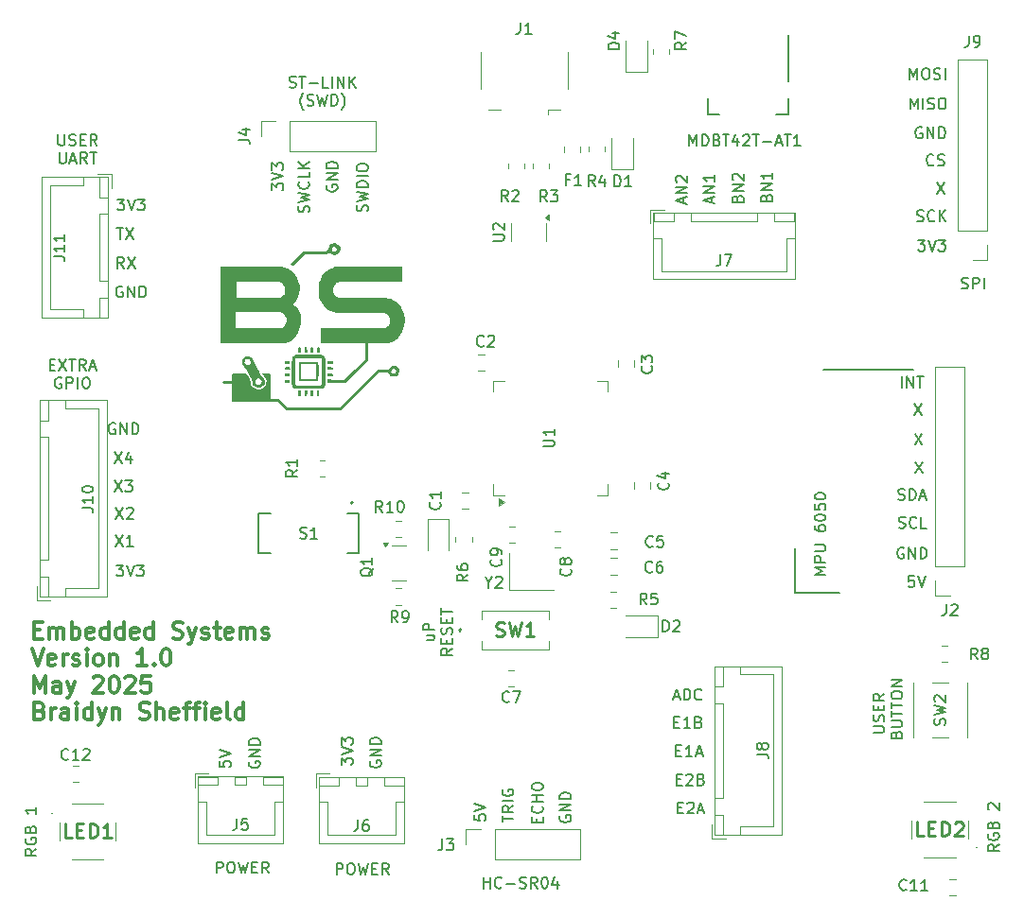
<source format=gbr>
%TF.GenerationSoftware,KiCad,Pcbnew,9.0.1*%
%TF.CreationDate,2025-05-06T12:51:11-06:00*%
%TF.ProjectId,2025_04_STM32F103_RobotBrain_Braidyn_Sheffield,32303235-5f30-4345-9f53-544d33324631,rev?*%
%TF.SameCoordinates,Original*%
%TF.FileFunction,Legend,Top*%
%TF.FilePolarity,Positive*%
%FSLAX46Y46*%
G04 Gerber Fmt 4.6, Leading zero omitted, Abs format (unit mm)*
G04 Created by KiCad (PCBNEW 9.0.1) date 2025-05-06 12:51:11*
%MOMM*%
%LPD*%
G01*
G04 APERTURE LIST*
%ADD10C,0.150000*%
%ADD11C,0.300000*%
%ADD12C,0.254000*%
%ADD13C,0.120000*%
%ADD14C,0.100000*%
%ADD15C,0.000000*%
%ADD16C,0.127000*%
%ADD17C,0.200000*%
G04 APERTURE END LIST*
D10*
X162585000Y-80945000D02*
X166585000Y-80945000D01*
X162585000Y-80945000D02*
X162585000Y-76945000D01*
X173165000Y-60945000D02*
X165165000Y-60945000D01*
X111104819Y-96030476D02*
X111104819Y-96506666D01*
X111104819Y-96506666D02*
X111581009Y-96554285D01*
X111581009Y-96554285D02*
X111533390Y-96506666D01*
X111533390Y-96506666D02*
X111485771Y-96411428D01*
X111485771Y-96411428D02*
X111485771Y-96173333D01*
X111485771Y-96173333D02*
X111533390Y-96078095D01*
X111533390Y-96078095D02*
X111581009Y-96030476D01*
X111581009Y-96030476D02*
X111676247Y-95982857D01*
X111676247Y-95982857D02*
X111914342Y-95982857D01*
X111914342Y-95982857D02*
X112009580Y-96030476D01*
X112009580Y-96030476D02*
X112057200Y-96078095D01*
X112057200Y-96078095D02*
X112104819Y-96173333D01*
X112104819Y-96173333D02*
X112104819Y-96411428D01*
X112104819Y-96411428D02*
X112057200Y-96506666D01*
X112057200Y-96506666D02*
X112009580Y-96554285D01*
X111104819Y-95697142D02*
X112104819Y-95363809D01*
X112104819Y-95363809D02*
X111104819Y-95030476D01*
X101840476Y-73304819D02*
X102507142Y-74304819D01*
X102507142Y-73304819D02*
X101840476Y-74304819D01*
X102840476Y-73400057D02*
X102888095Y-73352438D01*
X102888095Y-73352438D02*
X102983333Y-73304819D01*
X102983333Y-73304819D02*
X103221428Y-73304819D01*
X103221428Y-73304819D02*
X103316666Y-73352438D01*
X103316666Y-73352438D02*
X103364285Y-73400057D01*
X103364285Y-73400057D02*
X103411904Y-73495295D01*
X103411904Y-73495295D02*
X103411904Y-73590533D01*
X103411904Y-73590533D02*
X103364285Y-73733390D01*
X103364285Y-73733390D02*
X102792857Y-74304819D01*
X102792857Y-74304819D02*
X103411904Y-74304819D01*
X139531009Y-101531904D02*
X139531009Y-101198571D01*
X140054819Y-101055714D02*
X140054819Y-101531904D01*
X140054819Y-101531904D02*
X139054819Y-101531904D01*
X139054819Y-101531904D02*
X139054819Y-101055714D01*
X139959580Y-100055714D02*
X140007200Y-100103333D01*
X140007200Y-100103333D02*
X140054819Y-100246190D01*
X140054819Y-100246190D02*
X140054819Y-100341428D01*
X140054819Y-100341428D02*
X140007200Y-100484285D01*
X140007200Y-100484285D02*
X139911961Y-100579523D01*
X139911961Y-100579523D02*
X139816723Y-100627142D01*
X139816723Y-100627142D02*
X139626247Y-100674761D01*
X139626247Y-100674761D02*
X139483390Y-100674761D01*
X139483390Y-100674761D02*
X139292914Y-100627142D01*
X139292914Y-100627142D02*
X139197676Y-100579523D01*
X139197676Y-100579523D02*
X139102438Y-100484285D01*
X139102438Y-100484285D02*
X139054819Y-100341428D01*
X139054819Y-100341428D02*
X139054819Y-100246190D01*
X139054819Y-100246190D02*
X139102438Y-100103333D01*
X139102438Y-100103333D02*
X139150057Y-100055714D01*
X140054819Y-99627142D02*
X139054819Y-99627142D01*
X139531009Y-99627142D02*
X139531009Y-99055714D01*
X140054819Y-99055714D02*
X139054819Y-99055714D01*
X139054819Y-98389047D02*
X139054819Y-98198571D01*
X139054819Y-98198571D02*
X139102438Y-98103333D01*
X139102438Y-98103333D02*
X139197676Y-98008095D01*
X139197676Y-98008095D02*
X139388152Y-97960476D01*
X139388152Y-97960476D02*
X139721485Y-97960476D01*
X139721485Y-97960476D02*
X139911961Y-98008095D01*
X139911961Y-98008095D02*
X140007200Y-98103333D01*
X140007200Y-98103333D02*
X140054819Y-98198571D01*
X140054819Y-98198571D02*
X140054819Y-98389047D01*
X140054819Y-98389047D02*
X140007200Y-98484285D01*
X140007200Y-98484285D02*
X139911961Y-98579523D01*
X139911961Y-98579523D02*
X139721485Y-98627142D01*
X139721485Y-98627142D02*
X139388152Y-98627142D01*
X139388152Y-98627142D02*
X139197676Y-98579523D01*
X139197676Y-98579523D02*
X139102438Y-98484285D01*
X139102438Y-98484285D02*
X139054819Y-98389047D01*
X151809524Y-92521009D02*
X152142857Y-92521009D01*
X152285714Y-93044819D02*
X151809524Y-93044819D01*
X151809524Y-93044819D02*
X151809524Y-92044819D01*
X151809524Y-92044819D02*
X152285714Y-92044819D01*
X153238095Y-93044819D02*
X152666667Y-93044819D01*
X152952381Y-93044819D02*
X152952381Y-92044819D01*
X152952381Y-92044819D02*
X152857143Y-92187676D01*
X152857143Y-92187676D02*
X152761905Y-92282914D01*
X152761905Y-92282914D02*
X152666667Y-92330533D01*
X154000000Y-92521009D02*
X154142857Y-92568628D01*
X154142857Y-92568628D02*
X154190476Y-92616247D01*
X154190476Y-92616247D02*
X154238095Y-92711485D01*
X154238095Y-92711485D02*
X154238095Y-92854342D01*
X154238095Y-92854342D02*
X154190476Y-92949580D01*
X154190476Y-92949580D02*
X154142857Y-92997200D01*
X154142857Y-92997200D02*
X154047619Y-93044819D01*
X154047619Y-93044819D02*
X153666667Y-93044819D01*
X153666667Y-93044819D02*
X153666667Y-92044819D01*
X153666667Y-92044819D02*
X154000000Y-92044819D01*
X154000000Y-92044819D02*
X154095238Y-92092438D01*
X154095238Y-92092438D02*
X154142857Y-92140057D01*
X154142857Y-92140057D02*
X154190476Y-92235295D01*
X154190476Y-92235295D02*
X154190476Y-92330533D01*
X154190476Y-92330533D02*
X154142857Y-92425771D01*
X154142857Y-92425771D02*
X154095238Y-92473390D01*
X154095238Y-92473390D02*
X154000000Y-92521009D01*
X154000000Y-92521009D02*
X153666667Y-92521009D01*
X155149104Y-46008094D02*
X155149104Y-45531904D01*
X155434819Y-46103332D02*
X154434819Y-45769999D01*
X154434819Y-45769999D02*
X155434819Y-45436666D01*
X155434819Y-45103332D02*
X154434819Y-45103332D01*
X154434819Y-45103332D02*
X155434819Y-44531904D01*
X155434819Y-44531904D02*
X154434819Y-44531904D01*
X155434819Y-43531904D02*
X155434819Y-44103332D01*
X155434819Y-43817618D02*
X154434819Y-43817618D01*
X154434819Y-43817618D02*
X154577676Y-43912856D01*
X154577676Y-43912856D02*
X154672914Y-44008094D01*
X154672914Y-44008094D02*
X154720533Y-44103332D01*
X173396667Y-69234819D02*
X174063333Y-70234819D01*
X174063333Y-69234819D02*
X173396667Y-70234819D01*
X120722438Y-44441904D02*
X120674819Y-44537142D01*
X120674819Y-44537142D02*
X120674819Y-44679999D01*
X120674819Y-44679999D02*
X120722438Y-44822856D01*
X120722438Y-44822856D02*
X120817676Y-44918094D01*
X120817676Y-44918094D02*
X120912914Y-44965713D01*
X120912914Y-44965713D02*
X121103390Y-45013332D01*
X121103390Y-45013332D02*
X121246247Y-45013332D01*
X121246247Y-45013332D02*
X121436723Y-44965713D01*
X121436723Y-44965713D02*
X121531961Y-44918094D01*
X121531961Y-44918094D02*
X121627200Y-44822856D01*
X121627200Y-44822856D02*
X121674819Y-44679999D01*
X121674819Y-44679999D02*
X121674819Y-44584761D01*
X121674819Y-44584761D02*
X121627200Y-44441904D01*
X121627200Y-44441904D02*
X121579580Y-44394285D01*
X121579580Y-44394285D02*
X121246247Y-44394285D01*
X121246247Y-44394285D02*
X121246247Y-44584761D01*
X121674819Y-43965713D02*
X120674819Y-43965713D01*
X120674819Y-43965713D02*
X121674819Y-43394285D01*
X121674819Y-43394285D02*
X120674819Y-43394285D01*
X121674819Y-42918094D02*
X120674819Y-42918094D01*
X120674819Y-42918094D02*
X120674819Y-42679999D01*
X120674819Y-42679999D02*
X120722438Y-42537142D01*
X120722438Y-42537142D02*
X120817676Y-42441904D01*
X120817676Y-42441904D02*
X120912914Y-42394285D01*
X120912914Y-42394285D02*
X121103390Y-42346666D01*
X121103390Y-42346666D02*
X121246247Y-42346666D01*
X121246247Y-42346666D02*
X121436723Y-42394285D01*
X121436723Y-42394285D02*
X121531961Y-42441904D01*
X121531961Y-42441904D02*
X121627200Y-42537142D01*
X121627200Y-42537142D02*
X121674819Y-42679999D01*
X121674819Y-42679999D02*
X121674819Y-42918094D01*
X172888572Y-34964819D02*
X172888572Y-33964819D01*
X172888572Y-33964819D02*
X173221905Y-34679104D01*
X173221905Y-34679104D02*
X173555238Y-33964819D01*
X173555238Y-33964819D02*
X173555238Y-34964819D01*
X174221905Y-33964819D02*
X174412381Y-33964819D01*
X174412381Y-33964819D02*
X174507619Y-34012438D01*
X174507619Y-34012438D02*
X174602857Y-34107676D01*
X174602857Y-34107676D02*
X174650476Y-34298152D01*
X174650476Y-34298152D02*
X174650476Y-34631485D01*
X174650476Y-34631485D02*
X174602857Y-34821961D01*
X174602857Y-34821961D02*
X174507619Y-34917200D01*
X174507619Y-34917200D02*
X174412381Y-34964819D01*
X174412381Y-34964819D02*
X174221905Y-34964819D01*
X174221905Y-34964819D02*
X174126667Y-34917200D01*
X174126667Y-34917200D02*
X174031429Y-34821961D01*
X174031429Y-34821961D02*
X173983810Y-34631485D01*
X173983810Y-34631485D02*
X173983810Y-34298152D01*
X173983810Y-34298152D02*
X174031429Y-34107676D01*
X174031429Y-34107676D02*
X174126667Y-34012438D01*
X174126667Y-34012438D02*
X174221905Y-33964819D01*
X175031429Y-34917200D02*
X175174286Y-34964819D01*
X175174286Y-34964819D02*
X175412381Y-34964819D01*
X175412381Y-34964819D02*
X175507619Y-34917200D01*
X175507619Y-34917200D02*
X175555238Y-34869580D01*
X175555238Y-34869580D02*
X175602857Y-34774342D01*
X175602857Y-34774342D02*
X175602857Y-34679104D01*
X175602857Y-34679104D02*
X175555238Y-34583866D01*
X175555238Y-34583866D02*
X175507619Y-34536247D01*
X175507619Y-34536247D02*
X175412381Y-34488628D01*
X175412381Y-34488628D02*
X175221905Y-34441009D01*
X175221905Y-34441009D02*
X175126667Y-34393390D01*
X175126667Y-34393390D02*
X175079048Y-34345771D01*
X175079048Y-34345771D02*
X175031429Y-34250533D01*
X175031429Y-34250533D02*
X175031429Y-34155295D01*
X175031429Y-34155295D02*
X175079048Y-34060057D01*
X175079048Y-34060057D02*
X175126667Y-34012438D01*
X175126667Y-34012438D02*
X175221905Y-33964819D01*
X175221905Y-33964819D02*
X175460000Y-33964819D01*
X175460000Y-33964819D02*
X175602857Y-34012438D01*
X176031429Y-34964819D02*
X176031429Y-33964819D01*
X101981905Y-45694819D02*
X102600952Y-45694819D01*
X102600952Y-45694819D02*
X102267619Y-46075771D01*
X102267619Y-46075771D02*
X102410476Y-46075771D01*
X102410476Y-46075771D02*
X102505714Y-46123390D01*
X102505714Y-46123390D02*
X102553333Y-46171009D01*
X102553333Y-46171009D02*
X102600952Y-46266247D01*
X102600952Y-46266247D02*
X102600952Y-46504342D01*
X102600952Y-46504342D02*
X102553333Y-46599580D01*
X102553333Y-46599580D02*
X102505714Y-46647200D01*
X102505714Y-46647200D02*
X102410476Y-46694819D01*
X102410476Y-46694819D02*
X102124762Y-46694819D01*
X102124762Y-46694819D02*
X102029524Y-46647200D01*
X102029524Y-46647200D02*
X101981905Y-46599580D01*
X102886667Y-45694819D02*
X103220000Y-46694819D01*
X103220000Y-46694819D02*
X103553333Y-45694819D01*
X103791429Y-45694819D02*
X104410476Y-45694819D01*
X104410476Y-45694819D02*
X104077143Y-46075771D01*
X104077143Y-46075771D02*
X104220000Y-46075771D01*
X104220000Y-46075771D02*
X104315238Y-46123390D01*
X104315238Y-46123390D02*
X104362857Y-46171009D01*
X104362857Y-46171009D02*
X104410476Y-46266247D01*
X104410476Y-46266247D02*
X104410476Y-46504342D01*
X104410476Y-46504342D02*
X104362857Y-46599580D01*
X104362857Y-46599580D02*
X104315238Y-46647200D01*
X104315238Y-46647200D02*
X104220000Y-46694819D01*
X104220000Y-46694819D02*
X103934286Y-46694819D01*
X103934286Y-46694819D02*
X103839048Y-46647200D01*
X103839048Y-46647200D02*
X103791429Y-46599580D01*
X152130952Y-100181009D02*
X152464285Y-100181009D01*
X152607142Y-100704819D02*
X152130952Y-100704819D01*
X152130952Y-100704819D02*
X152130952Y-99704819D01*
X152130952Y-99704819D02*
X152607142Y-99704819D01*
X152988095Y-99800057D02*
X153035714Y-99752438D01*
X153035714Y-99752438D02*
X153130952Y-99704819D01*
X153130952Y-99704819D02*
X153369047Y-99704819D01*
X153369047Y-99704819D02*
X153464285Y-99752438D01*
X153464285Y-99752438D02*
X153511904Y-99800057D01*
X153511904Y-99800057D02*
X153559523Y-99895295D01*
X153559523Y-99895295D02*
X153559523Y-99990533D01*
X153559523Y-99990533D02*
X153511904Y-100133390D01*
X153511904Y-100133390D02*
X152940476Y-100704819D01*
X152940476Y-100704819D02*
X153559523Y-100704819D01*
X153940476Y-100419104D02*
X154416666Y-100419104D01*
X153845238Y-100704819D02*
X154178571Y-99704819D01*
X154178571Y-99704819D02*
X154511904Y-100704819D01*
X101918095Y-48274819D02*
X102489523Y-48274819D01*
X102203809Y-49274819D02*
X102203809Y-48274819D01*
X102727619Y-48274819D02*
X103394285Y-49274819D01*
X103394285Y-48274819D02*
X102727619Y-49274819D01*
X102448095Y-53532438D02*
X102352857Y-53484819D01*
X102352857Y-53484819D02*
X102210000Y-53484819D01*
X102210000Y-53484819D02*
X102067143Y-53532438D01*
X102067143Y-53532438D02*
X101971905Y-53627676D01*
X101971905Y-53627676D02*
X101924286Y-53722914D01*
X101924286Y-53722914D02*
X101876667Y-53913390D01*
X101876667Y-53913390D02*
X101876667Y-54056247D01*
X101876667Y-54056247D02*
X101924286Y-54246723D01*
X101924286Y-54246723D02*
X101971905Y-54341961D01*
X101971905Y-54341961D02*
X102067143Y-54437200D01*
X102067143Y-54437200D02*
X102210000Y-54484819D01*
X102210000Y-54484819D02*
X102305238Y-54484819D01*
X102305238Y-54484819D02*
X102448095Y-54437200D01*
X102448095Y-54437200D02*
X102495714Y-54389580D01*
X102495714Y-54389580D02*
X102495714Y-54056247D01*
X102495714Y-54056247D02*
X102305238Y-54056247D01*
X102924286Y-54484819D02*
X102924286Y-53484819D01*
X102924286Y-53484819D02*
X103495714Y-54484819D01*
X103495714Y-54484819D02*
X103495714Y-53484819D01*
X103971905Y-54484819D02*
X103971905Y-53484819D01*
X103971905Y-53484819D02*
X104210000Y-53484819D01*
X104210000Y-53484819D02*
X104352857Y-53532438D01*
X104352857Y-53532438D02*
X104448095Y-53627676D01*
X104448095Y-53627676D02*
X104495714Y-53722914D01*
X104495714Y-53722914D02*
X104543333Y-53913390D01*
X104543333Y-53913390D02*
X104543333Y-54056247D01*
X104543333Y-54056247D02*
X104495714Y-54246723D01*
X104495714Y-54246723D02*
X104448095Y-54341961D01*
X104448095Y-54341961D02*
X104352857Y-54437200D01*
X104352857Y-54437200D02*
X104210000Y-54484819D01*
X104210000Y-54484819D02*
X103971905Y-54484819D01*
X134746667Y-107414819D02*
X134746667Y-106414819D01*
X134746667Y-106891009D02*
X135318095Y-106891009D01*
X135318095Y-107414819D02*
X135318095Y-106414819D01*
X136365714Y-107319580D02*
X136318095Y-107367200D01*
X136318095Y-107367200D02*
X136175238Y-107414819D01*
X136175238Y-107414819D02*
X136080000Y-107414819D01*
X136080000Y-107414819D02*
X135937143Y-107367200D01*
X135937143Y-107367200D02*
X135841905Y-107271961D01*
X135841905Y-107271961D02*
X135794286Y-107176723D01*
X135794286Y-107176723D02*
X135746667Y-106986247D01*
X135746667Y-106986247D02*
X135746667Y-106843390D01*
X135746667Y-106843390D02*
X135794286Y-106652914D01*
X135794286Y-106652914D02*
X135841905Y-106557676D01*
X135841905Y-106557676D02*
X135937143Y-106462438D01*
X135937143Y-106462438D02*
X136080000Y-106414819D01*
X136080000Y-106414819D02*
X136175238Y-106414819D01*
X136175238Y-106414819D02*
X136318095Y-106462438D01*
X136318095Y-106462438D02*
X136365714Y-106510057D01*
X136794286Y-107033866D02*
X137556191Y-107033866D01*
X137984762Y-107367200D02*
X138127619Y-107414819D01*
X138127619Y-107414819D02*
X138365714Y-107414819D01*
X138365714Y-107414819D02*
X138460952Y-107367200D01*
X138460952Y-107367200D02*
X138508571Y-107319580D01*
X138508571Y-107319580D02*
X138556190Y-107224342D01*
X138556190Y-107224342D02*
X138556190Y-107129104D01*
X138556190Y-107129104D02*
X138508571Y-107033866D01*
X138508571Y-107033866D02*
X138460952Y-106986247D01*
X138460952Y-106986247D02*
X138365714Y-106938628D01*
X138365714Y-106938628D02*
X138175238Y-106891009D01*
X138175238Y-106891009D02*
X138080000Y-106843390D01*
X138080000Y-106843390D02*
X138032381Y-106795771D01*
X138032381Y-106795771D02*
X137984762Y-106700533D01*
X137984762Y-106700533D02*
X137984762Y-106605295D01*
X137984762Y-106605295D02*
X138032381Y-106510057D01*
X138032381Y-106510057D02*
X138080000Y-106462438D01*
X138080000Y-106462438D02*
X138175238Y-106414819D01*
X138175238Y-106414819D02*
X138413333Y-106414819D01*
X138413333Y-106414819D02*
X138556190Y-106462438D01*
X139556190Y-107414819D02*
X139222857Y-106938628D01*
X138984762Y-107414819D02*
X138984762Y-106414819D01*
X138984762Y-106414819D02*
X139365714Y-106414819D01*
X139365714Y-106414819D02*
X139460952Y-106462438D01*
X139460952Y-106462438D02*
X139508571Y-106510057D01*
X139508571Y-106510057D02*
X139556190Y-106605295D01*
X139556190Y-106605295D02*
X139556190Y-106748152D01*
X139556190Y-106748152D02*
X139508571Y-106843390D01*
X139508571Y-106843390D02*
X139460952Y-106891009D01*
X139460952Y-106891009D02*
X139365714Y-106938628D01*
X139365714Y-106938628D02*
X138984762Y-106938628D01*
X140175238Y-106414819D02*
X140270476Y-106414819D01*
X140270476Y-106414819D02*
X140365714Y-106462438D01*
X140365714Y-106462438D02*
X140413333Y-106510057D01*
X140413333Y-106510057D02*
X140460952Y-106605295D01*
X140460952Y-106605295D02*
X140508571Y-106795771D01*
X140508571Y-106795771D02*
X140508571Y-107033866D01*
X140508571Y-107033866D02*
X140460952Y-107224342D01*
X140460952Y-107224342D02*
X140413333Y-107319580D01*
X140413333Y-107319580D02*
X140365714Y-107367200D01*
X140365714Y-107367200D02*
X140270476Y-107414819D01*
X140270476Y-107414819D02*
X140175238Y-107414819D01*
X140175238Y-107414819D02*
X140080000Y-107367200D01*
X140080000Y-107367200D02*
X140032381Y-107319580D01*
X140032381Y-107319580D02*
X139984762Y-107224342D01*
X139984762Y-107224342D02*
X139937143Y-107033866D01*
X139937143Y-107033866D02*
X139937143Y-106795771D01*
X139937143Y-106795771D02*
X139984762Y-106605295D01*
X139984762Y-106605295D02*
X140032381Y-106510057D01*
X140032381Y-106510057D02*
X140080000Y-106462438D01*
X140080000Y-106462438D02*
X140175238Y-106414819D01*
X141365714Y-106748152D02*
X141365714Y-107414819D01*
X141127619Y-106367200D02*
X140889524Y-107081485D01*
X140889524Y-107081485D02*
X141508571Y-107081485D01*
X115824819Y-44888094D02*
X115824819Y-44269047D01*
X115824819Y-44269047D02*
X116205771Y-44602380D01*
X116205771Y-44602380D02*
X116205771Y-44459523D01*
X116205771Y-44459523D02*
X116253390Y-44364285D01*
X116253390Y-44364285D02*
X116301009Y-44316666D01*
X116301009Y-44316666D02*
X116396247Y-44269047D01*
X116396247Y-44269047D02*
X116634342Y-44269047D01*
X116634342Y-44269047D02*
X116729580Y-44316666D01*
X116729580Y-44316666D02*
X116777200Y-44364285D01*
X116777200Y-44364285D02*
X116824819Y-44459523D01*
X116824819Y-44459523D02*
X116824819Y-44745237D01*
X116824819Y-44745237D02*
X116777200Y-44840475D01*
X116777200Y-44840475D02*
X116729580Y-44888094D01*
X115824819Y-43983332D02*
X116824819Y-43649999D01*
X116824819Y-43649999D02*
X115824819Y-43316666D01*
X115824819Y-43078570D02*
X115824819Y-42459523D01*
X115824819Y-42459523D02*
X116205771Y-42792856D01*
X116205771Y-42792856D02*
X116205771Y-42649999D01*
X116205771Y-42649999D02*
X116253390Y-42554761D01*
X116253390Y-42554761D02*
X116301009Y-42507142D01*
X116301009Y-42507142D02*
X116396247Y-42459523D01*
X116396247Y-42459523D02*
X116634342Y-42459523D01*
X116634342Y-42459523D02*
X116729580Y-42507142D01*
X116729580Y-42507142D02*
X116777200Y-42554761D01*
X116777200Y-42554761D02*
X116824819Y-42649999D01*
X116824819Y-42649999D02*
X116824819Y-42935713D01*
X116824819Y-42935713D02*
X116777200Y-43030951D01*
X116777200Y-43030951D02*
X116729580Y-43078570D01*
X151980952Y-95081009D02*
X152314285Y-95081009D01*
X152457142Y-95604819D02*
X151980952Y-95604819D01*
X151980952Y-95604819D02*
X151980952Y-94604819D01*
X151980952Y-94604819D02*
X152457142Y-94604819D01*
X153409523Y-95604819D02*
X152838095Y-95604819D01*
X153123809Y-95604819D02*
X153123809Y-94604819D01*
X153123809Y-94604819D02*
X153028571Y-94747676D01*
X153028571Y-94747676D02*
X152933333Y-94842914D01*
X152933333Y-94842914D02*
X152838095Y-94890533D01*
X153790476Y-95319104D02*
X154266666Y-95319104D01*
X153695238Y-95604819D02*
X154028571Y-94604819D01*
X154028571Y-94604819D02*
X154361904Y-95604819D01*
X175296667Y-44194819D02*
X175963333Y-45194819D01*
X175963333Y-44194819D02*
X175296667Y-45194819D01*
X102583333Y-51864819D02*
X102250000Y-51388628D01*
X102011905Y-51864819D02*
X102011905Y-50864819D01*
X102011905Y-50864819D02*
X102392857Y-50864819D01*
X102392857Y-50864819D02*
X102488095Y-50912438D01*
X102488095Y-50912438D02*
X102535714Y-50960057D01*
X102535714Y-50960057D02*
X102583333Y-51055295D01*
X102583333Y-51055295D02*
X102583333Y-51198152D01*
X102583333Y-51198152D02*
X102535714Y-51293390D01*
X102535714Y-51293390D02*
X102488095Y-51341009D01*
X102488095Y-51341009D02*
X102392857Y-51388628D01*
X102392857Y-51388628D02*
X102011905Y-51388628D01*
X102916667Y-50864819D02*
X103583333Y-51864819D01*
X103583333Y-50864819D02*
X102916667Y-51864819D01*
X101730476Y-68354819D02*
X102397142Y-69354819D01*
X102397142Y-68354819D02*
X101730476Y-69354819D01*
X103206666Y-68688152D02*
X103206666Y-69354819D01*
X102968571Y-68307200D02*
X102730476Y-69021485D01*
X102730476Y-69021485D02*
X103349523Y-69021485D01*
X171909524Y-75107200D02*
X172052381Y-75154819D01*
X172052381Y-75154819D02*
X172290476Y-75154819D01*
X172290476Y-75154819D02*
X172385714Y-75107200D01*
X172385714Y-75107200D02*
X172433333Y-75059580D01*
X172433333Y-75059580D02*
X172480952Y-74964342D01*
X172480952Y-74964342D02*
X172480952Y-74869104D01*
X172480952Y-74869104D02*
X172433333Y-74773866D01*
X172433333Y-74773866D02*
X172385714Y-74726247D01*
X172385714Y-74726247D02*
X172290476Y-74678628D01*
X172290476Y-74678628D02*
X172100000Y-74631009D01*
X172100000Y-74631009D02*
X172004762Y-74583390D01*
X172004762Y-74583390D02*
X171957143Y-74535771D01*
X171957143Y-74535771D02*
X171909524Y-74440533D01*
X171909524Y-74440533D02*
X171909524Y-74345295D01*
X171909524Y-74345295D02*
X171957143Y-74250057D01*
X171957143Y-74250057D02*
X172004762Y-74202438D01*
X172004762Y-74202438D02*
X172100000Y-74154819D01*
X172100000Y-74154819D02*
X172338095Y-74154819D01*
X172338095Y-74154819D02*
X172480952Y-74202438D01*
X173480952Y-75059580D02*
X173433333Y-75107200D01*
X173433333Y-75107200D02*
X173290476Y-75154819D01*
X173290476Y-75154819D02*
X173195238Y-75154819D01*
X173195238Y-75154819D02*
X173052381Y-75107200D01*
X173052381Y-75107200D02*
X172957143Y-75011961D01*
X172957143Y-75011961D02*
X172909524Y-74916723D01*
X172909524Y-74916723D02*
X172861905Y-74726247D01*
X172861905Y-74726247D02*
X172861905Y-74583390D01*
X172861905Y-74583390D02*
X172909524Y-74392914D01*
X172909524Y-74392914D02*
X172957143Y-74297676D01*
X172957143Y-74297676D02*
X173052381Y-74202438D01*
X173052381Y-74202438D02*
X173195238Y-74154819D01*
X173195238Y-74154819D02*
X173290476Y-74154819D01*
X173290476Y-74154819D02*
X173433333Y-74202438D01*
X173433333Y-74202438D02*
X173480952Y-74250057D01*
X174385714Y-75154819D02*
X173909524Y-75154819D01*
X173909524Y-75154819D02*
X173909524Y-74154819D01*
X171845714Y-72587200D02*
X171988571Y-72634819D01*
X171988571Y-72634819D02*
X172226666Y-72634819D01*
X172226666Y-72634819D02*
X172321904Y-72587200D01*
X172321904Y-72587200D02*
X172369523Y-72539580D01*
X172369523Y-72539580D02*
X172417142Y-72444342D01*
X172417142Y-72444342D02*
X172417142Y-72349104D01*
X172417142Y-72349104D02*
X172369523Y-72253866D01*
X172369523Y-72253866D02*
X172321904Y-72206247D01*
X172321904Y-72206247D02*
X172226666Y-72158628D01*
X172226666Y-72158628D02*
X172036190Y-72111009D01*
X172036190Y-72111009D02*
X171940952Y-72063390D01*
X171940952Y-72063390D02*
X171893333Y-72015771D01*
X171893333Y-72015771D02*
X171845714Y-71920533D01*
X171845714Y-71920533D02*
X171845714Y-71825295D01*
X171845714Y-71825295D02*
X171893333Y-71730057D01*
X171893333Y-71730057D02*
X171940952Y-71682438D01*
X171940952Y-71682438D02*
X172036190Y-71634819D01*
X172036190Y-71634819D02*
X172274285Y-71634819D01*
X172274285Y-71634819D02*
X172417142Y-71682438D01*
X172845714Y-72634819D02*
X172845714Y-71634819D01*
X172845714Y-71634819D02*
X173083809Y-71634819D01*
X173083809Y-71634819D02*
X173226666Y-71682438D01*
X173226666Y-71682438D02*
X173321904Y-71777676D01*
X173321904Y-71777676D02*
X173369523Y-71872914D01*
X173369523Y-71872914D02*
X173417142Y-72063390D01*
X173417142Y-72063390D02*
X173417142Y-72206247D01*
X173417142Y-72206247D02*
X173369523Y-72396723D01*
X173369523Y-72396723D02*
X173321904Y-72491961D01*
X173321904Y-72491961D02*
X173226666Y-72587200D01*
X173226666Y-72587200D02*
X173083809Y-72634819D01*
X173083809Y-72634819D02*
X172845714Y-72634819D01*
X173798095Y-72349104D02*
X174274285Y-72349104D01*
X173702857Y-72634819D02*
X174036190Y-71634819D01*
X174036190Y-71634819D02*
X174369523Y-72634819D01*
X121590476Y-106174819D02*
X121590476Y-105174819D01*
X121590476Y-105174819D02*
X121971428Y-105174819D01*
X121971428Y-105174819D02*
X122066666Y-105222438D01*
X122066666Y-105222438D02*
X122114285Y-105270057D01*
X122114285Y-105270057D02*
X122161904Y-105365295D01*
X122161904Y-105365295D02*
X122161904Y-105508152D01*
X122161904Y-105508152D02*
X122114285Y-105603390D01*
X122114285Y-105603390D02*
X122066666Y-105651009D01*
X122066666Y-105651009D02*
X121971428Y-105698628D01*
X121971428Y-105698628D02*
X121590476Y-105698628D01*
X122780952Y-105174819D02*
X122971428Y-105174819D01*
X122971428Y-105174819D02*
X123066666Y-105222438D01*
X123066666Y-105222438D02*
X123161904Y-105317676D01*
X123161904Y-105317676D02*
X123209523Y-105508152D01*
X123209523Y-105508152D02*
X123209523Y-105841485D01*
X123209523Y-105841485D02*
X123161904Y-106031961D01*
X123161904Y-106031961D02*
X123066666Y-106127200D01*
X123066666Y-106127200D02*
X122971428Y-106174819D01*
X122971428Y-106174819D02*
X122780952Y-106174819D01*
X122780952Y-106174819D02*
X122685714Y-106127200D01*
X122685714Y-106127200D02*
X122590476Y-106031961D01*
X122590476Y-106031961D02*
X122542857Y-105841485D01*
X122542857Y-105841485D02*
X122542857Y-105508152D01*
X122542857Y-105508152D02*
X122590476Y-105317676D01*
X122590476Y-105317676D02*
X122685714Y-105222438D01*
X122685714Y-105222438D02*
X122780952Y-105174819D01*
X123542857Y-105174819D02*
X123780952Y-106174819D01*
X123780952Y-106174819D02*
X123971428Y-105460533D01*
X123971428Y-105460533D02*
X124161904Y-106174819D01*
X124161904Y-106174819D02*
X124400000Y-105174819D01*
X124780952Y-105651009D02*
X125114285Y-105651009D01*
X125257142Y-106174819D02*
X124780952Y-106174819D01*
X124780952Y-106174819D02*
X124780952Y-105174819D01*
X124780952Y-105174819D02*
X125257142Y-105174819D01*
X126257142Y-106174819D02*
X125923809Y-105698628D01*
X125685714Y-106174819D02*
X125685714Y-105174819D01*
X125685714Y-105174819D02*
X126066666Y-105174819D01*
X126066666Y-105174819D02*
X126161904Y-105222438D01*
X126161904Y-105222438D02*
X126209523Y-105270057D01*
X126209523Y-105270057D02*
X126257142Y-105365295D01*
X126257142Y-105365295D02*
X126257142Y-105508152D01*
X126257142Y-105508152D02*
X126209523Y-105603390D01*
X126209523Y-105603390D02*
X126161904Y-105651009D01*
X126161904Y-105651009D02*
X126066666Y-105698628D01*
X126066666Y-105698628D02*
X125685714Y-105698628D01*
X124622438Y-96021904D02*
X124574819Y-96117142D01*
X124574819Y-96117142D02*
X124574819Y-96259999D01*
X124574819Y-96259999D02*
X124622438Y-96402856D01*
X124622438Y-96402856D02*
X124717676Y-96498094D01*
X124717676Y-96498094D02*
X124812914Y-96545713D01*
X124812914Y-96545713D02*
X125003390Y-96593332D01*
X125003390Y-96593332D02*
X125146247Y-96593332D01*
X125146247Y-96593332D02*
X125336723Y-96545713D01*
X125336723Y-96545713D02*
X125431961Y-96498094D01*
X125431961Y-96498094D02*
X125527200Y-96402856D01*
X125527200Y-96402856D02*
X125574819Y-96259999D01*
X125574819Y-96259999D02*
X125574819Y-96164761D01*
X125574819Y-96164761D02*
X125527200Y-96021904D01*
X125527200Y-96021904D02*
X125479580Y-95974285D01*
X125479580Y-95974285D02*
X125146247Y-95974285D01*
X125146247Y-95974285D02*
X125146247Y-96164761D01*
X125574819Y-95545713D02*
X124574819Y-95545713D01*
X124574819Y-95545713D02*
X125574819Y-94974285D01*
X125574819Y-94974285D02*
X124574819Y-94974285D01*
X125574819Y-94498094D02*
X124574819Y-94498094D01*
X124574819Y-94498094D02*
X124574819Y-94259999D01*
X124574819Y-94259999D02*
X124622438Y-94117142D01*
X124622438Y-94117142D02*
X124717676Y-94021904D01*
X124717676Y-94021904D02*
X124812914Y-93974285D01*
X124812914Y-93974285D02*
X125003390Y-93926666D01*
X125003390Y-93926666D02*
X125146247Y-93926666D01*
X125146247Y-93926666D02*
X125336723Y-93974285D01*
X125336723Y-93974285D02*
X125431961Y-94021904D01*
X125431961Y-94021904D02*
X125527200Y-94117142D01*
X125527200Y-94117142D02*
X125574819Y-94259999D01*
X125574819Y-94259999D02*
X125574819Y-94498094D01*
X173621905Y-49344819D02*
X174240952Y-49344819D01*
X174240952Y-49344819D02*
X173907619Y-49725771D01*
X173907619Y-49725771D02*
X174050476Y-49725771D01*
X174050476Y-49725771D02*
X174145714Y-49773390D01*
X174145714Y-49773390D02*
X174193333Y-49821009D01*
X174193333Y-49821009D02*
X174240952Y-49916247D01*
X174240952Y-49916247D02*
X174240952Y-50154342D01*
X174240952Y-50154342D02*
X174193333Y-50249580D01*
X174193333Y-50249580D02*
X174145714Y-50297200D01*
X174145714Y-50297200D02*
X174050476Y-50344819D01*
X174050476Y-50344819D02*
X173764762Y-50344819D01*
X173764762Y-50344819D02*
X173669524Y-50297200D01*
X173669524Y-50297200D02*
X173621905Y-50249580D01*
X174526667Y-49344819D02*
X174860000Y-50344819D01*
X174860000Y-50344819D02*
X175193333Y-49344819D01*
X175431429Y-49344819D02*
X176050476Y-49344819D01*
X176050476Y-49344819D02*
X175717143Y-49725771D01*
X175717143Y-49725771D02*
X175860000Y-49725771D01*
X175860000Y-49725771D02*
X175955238Y-49773390D01*
X175955238Y-49773390D02*
X176002857Y-49821009D01*
X176002857Y-49821009D02*
X176050476Y-49916247D01*
X176050476Y-49916247D02*
X176050476Y-50154342D01*
X176050476Y-50154342D02*
X176002857Y-50249580D01*
X176002857Y-50249580D02*
X175955238Y-50297200D01*
X175955238Y-50297200D02*
X175860000Y-50344819D01*
X175860000Y-50344819D02*
X175574286Y-50344819D01*
X175574286Y-50344819D02*
X175479048Y-50297200D01*
X175479048Y-50297200D02*
X175431429Y-50249580D01*
X113792438Y-96061904D02*
X113744819Y-96157142D01*
X113744819Y-96157142D02*
X113744819Y-96299999D01*
X113744819Y-96299999D02*
X113792438Y-96442856D01*
X113792438Y-96442856D02*
X113887676Y-96538094D01*
X113887676Y-96538094D02*
X113982914Y-96585713D01*
X113982914Y-96585713D02*
X114173390Y-96633332D01*
X114173390Y-96633332D02*
X114316247Y-96633332D01*
X114316247Y-96633332D02*
X114506723Y-96585713D01*
X114506723Y-96585713D02*
X114601961Y-96538094D01*
X114601961Y-96538094D02*
X114697200Y-96442856D01*
X114697200Y-96442856D02*
X114744819Y-96299999D01*
X114744819Y-96299999D02*
X114744819Y-96204761D01*
X114744819Y-96204761D02*
X114697200Y-96061904D01*
X114697200Y-96061904D02*
X114649580Y-96014285D01*
X114649580Y-96014285D02*
X114316247Y-96014285D01*
X114316247Y-96014285D02*
X114316247Y-96204761D01*
X114744819Y-95585713D02*
X113744819Y-95585713D01*
X113744819Y-95585713D02*
X114744819Y-95014285D01*
X114744819Y-95014285D02*
X113744819Y-95014285D01*
X114744819Y-94538094D02*
X113744819Y-94538094D01*
X113744819Y-94538094D02*
X113744819Y-94299999D01*
X113744819Y-94299999D02*
X113792438Y-94157142D01*
X113792438Y-94157142D02*
X113887676Y-94061904D01*
X113887676Y-94061904D02*
X113982914Y-94014285D01*
X113982914Y-94014285D02*
X114173390Y-93966666D01*
X114173390Y-93966666D02*
X114316247Y-93966666D01*
X114316247Y-93966666D02*
X114506723Y-94014285D01*
X114506723Y-94014285D02*
X114601961Y-94061904D01*
X114601961Y-94061904D02*
X114697200Y-94157142D01*
X114697200Y-94157142D02*
X114744819Y-94299999D01*
X114744819Y-94299999D02*
X114744819Y-94538094D01*
X101901905Y-78454819D02*
X102520952Y-78454819D01*
X102520952Y-78454819D02*
X102187619Y-78835771D01*
X102187619Y-78835771D02*
X102330476Y-78835771D01*
X102330476Y-78835771D02*
X102425714Y-78883390D01*
X102425714Y-78883390D02*
X102473333Y-78931009D01*
X102473333Y-78931009D02*
X102520952Y-79026247D01*
X102520952Y-79026247D02*
X102520952Y-79264342D01*
X102520952Y-79264342D02*
X102473333Y-79359580D01*
X102473333Y-79359580D02*
X102425714Y-79407200D01*
X102425714Y-79407200D02*
X102330476Y-79454819D01*
X102330476Y-79454819D02*
X102044762Y-79454819D01*
X102044762Y-79454819D02*
X101949524Y-79407200D01*
X101949524Y-79407200D02*
X101901905Y-79359580D01*
X102806667Y-78454819D02*
X103140000Y-79454819D01*
X103140000Y-79454819D02*
X103473333Y-78454819D01*
X103711429Y-78454819D02*
X104330476Y-78454819D01*
X104330476Y-78454819D02*
X103997143Y-78835771D01*
X103997143Y-78835771D02*
X104140000Y-78835771D01*
X104140000Y-78835771D02*
X104235238Y-78883390D01*
X104235238Y-78883390D02*
X104282857Y-78931009D01*
X104282857Y-78931009D02*
X104330476Y-79026247D01*
X104330476Y-79026247D02*
X104330476Y-79264342D01*
X104330476Y-79264342D02*
X104282857Y-79359580D01*
X104282857Y-79359580D02*
X104235238Y-79407200D01*
X104235238Y-79407200D02*
X104140000Y-79454819D01*
X104140000Y-79454819D02*
X103854286Y-79454819D01*
X103854286Y-79454819D02*
X103759048Y-79407200D01*
X103759048Y-79407200D02*
X103711429Y-79359580D01*
X165354819Y-79348220D02*
X164354819Y-79348220D01*
X164354819Y-79348220D02*
X165069104Y-79014887D01*
X165069104Y-79014887D02*
X164354819Y-78681554D01*
X164354819Y-78681554D02*
X165354819Y-78681554D01*
X165354819Y-78205363D02*
X164354819Y-78205363D01*
X164354819Y-78205363D02*
X164354819Y-77824411D01*
X164354819Y-77824411D02*
X164402438Y-77729173D01*
X164402438Y-77729173D02*
X164450057Y-77681554D01*
X164450057Y-77681554D02*
X164545295Y-77633935D01*
X164545295Y-77633935D02*
X164688152Y-77633935D01*
X164688152Y-77633935D02*
X164783390Y-77681554D01*
X164783390Y-77681554D02*
X164831009Y-77729173D01*
X164831009Y-77729173D02*
X164878628Y-77824411D01*
X164878628Y-77824411D02*
X164878628Y-78205363D01*
X164354819Y-77205363D02*
X165164342Y-77205363D01*
X165164342Y-77205363D02*
X165259580Y-77157744D01*
X165259580Y-77157744D02*
X165307200Y-77110125D01*
X165307200Y-77110125D02*
X165354819Y-77014887D01*
X165354819Y-77014887D02*
X165354819Y-76824411D01*
X165354819Y-76824411D02*
X165307200Y-76729173D01*
X165307200Y-76729173D02*
X165259580Y-76681554D01*
X165259580Y-76681554D02*
X165164342Y-76633935D01*
X165164342Y-76633935D02*
X164354819Y-76633935D01*
X164354819Y-74967268D02*
X164354819Y-75157744D01*
X164354819Y-75157744D02*
X164402438Y-75252982D01*
X164402438Y-75252982D02*
X164450057Y-75300601D01*
X164450057Y-75300601D02*
X164592914Y-75395839D01*
X164592914Y-75395839D02*
X164783390Y-75443458D01*
X164783390Y-75443458D02*
X165164342Y-75443458D01*
X165164342Y-75443458D02*
X165259580Y-75395839D01*
X165259580Y-75395839D02*
X165307200Y-75348220D01*
X165307200Y-75348220D02*
X165354819Y-75252982D01*
X165354819Y-75252982D02*
X165354819Y-75062506D01*
X165354819Y-75062506D02*
X165307200Y-74967268D01*
X165307200Y-74967268D02*
X165259580Y-74919649D01*
X165259580Y-74919649D02*
X165164342Y-74872030D01*
X165164342Y-74872030D02*
X164926247Y-74872030D01*
X164926247Y-74872030D02*
X164831009Y-74919649D01*
X164831009Y-74919649D02*
X164783390Y-74967268D01*
X164783390Y-74967268D02*
X164735771Y-75062506D01*
X164735771Y-75062506D02*
X164735771Y-75252982D01*
X164735771Y-75252982D02*
X164783390Y-75348220D01*
X164783390Y-75348220D02*
X164831009Y-75395839D01*
X164831009Y-75395839D02*
X164926247Y-75443458D01*
X164354819Y-74252982D02*
X164354819Y-74157744D01*
X164354819Y-74157744D02*
X164402438Y-74062506D01*
X164402438Y-74062506D02*
X164450057Y-74014887D01*
X164450057Y-74014887D02*
X164545295Y-73967268D01*
X164545295Y-73967268D02*
X164735771Y-73919649D01*
X164735771Y-73919649D02*
X164973866Y-73919649D01*
X164973866Y-73919649D02*
X165164342Y-73967268D01*
X165164342Y-73967268D02*
X165259580Y-74014887D01*
X165259580Y-74014887D02*
X165307200Y-74062506D01*
X165307200Y-74062506D02*
X165354819Y-74157744D01*
X165354819Y-74157744D02*
X165354819Y-74252982D01*
X165354819Y-74252982D02*
X165307200Y-74348220D01*
X165307200Y-74348220D02*
X165259580Y-74395839D01*
X165259580Y-74395839D02*
X165164342Y-74443458D01*
X165164342Y-74443458D02*
X164973866Y-74491077D01*
X164973866Y-74491077D02*
X164735771Y-74491077D01*
X164735771Y-74491077D02*
X164545295Y-74443458D01*
X164545295Y-74443458D02*
X164450057Y-74395839D01*
X164450057Y-74395839D02*
X164402438Y-74348220D01*
X164402438Y-74348220D02*
X164354819Y-74252982D01*
X164354819Y-73014887D02*
X164354819Y-73491077D01*
X164354819Y-73491077D02*
X164831009Y-73538696D01*
X164831009Y-73538696D02*
X164783390Y-73491077D01*
X164783390Y-73491077D02*
X164735771Y-73395839D01*
X164735771Y-73395839D02*
X164735771Y-73157744D01*
X164735771Y-73157744D02*
X164783390Y-73062506D01*
X164783390Y-73062506D02*
X164831009Y-73014887D01*
X164831009Y-73014887D02*
X164926247Y-72967268D01*
X164926247Y-72967268D02*
X165164342Y-72967268D01*
X165164342Y-72967268D02*
X165259580Y-73014887D01*
X165259580Y-73014887D02*
X165307200Y-73062506D01*
X165307200Y-73062506D02*
X165354819Y-73157744D01*
X165354819Y-73157744D02*
X165354819Y-73395839D01*
X165354819Y-73395839D02*
X165307200Y-73491077D01*
X165307200Y-73491077D02*
X165259580Y-73538696D01*
X164354819Y-72348220D02*
X164354819Y-72252982D01*
X164354819Y-72252982D02*
X164402438Y-72157744D01*
X164402438Y-72157744D02*
X164450057Y-72110125D01*
X164450057Y-72110125D02*
X164545295Y-72062506D01*
X164545295Y-72062506D02*
X164735771Y-72014887D01*
X164735771Y-72014887D02*
X164973866Y-72014887D01*
X164973866Y-72014887D02*
X165164342Y-72062506D01*
X165164342Y-72062506D02*
X165259580Y-72110125D01*
X165259580Y-72110125D02*
X165307200Y-72157744D01*
X165307200Y-72157744D02*
X165354819Y-72252982D01*
X165354819Y-72252982D02*
X165354819Y-72348220D01*
X165354819Y-72348220D02*
X165307200Y-72443458D01*
X165307200Y-72443458D02*
X165259580Y-72491077D01*
X165259580Y-72491077D02*
X165164342Y-72538696D01*
X165164342Y-72538696D02*
X164973866Y-72586315D01*
X164973866Y-72586315D02*
X164735771Y-72586315D01*
X164735771Y-72586315D02*
X164545295Y-72538696D01*
X164545295Y-72538696D02*
X164450057Y-72491077D01*
X164450057Y-72491077D02*
X164402438Y-72443458D01*
X164402438Y-72443458D02*
X164354819Y-72348220D01*
X151761905Y-90259104D02*
X152238095Y-90259104D01*
X151666667Y-90544819D02*
X152000000Y-89544819D01*
X152000000Y-89544819D02*
X152333333Y-90544819D01*
X152666667Y-90544819D02*
X152666667Y-89544819D01*
X152666667Y-89544819D02*
X152904762Y-89544819D01*
X152904762Y-89544819D02*
X153047619Y-89592438D01*
X153047619Y-89592438D02*
X153142857Y-89687676D01*
X153142857Y-89687676D02*
X153190476Y-89782914D01*
X153190476Y-89782914D02*
X153238095Y-89973390D01*
X153238095Y-89973390D02*
X153238095Y-90116247D01*
X153238095Y-90116247D02*
X153190476Y-90306723D01*
X153190476Y-90306723D02*
X153142857Y-90401961D01*
X153142857Y-90401961D02*
X153047619Y-90497200D01*
X153047619Y-90497200D02*
X152904762Y-90544819D01*
X152904762Y-90544819D02*
X152666667Y-90544819D01*
X154238095Y-90449580D02*
X154190476Y-90497200D01*
X154190476Y-90497200D02*
X154047619Y-90544819D01*
X154047619Y-90544819D02*
X153952381Y-90544819D01*
X153952381Y-90544819D02*
X153809524Y-90497200D01*
X153809524Y-90497200D02*
X153714286Y-90401961D01*
X153714286Y-90401961D02*
X153666667Y-90306723D01*
X153666667Y-90306723D02*
X153619048Y-90116247D01*
X153619048Y-90116247D02*
X153619048Y-89973390D01*
X153619048Y-89973390D02*
X153666667Y-89782914D01*
X153666667Y-89782914D02*
X153714286Y-89687676D01*
X153714286Y-89687676D02*
X153809524Y-89592438D01*
X153809524Y-89592438D02*
X153952381Y-89544819D01*
X153952381Y-89544819D02*
X154047619Y-89544819D01*
X154047619Y-89544819D02*
X154190476Y-89592438D01*
X154190476Y-89592438D02*
X154238095Y-89640057D01*
X129663180Y-84766666D02*
X130329847Y-84766666D01*
X129663180Y-85195237D02*
X130186989Y-85195237D01*
X130186989Y-85195237D02*
X130282228Y-85147618D01*
X130282228Y-85147618D02*
X130329847Y-85052380D01*
X130329847Y-85052380D02*
X130329847Y-84909523D01*
X130329847Y-84909523D02*
X130282228Y-84814285D01*
X130282228Y-84814285D02*
X130234608Y-84766666D01*
X130329847Y-84290475D02*
X129329847Y-84290475D01*
X129329847Y-84290475D02*
X129329847Y-83909523D01*
X129329847Y-83909523D02*
X129377466Y-83814285D01*
X129377466Y-83814285D02*
X129425085Y-83766666D01*
X129425085Y-83766666D02*
X129520323Y-83719047D01*
X129520323Y-83719047D02*
X129663180Y-83719047D01*
X129663180Y-83719047D02*
X129758418Y-83766666D01*
X129758418Y-83766666D02*
X129806037Y-83814285D01*
X129806037Y-83814285D02*
X129853656Y-83909523D01*
X129853656Y-83909523D02*
X129853656Y-84290475D01*
X131939791Y-85933333D02*
X131463600Y-86266666D01*
X131939791Y-86504761D02*
X130939791Y-86504761D01*
X130939791Y-86504761D02*
X130939791Y-86123809D01*
X130939791Y-86123809D02*
X130987410Y-86028571D01*
X130987410Y-86028571D02*
X131035029Y-85980952D01*
X131035029Y-85980952D02*
X131130267Y-85933333D01*
X131130267Y-85933333D02*
X131273124Y-85933333D01*
X131273124Y-85933333D02*
X131368362Y-85980952D01*
X131368362Y-85980952D02*
X131415981Y-86028571D01*
X131415981Y-86028571D02*
X131463600Y-86123809D01*
X131463600Y-86123809D02*
X131463600Y-86504761D01*
X131415981Y-85504761D02*
X131415981Y-85171428D01*
X131939791Y-85028571D02*
X131939791Y-85504761D01*
X131939791Y-85504761D02*
X130939791Y-85504761D01*
X130939791Y-85504761D02*
X130939791Y-85028571D01*
X131892172Y-84647618D02*
X131939791Y-84504761D01*
X131939791Y-84504761D02*
X131939791Y-84266666D01*
X131939791Y-84266666D02*
X131892172Y-84171428D01*
X131892172Y-84171428D02*
X131844552Y-84123809D01*
X131844552Y-84123809D02*
X131749314Y-84076190D01*
X131749314Y-84076190D02*
X131654076Y-84076190D01*
X131654076Y-84076190D02*
X131558838Y-84123809D01*
X131558838Y-84123809D02*
X131511219Y-84171428D01*
X131511219Y-84171428D02*
X131463600Y-84266666D01*
X131463600Y-84266666D02*
X131415981Y-84457142D01*
X131415981Y-84457142D02*
X131368362Y-84552380D01*
X131368362Y-84552380D02*
X131320743Y-84599999D01*
X131320743Y-84599999D02*
X131225505Y-84647618D01*
X131225505Y-84647618D02*
X131130267Y-84647618D01*
X131130267Y-84647618D02*
X131035029Y-84599999D01*
X131035029Y-84599999D02*
X130987410Y-84552380D01*
X130987410Y-84552380D02*
X130939791Y-84457142D01*
X130939791Y-84457142D02*
X130939791Y-84219047D01*
X130939791Y-84219047D02*
X130987410Y-84076190D01*
X131415981Y-83647618D02*
X131415981Y-83314285D01*
X131939791Y-83171428D02*
X131939791Y-83647618D01*
X131939791Y-83647618D02*
X130939791Y-83647618D01*
X130939791Y-83647618D02*
X130939791Y-83171428D01*
X130939791Y-82885713D02*
X130939791Y-82314285D01*
X131939791Y-82599999D02*
X130939791Y-82599999D01*
X94744819Y-103877619D02*
X94268628Y-104210952D01*
X94744819Y-104449047D02*
X93744819Y-104449047D01*
X93744819Y-104449047D02*
X93744819Y-104068095D01*
X93744819Y-104068095D02*
X93792438Y-103972857D01*
X93792438Y-103972857D02*
X93840057Y-103925238D01*
X93840057Y-103925238D02*
X93935295Y-103877619D01*
X93935295Y-103877619D02*
X94078152Y-103877619D01*
X94078152Y-103877619D02*
X94173390Y-103925238D01*
X94173390Y-103925238D02*
X94221009Y-103972857D01*
X94221009Y-103972857D02*
X94268628Y-104068095D01*
X94268628Y-104068095D02*
X94268628Y-104449047D01*
X93792438Y-102925238D02*
X93744819Y-103020476D01*
X93744819Y-103020476D02*
X93744819Y-103163333D01*
X93744819Y-103163333D02*
X93792438Y-103306190D01*
X93792438Y-103306190D02*
X93887676Y-103401428D01*
X93887676Y-103401428D02*
X93982914Y-103449047D01*
X93982914Y-103449047D02*
X94173390Y-103496666D01*
X94173390Y-103496666D02*
X94316247Y-103496666D01*
X94316247Y-103496666D02*
X94506723Y-103449047D01*
X94506723Y-103449047D02*
X94601961Y-103401428D01*
X94601961Y-103401428D02*
X94697200Y-103306190D01*
X94697200Y-103306190D02*
X94744819Y-103163333D01*
X94744819Y-103163333D02*
X94744819Y-103068095D01*
X94744819Y-103068095D02*
X94697200Y-102925238D01*
X94697200Y-102925238D02*
X94649580Y-102877619D01*
X94649580Y-102877619D02*
X94316247Y-102877619D01*
X94316247Y-102877619D02*
X94316247Y-103068095D01*
X94221009Y-102115714D02*
X94268628Y-101972857D01*
X94268628Y-101972857D02*
X94316247Y-101925238D01*
X94316247Y-101925238D02*
X94411485Y-101877619D01*
X94411485Y-101877619D02*
X94554342Y-101877619D01*
X94554342Y-101877619D02*
X94649580Y-101925238D01*
X94649580Y-101925238D02*
X94697200Y-101972857D01*
X94697200Y-101972857D02*
X94744819Y-102068095D01*
X94744819Y-102068095D02*
X94744819Y-102449047D01*
X94744819Y-102449047D02*
X93744819Y-102449047D01*
X93744819Y-102449047D02*
X93744819Y-102115714D01*
X93744819Y-102115714D02*
X93792438Y-102020476D01*
X93792438Y-102020476D02*
X93840057Y-101972857D01*
X93840057Y-101972857D02*
X93935295Y-101925238D01*
X93935295Y-101925238D02*
X94030533Y-101925238D01*
X94030533Y-101925238D02*
X94125771Y-101972857D01*
X94125771Y-101972857D02*
X94173390Y-102020476D01*
X94173390Y-102020476D02*
X94221009Y-102115714D01*
X94221009Y-102115714D02*
X94221009Y-102449047D01*
X94744819Y-100163333D02*
X94744819Y-100734761D01*
X94744819Y-100449047D02*
X93744819Y-100449047D01*
X93744819Y-100449047D02*
X93887676Y-100544285D01*
X93887676Y-100544285D02*
X93982914Y-100639523D01*
X93982914Y-100639523D02*
X94030533Y-100734761D01*
X173259523Y-79444819D02*
X172783333Y-79444819D01*
X172783333Y-79444819D02*
X172735714Y-79921009D01*
X172735714Y-79921009D02*
X172783333Y-79873390D01*
X172783333Y-79873390D02*
X172878571Y-79825771D01*
X172878571Y-79825771D02*
X173116666Y-79825771D01*
X173116666Y-79825771D02*
X173211904Y-79873390D01*
X173211904Y-79873390D02*
X173259523Y-79921009D01*
X173259523Y-79921009D02*
X173307142Y-80016247D01*
X173307142Y-80016247D02*
X173307142Y-80254342D01*
X173307142Y-80254342D02*
X173259523Y-80349580D01*
X173259523Y-80349580D02*
X173211904Y-80397200D01*
X173211904Y-80397200D02*
X173116666Y-80444819D01*
X173116666Y-80444819D02*
X172878571Y-80444819D01*
X172878571Y-80444819D02*
X172783333Y-80397200D01*
X172783333Y-80397200D02*
X172735714Y-80349580D01*
X173592857Y-79444819D02*
X173926190Y-80444819D01*
X173926190Y-80444819D02*
X174259523Y-79444819D01*
X172155238Y-62584819D02*
X172155238Y-61584819D01*
X172631428Y-62584819D02*
X172631428Y-61584819D01*
X172631428Y-61584819D02*
X173202856Y-62584819D01*
X173202856Y-62584819D02*
X173202856Y-61584819D01*
X173536190Y-61584819D02*
X174107618Y-61584819D01*
X173821904Y-62584819D02*
X173821904Y-61584819D01*
X124347200Y-46779046D02*
X124394819Y-46636189D01*
X124394819Y-46636189D02*
X124394819Y-46398094D01*
X124394819Y-46398094D02*
X124347200Y-46302856D01*
X124347200Y-46302856D02*
X124299580Y-46255237D01*
X124299580Y-46255237D02*
X124204342Y-46207618D01*
X124204342Y-46207618D02*
X124109104Y-46207618D01*
X124109104Y-46207618D02*
X124013866Y-46255237D01*
X124013866Y-46255237D02*
X123966247Y-46302856D01*
X123966247Y-46302856D02*
X123918628Y-46398094D01*
X123918628Y-46398094D02*
X123871009Y-46588570D01*
X123871009Y-46588570D02*
X123823390Y-46683808D01*
X123823390Y-46683808D02*
X123775771Y-46731427D01*
X123775771Y-46731427D02*
X123680533Y-46779046D01*
X123680533Y-46779046D02*
X123585295Y-46779046D01*
X123585295Y-46779046D02*
X123490057Y-46731427D01*
X123490057Y-46731427D02*
X123442438Y-46683808D01*
X123442438Y-46683808D02*
X123394819Y-46588570D01*
X123394819Y-46588570D02*
X123394819Y-46350475D01*
X123394819Y-46350475D02*
X123442438Y-46207618D01*
X123394819Y-45874284D02*
X124394819Y-45636189D01*
X124394819Y-45636189D02*
X123680533Y-45445713D01*
X123680533Y-45445713D02*
X124394819Y-45255237D01*
X124394819Y-45255237D02*
X123394819Y-45017142D01*
X124394819Y-44636189D02*
X123394819Y-44636189D01*
X123394819Y-44636189D02*
X123394819Y-44398094D01*
X123394819Y-44398094D02*
X123442438Y-44255237D01*
X123442438Y-44255237D02*
X123537676Y-44159999D01*
X123537676Y-44159999D02*
X123632914Y-44112380D01*
X123632914Y-44112380D02*
X123823390Y-44064761D01*
X123823390Y-44064761D02*
X123966247Y-44064761D01*
X123966247Y-44064761D02*
X124156723Y-44112380D01*
X124156723Y-44112380D02*
X124251961Y-44159999D01*
X124251961Y-44159999D02*
X124347200Y-44255237D01*
X124347200Y-44255237D02*
X124394819Y-44398094D01*
X124394819Y-44398094D02*
X124394819Y-44636189D01*
X124394819Y-43636189D02*
X123394819Y-43636189D01*
X123394819Y-42969523D02*
X123394819Y-42779047D01*
X123394819Y-42779047D02*
X123442438Y-42683809D01*
X123442438Y-42683809D02*
X123537676Y-42588571D01*
X123537676Y-42588571D02*
X123728152Y-42540952D01*
X123728152Y-42540952D02*
X124061485Y-42540952D01*
X124061485Y-42540952D02*
X124251961Y-42588571D01*
X124251961Y-42588571D02*
X124347200Y-42683809D01*
X124347200Y-42683809D02*
X124394819Y-42779047D01*
X124394819Y-42779047D02*
X124394819Y-42969523D01*
X124394819Y-42969523D02*
X124347200Y-43064761D01*
X124347200Y-43064761D02*
X124251961Y-43159999D01*
X124251961Y-43159999D02*
X124061485Y-43207618D01*
X124061485Y-43207618D02*
X123728152Y-43207618D01*
X123728152Y-43207618D02*
X123537676Y-43159999D01*
X123537676Y-43159999D02*
X123442438Y-43064761D01*
X123442438Y-43064761D02*
X123394819Y-42969523D01*
X172318095Y-76942438D02*
X172222857Y-76894819D01*
X172222857Y-76894819D02*
X172080000Y-76894819D01*
X172080000Y-76894819D02*
X171937143Y-76942438D01*
X171937143Y-76942438D02*
X171841905Y-77037676D01*
X171841905Y-77037676D02*
X171794286Y-77132914D01*
X171794286Y-77132914D02*
X171746667Y-77323390D01*
X171746667Y-77323390D02*
X171746667Y-77466247D01*
X171746667Y-77466247D02*
X171794286Y-77656723D01*
X171794286Y-77656723D02*
X171841905Y-77751961D01*
X171841905Y-77751961D02*
X171937143Y-77847200D01*
X171937143Y-77847200D02*
X172080000Y-77894819D01*
X172080000Y-77894819D02*
X172175238Y-77894819D01*
X172175238Y-77894819D02*
X172318095Y-77847200D01*
X172318095Y-77847200D02*
X172365714Y-77799580D01*
X172365714Y-77799580D02*
X172365714Y-77466247D01*
X172365714Y-77466247D02*
X172175238Y-77466247D01*
X172794286Y-77894819D02*
X172794286Y-76894819D01*
X172794286Y-76894819D02*
X173365714Y-77894819D01*
X173365714Y-77894819D02*
X173365714Y-76894819D01*
X173841905Y-77894819D02*
X173841905Y-76894819D01*
X173841905Y-76894819D02*
X174080000Y-76894819D01*
X174080000Y-76894819D02*
X174222857Y-76942438D01*
X174222857Y-76942438D02*
X174318095Y-77037676D01*
X174318095Y-77037676D02*
X174365714Y-77132914D01*
X174365714Y-77132914D02*
X174413333Y-77323390D01*
X174413333Y-77323390D02*
X174413333Y-77466247D01*
X174413333Y-77466247D02*
X174365714Y-77656723D01*
X174365714Y-77656723D02*
X174318095Y-77751961D01*
X174318095Y-77751961D02*
X174222857Y-77847200D01*
X174222857Y-77847200D02*
X174080000Y-77894819D01*
X174080000Y-77894819D02*
X173841905Y-77894819D01*
X122034819Y-96348094D02*
X122034819Y-95729047D01*
X122034819Y-95729047D02*
X122415771Y-96062380D01*
X122415771Y-96062380D02*
X122415771Y-95919523D01*
X122415771Y-95919523D02*
X122463390Y-95824285D01*
X122463390Y-95824285D02*
X122511009Y-95776666D01*
X122511009Y-95776666D02*
X122606247Y-95729047D01*
X122606247Y-95729047D02*
X122844342Y-95729047D01*
X122844342Y-95729047D02*
X122939580Y-95776666D01*
X122939580Y-95776666D02*
X122987200Y-95824285D01*
X122987200Y-95824285D02*
X123034819Y-95919523D01*
X123034819Y-95919523D02*
X123034819Y-96205237D01*
X123034819Y-96205237D02*
X122987200Y-96300475D01*
X122987200Y-96300475D02*
X122939580Y-96348094D01*
X122034819Y-95443332D02*
X123034819Y-95109999D01*
X123034819Y-95109999D02*
X122034819Y-94776666D01*
X122034819Y-94538570D02*
X122034819Y-93919523D01*
X122034819Y-93919523D02*
X122415771Y-94252856D01*
X122415771Y-94252856D02*
X122415771Y-94109999D01*
X122415771Y-94109999D02*
X122463390Y-94014761D01*
X122463390Y-94014761D02*
X122511009Y-93967142D01*
X122511009Y-93967142D02*
X122606247Y-93919523D01*
X122606247Y-93919523D02*
X122844342Y-93919523D01*
X122844342Y-93919523D02*
X122939580Y-93967142D01*
X122939580Y-93967142D02*
X122987200Y-94014761D01*
X122987200Y-94014761D02*
X123034819Y-94109999D01*
X123034819Y-94109999D02*
X123034819Y-94395713D01*
X123034819Y-94395713D02*
X122987200Y-94490951D01*
X122987200Y-94490951D02*
X122939580Y-94538570D01*
X173524286Y-47637200D02*
X173667143Y-47684819D01*
X173667143Y-47684819D02*
X173905238Y-47684819D01*
X173905238Y-47684819D02*
X174000476Y-47637200D01*
X174000476Y-47637200D02*
X174048095Y-47589580D01*
X174048095Y-47589580D02*
X174095714Y-47494342D01*
X174095714Y-47494342D02*
X174095714Y-47399104D01*
X174095714Y-47399104D02*
X174048095Y-47303866D01*
X174048095Y-47303866D02*
X174000476Y-47256247D01*
X174000476Y-47256247D02*
X173905238Y-47208628D01*
X173905238Y-47208628D02*
X173714762Y-47161009D01*
X173714762Y-47161009D02*
X173619524Y-47113390D01*
X173619524Y-47113390D02*
X173571905Y-47065771D01*
X173571905Y-47065771D02*
X173524286Y-46970533D01*
X173524286Y-46970533D02*
X173524286Y-46875295D01*
X173524286Y-46875295D02*
X173571905Y-46780057D01*
X173571905Y-46780057D02*
X173619524Y-46732438D01*
X173619524Y-46732438D02*
X173714762Y-46684819D01*
X173714762Y-46684819D02*
X173952857Y-46684819D01*
X173952857Y-46684819D02*
X174095714Y-46732438D01*
X175095714Y-47589580D02*
X175048095Y-47637200D01*
X175048095Y-47637200D02*
X174905238Y-47684819D01*
X174905238Y-47684819D02*
X174810000Y-47684819D01*
X174810000Y-47684819D02*
X174667143Y-47637200D01*
X174667143Y-47637200D02*
X174571905Y-47541961D01*
X174571905Y-47541961D02*
X174524286Y-47446723D01*
X174524286Y-47446723D02*
X174476667Y-47256247D01*
X174476667Y-47256247D02*
X174476667Y-47113390D01*
X174476667Y-47113390D02*
X174524286Y-46922914D01*
X174524286Y-46922914D02*
X174571905Y-46827676D01*
X174571905Y-46827676D02*
X174667143Y-46732438D01*
X174667143Y-46732438D02*
X174810000Y-46684819D01*
X174810000Y-46684819D02*
X174905238Y-46684819D01*
X174905238Y-46684819D02*
X175048095Y-46732438D01*
X175048095Y-46732438D02*
X175095714Y-46780057D01*
X175524286Y-47684819D02*
X175524286Y-46684819D01*
X176095714Y-47684819D02*
X175667143Y-47113390D01*
X176095714Y-46684819D02*
X175524286Y-47256247D01*
D11*
X94554510Y-84270366D02*
X95054510Y-84270366D01*
X95268796Y-85056080D02*
X94554510Y-85056080D01*
X94554510Y-85056080D02*
X94554510Y-83556080D01*
X94554510Y-83556080D02*
X95268796Y-83556080D01*
X95911653Y-85056080D02*
X95911653Y-84056080D01*
X95911653Y-84198937D02*
X95983082Y-84127509D01*
X95983082Y-84127509D02*
X96125939Y-84056080D01*
X96125939Y-84056080D02*
X96340225Y-84056080D01*
X96340225Y-84056080D02*
X96483082Y-84127509D01*
X96483082Y-84127509D02*
X96554511Y-84270366D01*
X96554511Y-84270366D02*
X96554511Y-85056080D01*
X96554511Y-84270366D02*
X96625939Y-84127509D01*
X96625939Y-84127509D02*
X96768796Y-84056080D01*
X96768796Y-84056080D02*
X96983082Y-84056080D01*
X96983082Y-84056080D02*
X97125939Y-84127509D01*
X97125939Y-84127509D02*
X97197368Y-84270366D01*
X97197368Y-84270366D02*
X97197368Y-85056080D01*
X97911653Y-85056080D02*
X97911653Y-83556080D01*
X97911653Y-84127509D02*
X98054511Y-84056080D01*
X98054511Y-84056080D02*
X98340225Y-84056080D01*
X98340225Y-84056080D02*
X98483082Y-84127509D01*
X98483082Y-84127509D02*
X98554511Y-84198937D01*
X98554511Y-84198937D02*
X98625939Y-84341794D01*
X98625939Y-84341794D02*
X98625939Y-84770366D01*
X98625939Y-84770366D02*
X98554511Y-84913223D01*
X98554511Y-84913223D02*
X98483082Y-84984652D01*
X98483082Y-84984652D02*
X98340225Y-85056080D01*
X98340225Y-85056080D02*
X98054511Y-85056080D01*
X98054511Y-85056080D02*
X97911653Y-84984652D01*
X99840225Y-84984652D02*
X99697368Y-85056080D01*
X99697368Y-85056080D02*
X99411654Y-85056080D01*
X99411654Y-85056080D02*
X99268796Y-84984652D01*
X99268796Y-84984652D02*
X99197368Y-84841794D01*
X99197368Y-84841794D02*
X99197368Y-84270366D01*
X99197368Y-84270366D02*
X99268796Y-84127509D01*
X99268796Y-84127509D02*
X99411654Y-84056080D01*
X99411654Y-84056080D02*
X99697368Y-84056080D01*
X99697368Y-84056080D02*
X99840225Y-84127509D01*
X99840225Y-84127509D02*
X99911654Y-84270366D01*
X99911654Y-84270366D02*
X99911654Y-84413223D01*
X99911654Y-84413223D02*
X99197368Y-84556080D01*
X101197368Y-85056080D02*
X101197368Y-83556080D01*
X101197368Y-84984652D02*
X101054510Y-85056080D01*
X101054510Y-85056080D02*
X100768796Y-85056080D01*
X100768796Y-85056080D02*
X100625939Y-84984652D01*
X100625939Y-84984652D02*
X100554510Y-84913223D01*
X100554510Y-84913223D02*
X100483082Y-84770366D01*
X100483082Y-84770366D02*
X100483082Y-84341794D01*
X100483082Y-84341794D02*
X100554510Y-84198937D01*
X100554510Y-84198937D02*
X100625939Y-84127509D01*
X100625939Y-84127509D02*
X100768796Y-84056080D01*
X100768796Y-84056080D02*
X101054510Y-84056080D01*
X101054510Y-84056080D02*
X101197368Y-84127509D01*
X102554511Y-85056080D02*
X102554511Y-83556080D01*
X102554511Y-84984652D02*
X102411653Y-85056080D01*
X102411653Y-85056080D02*
X102125939Y-85056080D01*
X102125939Y-85056080D02*
X101983082Y-84984652D01*
X101983082Y-84984652D02*
X101911653Y-84913223D01*
X101911653Y-84913223D02*
X101840225Y-84770366D01*
X101840225Y-84770366D02*
X101840225Y-84341794D01*
X101840225Y-84341794D02*
X101911653Y-84198937D01*
X101911653Y-84198937D02*
X101983082Y-84127509D01*
X101983082Y-84127509D02*
X102125939Y-84056080D01*
X102125939Y-84056080D02*
X102411653Y-84056080D01*
X102411653Y-84056080D02*
X102554511Y-84127509D01*
X103840225Y-84984652D02*
X103697368Y-85056080D01*
X103697368Y-85056080D02*
X103411654Y-85056080D01*
X103411654Y-85056080D02*
X103268796Y-84984652D01*
X103268796Y-84984652D02*
X103197368Y-84841794D01*
X103197368Y-84841794D02*
X103197368Y-84270366D01*
X103197368Y-84270366D02*
X103268796Y-84127509D01*
X103268796Y-84127509D02*
X103411654Y-84056080D01*
X103411654Y-84056080D02*
X103697368Y-84056080D01*
X103697368Y-84056080D02*
X103840225Y-84127509D01*
X103840225Y-84127509D02*
X103911654Y-84270366D01*
X103911654Y-84270366D02*
X103911654Y-84413223D01*
X103911654Y-84413223D02*
X103197368Y-84556080D01*
X105197368Y-85056080D02*
X105197368Y-83556080D01*
X105197368Y-84984652D02*
X105054510Y-85056080D01*
X105054510Y-85056080D02*
X104768796Y-85056080D01*
X104768796Y-85056080D02*
X104625939Y-84984652D01*
X104625939Y-84984652D02*
X104554510Y-84913223D01*
X104554510Y-84913223D02*
X104483082Y-84770366D01*
X104483082Y-84770366D02*
X104483082Y-84341794D01*
X104483082Y-84341794D02*
X104554510Y-84198937D01*
X104554510Y-84198937D02*
X104625939Y-84127509D01*
X104625939Y-84127509D02*
X104768796Y-84056080D01*
X104768796Y-84056080D02*
X105054510Y-84056080D01*
X105054510Y-84056080D02*
X105197368Y-84127509D01*
X106983082Y-84984652D02*
X107197368Y-85056080D01*
X107197368Y-85056080D02*
X107554510Y-85056080D01*
X107554510Y-85056080D02*
X107697368Y-84984652D01*
X107697368Y-84984652D02*
X107768796Y-84913223D01*
X107768796Y-84913223D02*
X107840225Y-84770366D01*
X107840225Y-84770366D02*
X107840225Y-84627509D01*
X107840225Y-84627509D02*
X107768796Y-84484652D01*
X107768796Y-84484652D02*
X107697368Y-84413223D01*
X107697368Y-84413223D02*
X107554510Y-84341794D01*
X107554510Y-84341794D02*
X107268796Y-84270366D01*
X107268796Y-84270366D02*
X107125939Y-84198937D01*
X107125939Y-84198937D02*
X107054510Y-84127509D01*
X107054510Y-84127509D02*
X106983082Y-83984652D01*
X106983082Y-83984652D02*
X106983082Y-83841794D01*
X106983082Y-83841794D02*
X107054510Y-83698937D01*
X107054510Y-83698937D02*
X107125939Y-83627509D01*
X107125939Y-83627509D02*
X107268796Y-83556080D01*
X107268796Y-83556080D02*
X107625939Y-83556080D01*
X107625939Y-83556080D02*
X107840225Y-83627509D01*
X108340224Y-84056080D02*
X108697367Y-85056080D01*
X109054510Y-84056080D02*
X108697367Y-85056080D01*
X108697367Y-85056080D02*
X108554510Y-85413223D01*
X108554510Y-85413223D02*
X108483081Y-85484652D01*
X108483081Y-85484652D02*
X108340224Y-85556080D01*
X109554510Y-84984652D02*
X109697367Y-85056080D01*
X109697367Y-85056080D02*
X109983081Y-85056080D01*
X109983081Y-85056080D02*
X110125938Y-84984652D01*
X110125938Y-84984652D02*
X110197367Y-84841794D01*
X110197367Y-84841794D02*
X110197367Y-84770366D01*
X110197367Y-84770366D02*
X110125938Y-84627509D01*
X110125938Y-84627509D02*
X109983081Y-84556080D01*
X109983081Y-84556080D02*
X109768796Y-84556080D01*
X109768796Y-84556080D02*
X109625938Y-84484652D01*
X109625938Y-84484652D02*
X109554510Y-84341794D01*
X109554510Y-84341794D02*
X109554510Y-84270366D01*
X109554510Y-84270366D02*
X109625938Y-84127509D01*
X109625938Y-84127509D02*
X109768796Y-84056080D01*
X109768796Y-84056080D02*
X109983081Y-84056080D01*
X109983081Y-84056080D02*
X110125938Y-84127509D01*
X110625939Y-84056080D02*
X111197367Y-84056080D01*
X110840224Y-83556080D02*
X110840224Y-84841794D01*
X110840224Y-84841794D02*
X110911653Y-84984652D01*
X110911653Y-84984652D02*
X111054510Y-85056080D01*
X111054510Y-85056080D02*
X111197367Y-85056080D01*
X112268796Y-84984652D02*
X112125939Y-85056080D01*
X112125939Y-85056080D02*
X111840225Y-85056080D01*
X111840225Y-85056080D02*
X111697367Y-84984652D01*
X111697367Y-84984652D02*
X111625939Y-84841794D01*
X111625939Y-84841794D02*
X111625939Y-84270366D01*
X111625939Y-84270366D02*
X111697367Y-84127509D01*
X111697367Y-84127509D02*
X111840225Y-84056080D01*
X111840225Y-84056080D02*
X112125939Y-84056080D01*
X112125939Y-84056080D02*
X112268796Y-84127509D01*
X112268796Y-84127509D02*
X112340225Y-84270366D01*
X112340225Y-84270366D02*
X112340225Y-84413223D01*
X112340225Y-84413223D02*
X111625939Y-84556080D01*
X112983081Y-85056080D02*
X112983081Y-84056080D01*
X112983081Y-84198937D02*
X113054510Y-84127509D01*
X113054510Y-84127509D02*
X113197367Y-84056080D01*
X113197367Y-84056080D02*
X113411653Y-84056080D01*
X113411653Y-84056080D02*
X113554510Y-84127509D01*
X113554510Y-84127509D02*
X113625939Y-84270366D01*
X113625939Y-84270366D02*
X113625939Y-85056080D01*
X113625939Y-84270366D02*
X113697367Y-84127509D01*
X113697367Y-84127509D02*
X113840224Y-84056080D01*
X113840224Y-84056080D02*
X114054510Y-84056080D01*
X114054510Y-84056080D02*
X114197367Y-84127509D01*
X114197367Y-84127509D02*
X114268796Y-84270366D01*
X114268796Y-84270366D02*
X114268796Y-85056080D01*
X114911653Y-84984652D02*
X115054510Y-85056080D01*
X115054510Y-85056080D02*
X115340224Y-85056080D01*
X115340224Y-85056080D02*
X115483081Y-84984652D01*
X115483081Y-84984652D02*
X115554510Y-84841794D01*
X115554510Y-84841794D02*
X115554510Y-84770366D01*
X115554510Y-84770366D02*
X115483081Y-84627509D01*
X115483081Y-84627509D02*
X115340224Y-84556080D01*
X115340224Y-84556080D02*
X115125939Y-84556080D01*
X115125939Y-84556080D02*
X114983081Y-84484652D01*
X114983081Y-84484652D02*
X114911653Y-84341794D01*
X114911653Y-84341794D02*
X114911653Y-84270366D01*
X114911653Y-84270366D02*
X114983081Y-84127509D01*
X114983081Y-84127509D02*
X115125939Y-84056080D01*
X115125939Y-84056080D02*
X115340224Y-84056080D01*
X115340224Y-84056080D02*
X115483081Y-84127509D01*
X94340225Y-85970996D02*
X94840225Y-87470996D01*
X94840225Y-87470996D02*
X95340225Y-85970996D01*
X96411653Y-87399568D02*
X96268796Y-87470996D01*
X96268796Y-87470996D02*
X95983082Y-87470996D01*
X95983082Y-87470996D02*
X95840224Y-87399568D01*
X95840224Y-87399568D02*
X95768796Y-87256710D01*
X95768796Y-87256710D02*
X95768796Y-86685282D01*
X95768796Y-86685282D02*
X95840224Y-86542425D01*
X95840224Y-86542425D02*
X95983082Y-86470996D01*
X95983082Y-86470996D02*
X96268796Y-86470996D01*
X96268796Y-86470996D02*
X96411653Y-86542425D01*
X96411653Y-86542425D02*
X96483082Y-86685282D01*
X96483082Y-86685282D02*
X96483082Y-86828139D01*
X96483082Y-86828139D02*
X95768796Y-86970996D01*
X97125938Y-87470996D02*
X97125938Y-86470996D01*
X97125938Y-86756710D02*
X97197367Y-86613853D01*
X97197367Y-86613853D02*
X97268796Y-86542425D01*
X97268796Y-86542425D02*
X97411653Y-86470996D01*
X97411653Y-86470996D02*
X97554510Y-86470996D01*
X97983081Y-87399568D02*
X98125938Y-87470996D01*
X98125938Y-87470996D02*
X98411652Y-87470996D01*
X98411652Y-87470996D02*
X98554509Y-87399568D01*
X98554509Y-87399568D02*
X98625938Y-87256710D01*
X98625938Y-87256710D02*
X98625938Y-87185282D01*
X98625938Y-87185282D02*
X98554509Y-87042425D01*
X98554509Y-87042425D02*
X98411652Y-86970996D01*
X98411652Y-86970996D02*
X98197367Y-86970996D01*
X98197367Y-86970996D02*
X98054509Y-86899568D01*
X98054509Y-86899568D02*
X97983081Y-86756710D01*
X97983081Y-86756710D02*
X97983081Y-86685282D01*
X97983081Y-86685282D02*
X98054509Y-86542425D01*
X98054509Y-86542425D02*
X98197367Y-86470996D01*
X98197367Y-86470996D02*
X98411652Y-86470996D01*
X98411652Y-86470996D02*
X98554509Y-86542425D01*
X99268795Y-87470996D02*
X99268795Y-86470996D01*
X99268795Y-85970996D02*
X99197367Y-86042425D01*
X99197367Y-86042425D02*
X99268795Y-86113853D01*
X99268795Y-86113853D02*
X99340224Y-86042425D01*
X99340224Y-86042425D02*
X99268795Y-85970996D01*
X99268795Y-85970996D02*
X99268795Y-86113853D01*
X100197367Y-87470996D02*
X100054510Y-87399568D01*
X100054510Y-87399568D02*
X99983081Y-87328139D01*
X99983081Y-87328139D02*
X99911653Y-87185282D01*
X99911653Y-87185282D02*
X99911653Y-86756710D01*
X99911653Y-86756710D02*
X99983081Y-86613853D01*
X99983081Y-86613853D02*
X100054510Y-86542425D01*
X100054510Y-86542425D02*
X100197367Y-86470996D01*
X100197367Y-86470996D02*
X100411653Y-86470996D01*
X100411653Y-86470996D02*
X100554510Y-86542425D01*
X100554510Y-86542425D02*
X100625939Y-86613853D01*
X100625939Y-86613853D02*
X100697367Y-86756710D01*
X100697367Y-86756710D02*
X100697367Y-87185282D01*
X100697367Y-87185282D02*
X100625939Y-87328139D01*
X100625939Y-87328139D02*
X100554510Y-87399568D01*
X100554510Y-87399568D02*
X100411653Y-87470996D01*
X100411653Y-87470996D02*
X100197367Y-87470996D01*
X101340224Y-86470996D02*
X101340224Y-87470996D01*
X101340224Y-86613853D02*
X101411653Y-86542425D01*
X101411653Y-86542425D02*
X101554510Y-86470996D01*
X101554510Y-86470996D02*
X101768796Y-86470996D01*
X101768796Y-86470996D02*
X101911653Y-86542425D01*
X101911653Y-86542425D02*
X101983082Y-86685282D01*
X101983082Y-86685282D02*
X101983082Y-87470996D01*
X104625939Y-87470996D02*
X103768796Y-87470996D01*
X104197367Y-87470996D02*
X104197367Y-85970996D01*
X104197367Y-85970996D02*
X104054510Y-86185282D01*
X104054510Y-86185282D02*
X103911653Y-86328139D01*
X103911653Y-86328139D02*
X103768796Y-86399568D01*
X105268795Y-87328139D02*
X105340224Y-87399568D01*
X105340224Y-87399568D02*
X105268795Y-87470996D01*
X105268795Y-87470996D02*
X105197367Y-87399568D01*
X105197367Y-87399568D02*
X105268795Y-87328139D01*
X105268795Y-87328139D02*
X105268795Y-87470996D01*
X106268796Y-85970996D02*
X106411653Y-85970996D01*
X106411653Y-85970996D02*
X106554510Y-86042425D01*
X106554510Y-86042425D02*
X106625939Y-86113853D01*
X106625939Y-86113853D02*
X106697367Y-86256710D01*
X106697367Y-86256710D02*
X106768796Y-86542425D01*
X106768796Y-86542425D02*
X106768796Y-86899568D01*
X106768796Y-86899568D02*
X106697367Y-87185282D01*
X106697367Y-87185282D02*
X106625939Y-87328139D01*
X106625939Y-87328139D02*
X106554510Y-87399568D01*
X106554510Y-87399568D02*
X106411653Y-87470996D01*
X106411653Y-87470996D02*
X106268796Y-87470996D01*
X106268796Y-87470996D02*
X106125939Y-87399568D01*
X106125939Y-87399568D02*
X106054510Y-87328139D01*
X106054510Y-87328139D02*
X105983081Y-87185282D01*
X105983081Y-87185282D02*
X105911653Y-86899568D01*
X105911653Y-86899568D02*
X105911653Y-86542425D01*
X105911653Y-86542425D02*
X105983081Y-86256710D01*
X105983081Y-86256710D02*
X106054510Y-86113853D01*
X106054510Y-86113853D02*
X106125939Y-86042425D01*
X106125939Y-86042425D02*
X106268796Y-85970996D01*
X94554510Y-89885912D02*
X94554510Y-88385912D01*
X94554510Y-88385912D02*
X95054510Y-89457341D01*
X95054510Y-89457341D02*
X95554510Y-88385912D01*
X95554510Y-88385912D02*
X95554510Y-89885912D01*
X96911654Y-89885912D02*
X96911654Y-89100198D01*
X96911654Y-89100198D02*
X96840225Y-88957341D01*
X96840225Y-88957341D02*
X96697368Y-88885912D01*
X96697368Y-88885912D02*
X96411654Y-88885912D01*
X96411654Y-88885912D02*
X96268796Y-88957341D01*
X96911654Y-89814484D02*
X96768796Y-89885912D01*
X96768796Y-89885912D02*
X96411654Y-89885912D01*
X96411654Y-89885912D02*
X96268796Y-89814484D01*
X96268796Y-89814484D02*
X96197368Y-89671626D01*
X96197368Y-89671626D02*
X96197368Y-89528769D01*
X96197368Y-89528769D02*
X96268796Y-89385912D01*
X96268796Y-89385912D02*
X96411654Y-89314484D01*
X96411654Y-89314484D02*
X96768796Y-89314484D01*
X96768796Y-89314484D02*
X96911654Y-89243055D01*
X97483082Y-88885912D02*
X97840225Y-89885912D01*
X98197368Y-88885912D02*
X97840225Y-89885912D01*
X97840225Y-89885912D02*
X97697368Y-90243055D01*
X97697368Y-90243055D02*
X97625939Y-90314484D01*
X97625939Y-90314484D02*
X97483082Y-90385912D01*
X99840225Y-88528769D02*
X99911653Y-88457341D01*
X99911653Y-88457341D02*
X100054511Y-88385912D01*
X100054511Y-88385912D02*
X100411653Y-88385912D01*
X100411653Y-88385912D02*
X100554511Y-88457341D01*
X100554511Y-88457341D02*
X100625939Y-88528769D01*
X100625939Y-88528769D02*
X100697368Y-88671626D01*
X100697368Y-88671626D02*
X100697368Y-88814484D01*
X100697368Y-88814484D02*
X100625939Y-89028769D01*
X100625939Y-89028769D02*
X99768796Y-89885912D01*
X99768796Y-89885912D02*
X100697368Y-89885912D01*
X101625939Y-88385912D02*
X101768796Y-88385912D01*
X101768796Y-88385912D02*
X101911653Y-88457341D01*
X101911653Y-88457341D02*
X101983082Y-88528769D01*
X101983082Y-88528769D02*
X102054510Y-88671626D01*
X102054510Y-88671626D02*
X102125939Y-88957341D01*
X102125939Y-88957341D02*
X102125939Y-89314484D01*
X102125939Y-89314484D02*
X102054510Y-89600198D01*
X102054510Y-89600198D02*
X101983082Y-89743055D01*
X101983082Y-89743055D02*
X101911653Y-89814484D01*
X101911653Y-89814484D02*
X101768796Y-89885912D01*
X101768796Y-89885912D02*
X101625939Y-89885912D01*
X101625939Y-89885912D02*
X101483082Y-89814484D01*
X101483082Y-89814484D02*
X101411653Y-89743055D01*
X101411653Y-89743055D02*
X101340224Y-89600198D01*
X101340224Y-89600198D02*
X101268796Y-89314484D01*
X101268796Y-89314484D02*
X101268796Y-88957341D01*
X101268796Y-88957341D02*
X101340224Y-88671626D01*
X101340224Y-88671626D02*
X101411653Y-88528769D01*
X101411653Y-88528769D02*
X101483082Y-88457341D01*
X101483082Y-88457341D02*
X101625939Y-88385912D01*
X102697367Y-88528769D02*
X102768795Y-88457341D01*
X102768795Y-88457341D02*
X102911653Y-88385912D01*
X102911653Y-88385912D02*
X103268795Y-88385912D01*
X103268795Y-88385912D02*
X103411653Y-88457341D01*
X103411653Y-88457341D02*
X103483081Y-88528769D01*
X103483081Y-88528769D02*
X103554510Y-88671626D01*
X103554510Y-88671626D02*
X103554510Y-88814484D01*
X103554510Y-88814484D02*
X103483081Y-89028769D01*
X103483081Y-89028769D02*
X102625938Y-89885912D01*
X102625938Y-89885912D02*
X103554510Y-89885912D01*
X104911652Y-88385912D02*
X104197366Y-88385912D01*
X104197366Y-88385912D02*
X104125938Y-89100198D01*
X104125938Y-89100198D02*
X104197366Y-89028769D01*
X104197366Y-89028769D02*
X104340224Y-88957341D01*
X104340224Y-88957341D02*
X104697366Y-88957341D01*
X104697366Y-88957341D02*
X104840224Y-89028769D01*
X104840224Y-89028769D02*
X104911652Y-89100198D01*
X104911652Y-89100198D02*
X104983081Y-89243055D01*
X104983081Y-89243055D02*
X104983081Y-89600198D01*
X104983081Y-89600198D02*
X104911652Y-89743055D01*
X104911652Y-89743055D02*
X104840224Y-89814484D01*
X104840224Y-89814484D02*
X104697366Y-89885912D01*
X104697366Y-89885912D02*
X104340224Y-89885912D01*
X104340224Y-89885912D02*
X104197366Y-89814484D01*
X104197366Y-89814484D02*
X104125938Y-89743055D01*
X95054510Y-91515114D02*
X95268796Y-91586542D01*
X95268796Y-91586542D02*
X95340225Y-91657971D01*
X95340225Y-91657971D02*
X95411653Y-91800828D01*
X95411653Y-91800828D02*
X95411653Y-92015114D01*
X95411653Y-92015114D02*
X95340225Y-92157971D01*
X95340225Y-92157971D02*
X95268796Y-92229400D01*
X95268796Y-92229400D02*
X95125939Y-92300828D01*
X95125939Y-92300828D02*
X94554510Y-92300828D01*
X94554510Y-92300828D02*
X94554510Y-90800828D01*
X94554510Y-90800828D02*
X95054510Y-90800828D01*
X95054510Y-90800828D02*
X95197368Y-90872257D01*
X95197368Y-90872257D02*
X95268796Y-90943685D01*
X95268796Y-90943685D02*
X95340225Y-91086542D01*
X95340225Y-91086542D02*
X95340225Y-91229400D01*
X95340225Y-91229400D02*
X95268796Y-91372257D01*
X95268796Y-91372257D02*
X95197368Y-91443685D01*
X95197368Y-91443685D02*
X95054510Y-91515114D01*
X95054510Y-91515114D02*
X94554510Y-91515114D01*
X96054510Y-92300828D02*
X96054510Y-91300828D01*
X96054510Y-91586542D02*
X96125939Y-91443685D01*
X96125939Y-91443685D02*
X96197368Y-91372257D01*
X96197368Y-91372257D02*
X96340225Y-91300828D01*
X96340225Y-91300828D02*
X96483082Y-91300828D01*
X97625939Y-92300828D02*
X97625939Y-91515114D01*
X97625939Y-91515114D02*
X97554510Y-91372257D01*
X97554510Y-91372257D02*
X97411653Y-91300828D01*
X97411653Y-91300828D02*
X97125939Y-91300828D01*
X97125939Y-91300828D02*
X96983081Y-91372257D01*
X97625939Y-92229400D02*
X97483081Y-92300828D01*
X97483081Y-92300828D02*
X97125939Y-92300828D01*
X97125939Y-92300828D02*
X96983081Y-92229400D01*
X96983081Y-92229400D02*
X96911653Y-92086542D01*
X96911653Y-92086542D02*
X96911653Y-91943685D01*
X96911653Y-91943685D02*
X96983081Y-91800828D01*
X96983081Y-91800828D02*
X97125939Y-91729400D01*
X97125939Y-91729400D02*
X97483081Y-91729400D01*
X97483081Y-91729400D02*
X97625939Y-91657971D01*
X98340224Y-92300828D02*
X98340224Y-91300828D01*
X98340224Y-90800828D02*
X98268796Y-90872257D01*
X98268796Y-90872257D02*
X98340224Y-90943685D01*
X98340224Y-90943685D02*
X98411653Y-90872257D01*
X98411653Y-90872257D02*
X98340224Y-90800828D01*
X98340224Y-90800828D02*
X98340224Y-90943685D01*
X99697368Y-92300828D02*
X99697368Y-90800828D01*
X99697368Y-92229400D02*
X99554510Y-92300828D01*
X99554510Y-92300828D02*
X99268796Y-92300828D01*
X99268796Y-92300828D02*
X99125939Y-92229400D01*
X99125939Y-92229400D02*
X99054510Y-92157971D01*
X99054510Y-92157971D02*
X98983082Y-92015114D01*
X98983082Y-92015114D02*
X98983082Y-91586542D01*
X98983082Y-91586542D02*
X99054510Y-91443685D01*
X99054510Y-91443685D02*
X99125939Y-91372257D01*
X99125939Y-91372257D02*
X99268796Y-91300828D01*
X99268796Y-91300828D02*
X99554510Y-91300828D01*
X99554510Y-91300828D02*
X99697368Y-91372257D01*
X100268796Y-91300828D02*
X100625939Y-92300828D01*
X100983082Y-91300828D02*
X100625939Y-92300828D01*
X100625939Y-92300828D02*
X100483082Y-92657971D01*
X100483082Y-92657971D02*
X100411653Y-92729400D01*
X100411653Y-92729400D02*
X100268796Y-92800828D01*
X101554510Y-91300828D02*
X101554510Y-92300828D01*
X101554510Y-91443685D02*
X101625939Y-91372257D01*
X101625939Y-91372257D02*
X101768796Y-91300828D01*
X101768796Y-91300828D02*
X101983082Y-91300828D01*
X101983082Y-91300828D02*
X102125939Y-91372257D01*
X102125939Y-91372257D02*
X102197368Y-91515114D01*
X102197368Y-91515114D02*
X102197368Y-92300828D01*
X103983082Y-92229400D02*
X104197368Y-92300828D01*
X104197368Y-92300828D02*
X104554510Y-92300828D01*
X104554510Y-92300828D02*
X104697368Y-92229400D01*
X104697368Y-92229400D02*
X104768796Y-92157971D01*
X104768796Y-92157971D02*
X104840225Y-92015114D01*
X104840225Y-92015114D02*
X104840225Y-91872257D01*
X104840225Y-91872257D02*
X104768796Y-91729400D01*
X104768796Y-91729400D02*
X104697368Y-91657971D01*
X104697368Y-91657971D02*
X104554510Y-91586542D01*
X104554510Y-91586542D02*
X104268796Y-91515114D01*
X104268796Y-91515114D02*
X104125939Y-91443685D01*
X104125939Y-91443685D02*
X104054510Y-91372257D01*
X104054510Y-91372257D02*
X103983082Y-91229400D01*
X103983082Y-91229400D02*
X103983082Y-91086542D01*
X103983082Y-91086542D02*
X104054510Y-90943685D01*
X104054510Y-90943685D02*
X104125939Y-90872257D01*
X104125939Y-90872257D02*
X104268796Y-90800828D01*
X104268796Y-90800828D02*
X104625939Y-90800828D01*
X104625939Y-90800828D02*
X104840225Y-90872257D01*
X105483081Y-92300828D02*
X105483081Y-90800828D01*
X106125939Y-92300828D02*
X106125939Y-91515114D01*
X106125939Y-91515114D02*
X106054510Y-91372257D01*
X106054510Y-91372257D02*
X105911653Y-91300828D01*
X105911653Y-91300828D02*
X105697367Y-91300828D01*
X105697367Y-91300828D02*
X105554510Y-91372257D01*
X105554510Y-91372257D02*
X105483081Y-91443685D01*
X107411653Y-92229400D02*
X107268796Y-92300828D01*
X107268796Y-92300828D02*
X106983082Y-92300828D01*
X106983082Y-92300828D02*
X106840224Y-92229400D01*
X106840224Y-92229400D02*
X106768796Y-92086542D01*
X106768796Y-92086542D02*
X106768796Y-91515114D01*
X106768796Y-91515114D02*
X106840224Y-91372257D01*
X106840224Y-91372257D02*
X106983082Y-91300828D01*
X106983082Y-91300828D02*
X107268796Y-91300828D01*
X107268796Y-91300828D02*
X107411653Y-91372257D01*
X107411653Y-91372257D02*
X107483082Y-91515114D01*
X107483082Y-91515114D02*
X107483082Y-91657971D01*
X107483082Y-91657971D02*
X106768796Y-91800828D01*
X107911653Y-91300828D02*
X108483081Y-91300828D01*
X108125938Y-92300828D02*
X108125938Y-91015114D01*
X108125938Y-91015114D02*
X108197367Y-90872257D01*
X108197367Y-90872257D02*
X108340224Y-90800828D01*
X108340224Y-90800828D02*
X108483081Y-90800828D01*
X108768796Y-91300828D02*
X109340224Y-91300828D01*
X108983081Y-92300828D02*
X108983081Y-91015114D01*
X108983081Y-91015114D02*
X109054510Y-90872257D01*
X109054510Y-90872257D02*
X109197367Y-90800828D01*
X109197367Y-90800828D02*
X109340224Y-90800828D01*
X109840224Y-92300828D02*
X109840224Y-91300828D01*
X109840224Y-90800828D02*
X109768796Y-90872257D01*
X109768796Y-90872257D02*
X109840224Y-90943685D01*
X109840224Y-90943685D02*
X109911653Y-90872257D01*
X109911653Y-90872257D02*
X109840224Y-90800828D01*
X109840224Y-90800828D02*
X109840224Y-90943685D01*
X111125939Y-92229400D02*
X110983082Y-92300828D01*
X110983082Y-92300828D02*
X110697368Y-92300828D01*
X110697368Y-92300828D02*
X110554510Y-92229400D01*
X110554510Y-92229400D02*
X110483082Y-92086542D01*
X110483082Y-92086542D02*
X110483082Y-91515114D01*
X110483082Y-91515114D02*
X110554510Y-91372257D01*
X110554510Y-91372257D02*
X110697368Y-91300828D01*
X110697368Y-91300828D02*
X110983082Y-91300828D01*
X110983082Y-91300828D02*
X111125939Y-91372257D01*
X111125939Y-91372257D02*
X111197368Y-91515114D01*
X111197368Y-91515114D02*
X111197368Y-91657971D01*
X111197368Y-91657971D02*
X110483082Y-91800828D01*
X112054510Y-92300828D02*
X111911653Y-92229400D01*
X111911653Y-92229400D02*
X111840224Y-92086542D01*
X111840224Y-92086542D02*
X111840224Y-90800828D01*
X113268796Y-92300828D02*
X113268796Y-90800828D01*
X113268796Y-92229400D02*
X113125938Y-92300828D01*
X113125938Y-92300828D02*
X112840224Y-92300828D01*
X112840224Y-92300828D02*
X112697367Y-92229400D01*
X112697367Y-92229400D02*
X112625938Y-92157971D01*
X112625938Y-92157971D02*
X112554510Y-92015114D01*
X112554510Y-92015114D02*
X112554510Y-91586542D01*
X112554510Y-91586542D02*
X112625938Y-91443685D01*
X112625938Y-91443685D02*
X112697367Y-91372257D01*
X112697367Y-91372257D02*
X112840224Y-91300828D01*
X112840224Y-91300828D02*
X113125938Y-91300828D01*
X113125938Y-91300828D02*
X113268796Y-91372257D01*
D10*
X96685714Y-39899847D02*
X96685714Y-40709370D01*
X96685714Y-40709370D02*
X96733333Y-40804608D01*
X96733333Y-40804608D02*
X96780952Y-40852228D01*
X96780952Y-40852228D02*
X96876190Y-40899847D01*
X96876190Y-40899847D02*
X97066666Y-40899847D01*
X97066666Y-40899847D02*
X97161904Y-40852228D01*
X97161904Y-40852228D02*
X97209523Y-40804608D01*
X97209523Y-40804608D02*
X97257142Y-40709370D01*
X97257142Y-40709370D02*
X97257142Y-39899847D01*
X97685714Y-40852228D02*
X97828571Y-40899847D01*
X97828571Y-40899847D02*
X98066666Y-40899847D01*
X98066666Y-40899847D02*
X98161904Y-40852228D01*
X98161904Y-40852228D02*
X98209523Y-40804608D01*
X98209523Y-40804608D02*
X98257142Y-40709370D01*
X98257142Y-40709370D02*
X98257142Y-40614132D01*
X98257142Y-40614132D02*
X98209523Y-40518894D01*
X98209523Y-40518894D02*
X98161904Y-40471275D01*
X98161904Y-40471275D02*
X98066666Y-40423656D01*
X98066666Y-40423656D02*
X97876190Y-40376037D01*
X97876190Y-40376037D02*
X97780952Y-40328418D01*
X97780952Y-40328418D02*
X97733333Y-40280799D01*
X97733333Y-40280799D02*
X97685714Y-40185561D01*
X97685714Y-40185561D02*
X97685714Y-40090323D01*
X97685714Y-40090323D02*
X97733333Y-39995085D01*
X97733333Y-39995085D02*
X97780952Y-39947466D01*
X97780952Y-39947466D02*
X97876190Y-39899847D01*
X97876190Y-39899847D02*
X98114285Y-39899847D01*
X98114285Y-39899847D02*
X98257142Y-39947466D01*
X98685714Y-40376037D02*
X99019047Y-40376037D01*
X99161904Y-40899847D02*
X98685714Y-40899847D01*
X98685714Y-40899847D02*
X98685714Y-39899847D01*
X98685714Y-39899847D02*
X99161904Y-39899847D01*
X100161904Y-40899847D02*
X99828571Y-40423656D01*
X99590476Y-40899847D02*
X99590476Y-39899847D01*
X99590476Y-39899847D02*
X99971428Y-39899847D01*
X99971428Y-39899847D02*
X100066666Y-39947466D01*
X100066666Y-39947466D02*
X100114285Y-39995085D01*
X100114285Y-39995085D02*
X100161904Y-40090323D01*
X100161904Y-40090323D02*
X100161904Y-40233180D01*
X100161904Y-40233180D02*
X100114285Y-40328418D01*
X100114285Y-40328418D02*
X100066666Y-40376037D01*
X100066666Y-40376037D02*
X99971428Y-40423656D01*
X99971428Y-40423656D02*
X99590476Y-40423656D01*
X96804762Y-41509791D02*
X96804762Y-42319314D01*
X96804762Y-42319314D02*
X96852381Y-42414552D01*
X96852381Y-42414552D02*
X96900000Y-42462172D01*
X96900000Y-42462172D02*
X96995238Y-42509791D01*
X96995238Y-42509791D02*
X97185714Y-42509791D01*
X97185714Y-42509791D02*
X97280952Y-42462172D01*
X97280952Y-42462172D02*
X97328571Y-42414552D01*
X97328571Y-42414552D02*
X97376190Y-42319314D01*
X97376190Y-42319314D02*
X97376190Y-41509791D01*
X97804762Y-42224076D02*
X98280952Y-42224076D01*
X97709524Y-42509791D02*
X98042857Y-41509791D01*
X98042857Y-41509791D02*
X98376190Y-42509791D01*
X99280952Y-42509791D02*
X98947619Y-42033600D01*
X98709524Y-42509791D02*
X98709524Y-41509791D01*
X98709524Y-41509791D02*
X99090476Y-41509791D01*
X99090476Y-41509791D02*
X99185714Y-41557410D01*
X99185714Y-41557410D02*
X99233333Y-41605029D01*
X99233333Y-41605029D02*
X99280952Y-41700267D01*
X99280952Y-41700267D02*
X99280952Y-41843124D01*
X99280952Y-41843124D02*
X99233333Y-41938362D01*
X99233333Y-41938362D02*
X99185714Y-41985981D01*
X99185714Y-41985981D02*
X99090476Y-42033600D01*
X99090476Y-42033600D02*
X98709524Y-42033600D01*
X99566667Y-41509791D02*
X100138095Y-41509791D01*
X99852381Y-42509791D02*
X99852381Y-41509791D01*
X136404819Y-101473808D02*
X136404819Y-100902380D01*
X137404819Y-101188094D02*
X136404819Y-101188094D01*
X137404819Y-99997618D02*
X136928628Y-100330951D01*
X137404819Y-100569046D02*
X136404819Y-100569046D01*
X136404819Y-100569046D02*
X136404819Y-100188094D01*
X136404819Y-100188094D02*
X136452438Y-100092856D01*
X136452438Y-100092856D02*
X136500057Y-100045237D01*
X136500057Y-100045237D02*
X136595295Y-99997618D01*
X136595295Y-99997618D02*
X136738152Y-99997618D01*
X136738152Y-99997618D02*
X136833390Y-100045237D01*
X136833390Y-100045237D02*
X136881009Y-100092856D01*
X136881009Y-100092856D02*
X136928628Y-100188094D01*
X136928628Y-100188094D02*
X136928628Y-100569046D01*
X137404819Y-99569046D02*
X136404819Y-99569046D01*
X136452438Y-98569047D02*
X136404819Y-98664285D01*
X136404819Y-98664285D02*
X136404819Y-98807142D01*
X136404819Y-98807142D02*
X136452438Y-98949999D01*
X136452438Y-98949999D02*
X136547676Y-99045237D01*
X136547676Y-99045237D02*
X136642914Y-99092856D01*
X136642914Y-99092856D02*
X136833390Y-99140475D01*
X136833390Y-99140475D02*
X136976247Y-99140475D01*
X136976247Y-99140475D02*
X137166723Y-99092856D01*
X137166723Y-99092856D02*
X137261961Y-99045237D01*
X137261961Y-99045237D02*
X137357200Y-98949999D01*
X137357200Y-98949999D02*
X137404819Y-98807142D01*
X137404819Y-98807142D02*
X137404819Y-98711904D01*
X137404819Y-98711904D02*
X137357200Y-98569047D01*
X137357200Y-98569047D02*
X137309580Y-98521428D01*
X137309580Y-98521428D02*
X136976247Y-98521428D01*
X136976247Y-98521428D02*
X136976247Y-98711904D01*
X95960000Y-60516037D02*
X96293333Y-60516037D01*
X96436190Y-61039847D02*
X95960000Y-61039847D01*
X95960000Y-61039847D02*
X95960000Y-60039847D01*
X95960000Y-60039847D02*
X96436190Y-60039847D01*
X96769524Y-60039847D02*
X97436190Y-61039847D01*
X97436190Y-60039847D02*
X96769524Y-61039847D01*
X97674286Y-60039847D02*
X98245714Y-60039847D01*
X97960000Y-61039847D02*
X97960000Y-60039847D01*
X99150476Y-61039847D02*
X98817143Y-60563656D01*
X98579048Y-61039847D02*
X98579048Y-60039847D01*
X98579048Y-60039847D02*
X98960000Y-60039847D01*
X98960000Y-60039847D02*
X99055238Y-60087466D01*
X99055238Y-60087466D02*
X99102857Y-60135085D01*
X99102857Y-60135085D02*
X99150476Y-60230323D01*
X99150476Y-60230323D02*
X99150476Y-60373180D01*
X99150476Y-60373180D02*
X99102857Y-60468418D01*
X99102857Y-60468418D02*
X99055238Y-60516037D01*
X99055238Y-60516037D02*
X98960000Y-60563656D01*
X98960000Y-60563656D02*
X98579048Y-60563656D01*
X99531429Y-60754132D02*
X100007619Y-60754132D01*
X99436191Y-61039847D02*
X99769524Y-60039847D01*
X99769524Y-60039847D02*
X100102857Y-61039847D01*
X96960000Y-61697410D02*
X96864762Y-61649791D01*
X96864762Y-61649791D02*
X96721905Y-61649791D01*
X96721905Y-61649791D02*
X96579048Y-61697410D01*
X96579048Y-61697410D02*
X96483810Y-61792648D01*
X96483810Y-61792648D02*
X96436191Y-61887886D01*
X96436191Y-61887886D02*
X96388572Y-62078362D01*
X96388572Y-62078362D02*
X96388572Y-62221219D01*
X96388572Y-62221219D02*
X96436191Y-62411695D01*
X96436191Y-62411695D02*
X96483810Y-62506933D01*
X96483810Y-62506933D02*
X96579048Y-62602172D01*
X96579048Y-62602172D02*
X96721905Y-62649791D01*
X96721905Y-62649791D02*
X96817143Y-62649791D01*
X96817143Y-62649791D02*
X96960000Y-62602172D01*
X96960000Y-62602172D02*
X97007619Y-62554552D01*
X97007619Y-62554552D02*
X97007619Y-62221219D01*
X97007619Y-62221219D02*
X96817143Y-62221219D01*
X97436191Y-62649791D02*
X97436191Y-61649791D01*
X97436191Y-61649791D02*
X97817143Y-61649791D01*
X97817143Y-61649791D02*
X97912381Y-61697410D01*
X97912381Y-61697410D02*
X97960000Y-61745029D01*
X97960000Y-61745029D02*
X98007619Y-61840267D01*
X98007619Y-61840267D02*
X98007619Y-61983124D01*
X98007619Y-61983124D02*
X97960000Y-62078362D01*
X97960000Y-62078362D02*
X97912381Y-62125981D01*
X97912381Y-62125981D02*
X97817143Y-62173600D01*
X97817143Y-62173600D02*
X97436191Y-62173600D01*
X98436191Y-62649791D02*
X98436191Y-61649791D01*
X99102857Y-61649791D02*
X99293333Y-61649791D01*
X99293333Y-61649791D02*
X99388571Y-61697410D01*
X99388571Y-61697410D02*
X99483809Y-61792648D01*
X99483809Y-61792648D02*
X99531428Y-61983124D01*
X99531428Y-61983124D02*
X99531428Y-62316457D01*
X99531428Y-62316457D02*
X99483809Y-62506933D01*
X99483809Y-62506933D02*
X99388571Y-62602172D01*
X99388571Y-62602172D02*
X99293333Y-62649791D01*
X99293333Y-62649791D02*
X99102857Y-62649791D01*
X99102857Y-62649791D02*
X99007619Y-62602172D01*
X99007619Y-62602172D02*
X98912381Y-62506933D01*
X98912381Y-62506933D02*
X98864762Y-62316457D01*
X98864762Y-62316457D02*
X98864762Y-61983124D01*
X98864762Y-61983124D02*
X98912381Y-61792648D01*
X98912381Y-61792648D02*
X99007619Y-61697410D01*
X99007619Y-61697410D02*
X99102857Y-61649791D01*
X173958095Y-39292438D02*
X173862857Y-39244819D01*
X173862857Y-39244819D02*
X173720000Y-39244819D01*
X173720000Y-39244819D02*
X173577143Y-39292438D01*
X173577143Y-39292438D02*
X173481905Y-39387676D01*
X173481905Y-39387676D02*
X173434286Y-39482914D01*
X173434286Y-39482914D02*
X173386667Y-39673390D01*
X173386667Y-39673390D02*
X173386667Y-39816247D01*
X173386667Y-39816247D02*
X173434286Y-40006723D01*
X173434286Y-40006723D02*
X173481905Y-40101961D01*
X173481905Y-40101961D02*
X173577143Y-40197200D01*
X173577143Y-40197200D02*
X173720000Y-40244819D01*
X173720000Y-40244819D02*
X173815238Y-40244819D01*
X173815238Y-40244819D02*
X173958095Y-40197200D01*
X173958095Y-40197200D02*
X174005714Y-40149580D01*
X174005714Y-40149580D02*
X174005714Y-39816247D01*
X174005714Y-39816247D02*
X173815238Y-39816247D01*
X174434286Y-40244819D02*
X174434286Y-39244819D01*
X174434286Y-39244819D02*
X175005714Y-40244819D01*
X175005714Y-40244819D02*
X175005714Y-39244819D01*
X175481905Y-40244819D02*
X175481905Y-39244819D01*
X175481905Y-39244819D02*
X175720000Y-39244819D01*
X175720000Y-39244819D02*
X175862857Y-39292438D01*
X175862857Y-39292438D02*
X175958095Y-39387676D01*
X175958095Y-39387676D02*
X176005714Y-39482914D01*
X176005714Y-39482914D02*
X176053333Y-39673390D01*
X176053333Y-39673390D02*
X176053333Y-39816247D01*
X176053333Y-39816247D02*
X176005714Y-40006723D01*
X176005714Y-40006723D02*
X175958095Y-40101961D01*
X175958095Y-40101961D02*
X175862857Y-40197200D01*
X175862857Y-40197200D02*
X175720000Y-40244819D01*
X175720000Y-40244819D02*
X175481905Y-40244819D01*
X101778095Y-65792438D02*
X101682857Y-65744819D01*
X101682857Y-65744819D02*
X101540000Y-65744819D01*
X101540000Y-65744819D02*
X101397143Y-65792438D01*
X101397143Y-65792438D02*
X101301905Y-65887676D01*
X101301905Y-65887676D02*
X101254286Y-65982914D01*
X101254286Y-65982914D02*
X101206667Y-66173390D01*
X101206667Y-66173390D02*
X101206667Y-66316247D01*
X101206667Y-66316247D02*
X101254286Y-66506723D01*
X101254286Y-66506723D02*
X101301905Y-66601961D01*
X101301905Y-66601961D02*
X101397143Y-66697200D01*
X101397143Y-66697200D02*
X101540000Y-66744819D01*
X101540000Y-66744819D02*
X101635238Y-66744819D01*
X101635238Y-66744819D02*
X101778095Y-66697200D01*
X101778095Y-66697200D02*
X101825714Y-66649580D01*
X101825714Y-66649580D02*
X101825714Y-66316247D01*
X101825714Y-66316247D02*
X101635238Y-66316247D01*
X102254286Y-66744819D02*
X102254286Y-65744819D01*
X102254286Y-65744819D02*
X102825714Y-66744819D01*
X102825714Y-66744819D02*
X102825714Y-65744819D01*
X103301905Y-66744819D02*
X103301905Y-65744819D01*
X103301905Y-65744819D02*
X103540000Y-65744819D01*
X103540000Y-65744819D02*
X103682857Y-65792438D01*
X103682857Y-65792438D02*
X103778095Y-65887676D01*
X103778095Y-65887676D02*
X103825714Y-65982914D01*
X103825714Y-65982914D02*
X103873333Y-66173390D01*
X103873333Y-66173390D02*
X103873333Y-66316247D01*
X103873333Y-66316247D02*
X103825714Y-66506723D01*
X103825714Y-66506723D02*
X103778095Y-66601961D01*
X103778095Y-66601961D02*
X103682857Y-66697200D01*
X103682857Y-66697200D02*
X103540000Y-66744819D01*
X103540000Y-66744819D02*
X103301905Y-66744819D01*
X101730476Y-70894819D02*
X102397142Y-71894819D01*
X102397142Y-70894819D02*
X101730476Y-71894819D01*
X102682857Y-70894819D02*
X103301904Y-70894819D01*
X103301904Y-70894819D02*
X102968571Y-71275771D01*
X102968571Y-71275771D02*
X103111428Y-71275771D01*
X103111428Y-71275771D02*
X103206666Y-71323390D01*
X103206666Y-71323390D02*
X103254285Y-71371009D01*
X103254285Y-71371009D02*
X103301904Y-71466247D01*
X103301904Y-71466247D02*
X103301904Y-71704342D01*
X103301904Y-71704342D02*
X103254285Y-71799580D01*
X103254285Y-71799580D02*
X103206666Y-71847200D01*
X103206666Y-71847200D02*
X103111428Y-71894819D01*
X103111428Y-71894819D02*
X102825714Y-71894819D01*
X102825714Y-71894819D02*
X102730476Y-71847200D01*
X102730476Y-71847200D02*
X102682857Y-71799580D01*
X101840476Y-75764819D02*
X102507142Y-76764819D01*
X102507142Y-75764819D02*
X101840476Y-76764819D01*
X103411904Y-76764819D02*
X102840476Y-76764819D01*
X103126190Y-76764819D02*
X103126190Y-75764819D01*
X103126190Y-75764819D02*
X103030952Y-75907676D01*
X103030952Y-75907676D02*
X102935714Y-76002914D01*
X102935714Y-76002914D02*
X102840476Y-76050533D01*
X173326667Y-66694819D02*
X173993333Y-67694819D01*
X173993333Y-66694819D02*
X173326667Y-67694819D01*
X175003333Y-42589580D02*
X174955714Y-42637200D01*
X174955714Y-42637200D02*
X174812857Y-42684819D01*
X174812857Y-42684819D02*
X174717619Y-42684819D01*
X174717619Y-42684819D02*
X174574762Y-42637200D01*
X174574762Y-42637200D02*
X174479524Y-42541961D01*
X174479524Y-42541961D02*
X174431905Y-42446723D01*
X174431905Y-42446723D02*
X174384286Y-42256247D01*
X174384286Y-42256247D02*
X174384286Y-42113390D01*
X174384286Y-42113390D02*
X174431905Y-41922914D01*
X174431905Y-41922914D02*
X174479524Y-41827676D01*
X174479524Y-41827676D02*
X174574762Y-41732438D01*
X174574762Y-41732438D02*
X174717619Y-41684819D01*
X174717619Y-41684819D02*
X174812857Y-41684819D01*
X174812857Y-41684819D02*
X174955714Y-41732438D01*
X174955714Y-41732438D02*
X175003333Y-41780057D01*
X175384286Y-42637200D02*
X175527143Y-42684819D01*
X175527143Y-42684819D02*
X175765238Y-42684819D01*
X175765238Y-42684819D02*
X175860476Y-42637200D01*
X175860476Y-42637200D02*
X175908095Y-42589580D01*
X175908095Y-42589580D02*
X175955714Y-42494342D01*
X175955714Y-42494342D02*
X175955714Y-42399104D01*
X175955714Y-42399104D02*
X175908095Y-42303866D01*
X175908095Y-42303866D02*
X175860476Y-42256247D01*
X175860476Y-42256247D02*
X175765238Y-42208628D01*
X175765238Y-42208628D02*
X175574762Y-42161009D01*
X175574762Y-42161009D02*
X175479524Y-42113390D01*
X175479524Y-42113390D02*
X175431905Y-42065771D01*
X175431905Y-42065771D02*
X175384286Y-41970533D01*
X175384286Y-41970533D02*
X175384286Y-41875295D01*
X175384286Y-41875295D02*
X175431905Y-41780057D01*
X175431905Y-41780057D02*
X175479524Y-41732438D01*
X175479524Y-41732438D02*
X175574762Y-41684819D01*
X175574762Y-41684819D02*
X175812857Y-41684819D01*
X175812857Y-41684819D02*
X175955714Y-41732438D01*
X169599847Y-93465237D02*
X170409370Y-93465237D01*
X170409370Y-93465237D02*
X170504608Y-93417618D01*
X170504608Y-93417618D02*
X170552228Y-93369999D01*
X170552228Y-93369999D02*
X170599847Y-93274761D01*
X170599847Y-93274761D02*
X170599847Y-93084285D01*
X170599847Y-93084285D02*
X170552228Y-92989047D01*
X170552228Y-92989047D02*
X170504608Y-92941428D01*
X170504608Y-92941428D02*
X170409370Y-92893809D01*
X170409370Y-92893809D02*
X169599847Y-92893809D01*
X170552228Y-92465237D02*
X170599847Y-92322380D01*
X170599847Y-92322380D02*
X170599847Y-92084285D01*
X170599847Y-92084285D02*
X170552228Y-91989047D01*
X170552228Y-91989047D02*
X170504608Y-91941428D01*
X170504608Y-91941428D02*
X170409370Y-91893809D01*
X170409370Y-91893809D02*
X170314132Y-91893809D01*
X170314132Y-91893809D02*
X170218894Y-91941428D01*
X170218894Y-91941428D02*
X170171275Y-91989047D01*
X170171275Y-91989047D02*
X170123656Y-92084285D01*
X170123656Y-92084285D02*
X170076037Y-92274761D01*
X170076037Y-92274761D02*
X170028418Y-92369999D01*
X170028418Y-92369999D02*
X169980799Y-92417618D01*
X169980799Y-92417618D02*
X169885561Y-92465237D01*
X169885561Y-92465237D02*
X169790323Y-92465237D01*
X169790323Y-92465237D02*
X169695085Y-92417618D01*
X169695085Y-92417618D02*
X169647466Y-92369999D01*
X169647466Y-92369999D02*
X169599847Y-92274761D01*
X169599847Y-92274761D02*
X169599847Y-92036666D01*
X169599847Y-92036666D02*
X169647466Y-91893809D01*
X170076037Y-91465237D02*
X170076037Y-91131904D01*
X170599847Y-90989047D02*
X170599847Y-91465237D01*
X170599847Y-91465237D02*
X169599847Y-91465237D01*
X169599847Y-91465237D02*
X169599847Y-90989047D01*
X170599847Y-89989047D02*
X170123656Y-90322380D01*
X170599847Y-90560475D02*
X169599847Y-90560475D01*
X169599847Y-90560475D02*
X169599847Y-90179523D01*
X169599847Y-90179523D02*
X169647466Y-90084285D01*
X169647466Y-90084285D02*
X169695085Y-90036666D01*
X169695085Y-90036666D02*
X169790323Y-89989047D01*
X169790323Y-89989047D02*
X169933180Y-89989047D01*
X169933180Y-89989047D02*
X170028418Y-90036666D01*
X170028418Y-90036666D02*
X170076037Y-90084285D01*
X170076037Y-90084285D02*
X170123656Y-90179523D01*
X170123656Y-90179523D02*
X170123656Y-90560475D01*
X171685981Y-93631904D02*
X171733600Y-93489047D01*
X171733600Y-93489047D02*
X171781219Y-93441428D01*
X171781219Y-93441428D02*
X171876457Y-93393809D01*
X171876457Y-93393809D02*
X172019314Y-93393809D01*
X172019314Y-93393809D02*
X172114552Y-93441428D01*
X172114552Y-93441428D02*
X172162172Y-93489047D01*
X172162172Y-93489047D02*
X172209791Y-93584285D01*
X172209791Y-93584285D02*
X172209791Y-93965237D01*
X172209791Y-93965237D02*
X171209791Y-93965237D01*
X171209791Y-93965237D02*
X171209791Y-93631904D01*
X171209791Y-93631904D02*
X171257410Y-93536666D01*
X171257410Y-93536666D02*
X171305029Y-93489047D01*
X171305029Y-93489047D02*
X171400267Y-93441428D01*
X171400267Y-93441428D02*
X171495505Y-93441428D01*
X171495505Y-93441428D02*
X171590743Y-93489047D01*
X171590743Y-93489047D02*
X171638362Y-93536666D01*
X171638362Y-93536666D02*
X171685981Y-93631904D01*
X171685981Y-93631904D02*
X171685981Y-93965237D01*
X171209791Y-92965237D02*
X172019314Y-92965237D01*
X172019314Y-92965237D02*
X172114552Y-92917618D01*
X172114552Y-92917618D02*
X172162172Y-92869999D01*
X172162172Y-92869999D02*
X172209791Y-92774761D01*
X172209791Y-92774761D02*
X172209791Y-92584285D01*
X172209791Y-92584285D02*
X172162172Y-92489047D01*
X172162172Y-92489047D02*
X172114552Y-92441428D01*
X172114552Y-92441428D02*
X172019314Y-92393809D01*
X172019314Y-92393809D02*
X171209791Y-92393809D01*
X171209791Y-92060475D02*
X171209791Y-91489047D01*
X172209791Y-91774761D02*
X171209791Y-91774761D01*
X171209791Y-91298570D02*
X171209791Y-90727142D01*
X172209791Y-91012856D02*
X171209791Y-91012856D01*
X171209791Y-90203332D02*
X171209791Y-90012856D01*
X171209791Y-90012856D02*
X171257410Y-89917618D01*
X171257410Y-89917618D02*
X171352648Y-89822380D01*
X171352648Y-89822380D02*
X171543124Y-89774761D01*
X171543124Y-89774761D02*
X171876457Y-89774761D01*
X171876457Y-89774761D02*
X172066933Y-89822380D01*
X172066933Y-89822380D02*
X172162172Y-89917618D01*
X172162172Y-89917618D02*
X172209791Y-90012856D01*
X172209791Y-90012856D02*
X172209791Y-90203332D01*
X172209791Y-90203332D02*
X172162172Y-90298570D01*
X172162172Y-90298570D02*
X172066933Y-90393808D01*
X172066933Y-90393808D02*
X171876457Y-90441427D01*
X171876457Y-90441427D02*
X171543124Y-90441427D01*
X171543124Y-90441427D02*
X171352648Y-90393808D01*
X171352648Y-90393808D02*
X171257410Y-90298570D01*
X171257410Y-90298570D02*
X171209791Y-90203332D01*
X172209791Y-89346189D02*
X171209791Y-89346189D01*
X171209791Y-89346189D02*
X172209791Y-88774761D01*
X172209791Y-88774761D02*
X171209791Y-88774761D01*
X160031009Y-45558571D02*
X160078628Y-45415714D01*
X160078628Y-45415714D02*
X160126247Y-45368095D01*
X160126247Y-45368095D02*
X160221485Y-45320476D01*
X160221485Y-45320476D02*
X160364342Y-45320476D01*
X160364342Y-45320476D02*
X160459580Y-45368095D01*
X160459580Y-45368095D02*
X160507200Y-45415714D01*
X160507200Y-45415714D02*
X160554819Y-45510952D01*
X160554819Y-45510952D02*
X160554819Y-45891904D01*
X160554819Y-45891904D02*
X159554819Y-45891904D01*
X159554819Y-45891904D02*
X159554819Y-45558571D01*
X159554819Y-45558571D02*
X159602438Y-45463333D01*
X159602438Y-45463333D02*
X159650057Y-45415714D01*
X159650057Y-45415714D02*
X159745295Y-45368095D01*
X159745295Y-45368095D02*
X159840533Y-45368095D01*
X159840533Y-45368095D02*
X159935771Y-45415714D01*
X159935771Y-45415714D02*
X159983390Y-45463333D01*
X159983390Y-45463333D02*
X160031009Y-45558571D01*
X160031009Y-45558571D02*
X160031009Y-45891904D01*
X160554819Y-44891904D02*
X159554819Y-44891904D01*
X159554819Y-44891904D02*
X160554819Y-44320476D01*
X160554819Y-44320476D02*
X159554819Y-44320476D01*
X160554819Y-43320476D02*
X160554819Y-43891904D01*
X160554819Y-43606190D02*
X159554819Y-43606190D01*
X159554819Y-43606190D02*
X159697676Y-43701428D01*
X159697676Y-43701428D02*
X159792914Y-43796666D01*
X159792914Y-43796666D02*
X159840533Y-43891904D01*
X172918572Y-37634819D02*
X172918572Y-36634819D01*
X172918572Y-36634819D02*
X173251905Y-37349104D01*
X173251905Y-37349104D02*
X173585238Y-36634819D01*
X173585238Y-36634819D02*
X173585238Y-37634819D01*
X174061429Y-37634819D02*
X174061429Y-36634819D01*
X174490000Y-37587200D02*
X174632857Y-37634819D01*
X174632857Y-37634819D02*
X174870952Y-37634819D01*
X174870952Y-37634819D02*
X174966190Y-37587200D01*
X174966190Y-37587200D02*
X175013809Y-37539580D01*
X175013809Y-37539580D02*
X175061428Y-37444342D01*
X175061428Y-37444342D02*
X175061428Y-37349104D01*
X175061428Y-37349104D02*
X175013809Y-37253866D01*
X175013809Y-37253866D02*
X174966190Y-37206247D01*
X174966190Y-37206247D02*
X174870952Y-37158628D01*
X174870952Y-37158628D02*
X174680476Y-37111009D01*
X174680476Y-37111009D02*
X174585238Y-37063390D01*
X174585238Y-37063390D02*
X174537619Y-37015771D01*
X174537619Y-37015771D02*
X174490000Y-36920533D01*
X174490000Y-36920533D02*
X174490000Y-36825295D01*
X174490000Y-36825295D02*
X174537619Y-36730057D01*
X174537619Y-36730057D02*
X174585238Y-36682438D01*
X174585238Y-36682438D02*
X174680476Y-36634819D01*
X174680476Y-36634819D02*
X174918571Y-36634819D01*
X174918571Y-36634819D02*
X175061428Y-36682438D01*
X175680476Y-36634819D02*
X175870952Y-36634819D01*
X175870952Y-36634819D02*
X175966190Y-36682438D01*
X175966190Y-36682438D02*
X176061428Y-36777676D01*
X176061428Y-36777676D02*
X176109047Y-36968152D01*
X176109047Y-36968152D02*
X176109047Y-37301485D01*
X176109047Y-37301485D02*
X176061428Y-37491961D01*
X176061428Y-37491961D02*
X175966190Y-37587200D01*
X175966190Y-37587200D02*
X175870952Y-37634819D01*
X175870952Y-37634819D02*
X175680476Y-37634819D01*
X175680476Y-37634819D02*
X175585238Y-37587200D01*
X175585238Y-37587200D02*
X175490000Y-37491961D01*
X175490000Y-37491961D02*
X175442381Y-37301485D01*
X175442381Y-37301485D02*
X175442381Y-36968152D01*
X175442381Y-36968152D02*
X175490000Y-36777676D01*
X175490000Y-36777676D02*
X175585238Y-36682438D01*
X175585238Y-36682438D02*
X175680476Y-36634819D01*
X173306667Y-64024819D02*
X173973333Y-65024819D01*
X173973333Y-64024819D02*
X173306667Y-65024819D01*
X177516191Y-53667200D02*
X177659048Y-53714819D01*
X177659048Y-53714819D02*
X177897143Y-53714819D01*
X177897143Y-53714819D02*
X177992381Y-53667200D01*
X177992381Y-53667200D02*
X178040000Y-53619580D01*
X178040000Y-53619580D02*
X178087619Y-53524342D01*
X178087619Y-53524342D02*
X178087619Y-53429104D01*
X178087619Y-53429104D02*
X178040000Y-53333866D01*
X178040000Y-53333866D02*
X177992381Y-53286247D01*
X177992381Y-53286247D02*
X177897143Y-53238628D01*
X177897143Y-53238628D02*
X177706667Y-53191009D01*
X177706667Y-53191009D02*
X177611429Y-53143390D01*
X177611429Y-53143390D02*
X177563810Y-53095771D01*
X177563810Y-53095771D02*
X177516191Y-53000533D01*
X177516191Y-53000533D02*
X177516191Y-52905295D01*
X177516191Y-52905295D02*
X177563810Y-52810057D01*
X177563810Y-52810057D02*
X177611429Y-52762438D01*
X177611429Y-52762438D02*
X177706667Y-52714819D01*
X177706667Y-52714819D02*
X177944762Y-52714819D01*
X177944762Y-52714819D02*
X178087619Y-52762438D01*
X178516191Y-53714819D02*
X178516191Y-52714819D01*
X178516191Y-52714819D02*
X178897143Y-52714819D01*
X178897143Y-52714819D02*
X178992381Y-52762438D01*
X178992381Y-52762438D02*
X179040000Y-52810057D01*
X179040000Y-52810057D02*
X179087619Y-52905295D01*
X179087619Y-52905295D02*
X179087619Y-53048152D01*
X179087619Y-53048152D02*
X179040000Y-53143390D01*
X179040000Y-53143390D02*
X178992381Y-53191009D01*
X178992381Y-53191009D02*
X178897143Y-53238628D01*
X178897143Y-53238628D02*
X178516191Y-53238628D01*
X179516191Y-53714819D02*
X179516191Y-52714819D01*
X153147619Y-40924819D02*
X153147619Y-39924819D01*
X153147619Y-39924819D02*
X153480952Y-40639104D01*
X153480952Y-40639104D02*
X153814285Y-39924819D01*
X153814285Y-39924819D02*
X153814285Y-40924819D01*
X154290476Y-40924819D02*
X154290476Y-39924819D01*
X154290476Y-39924819D02*
X154528571Y-39924819D01*
X154528571Y-39924819D02*
X154671428Y-39972438D01*
X154671428Y-39972438D02*
X154766666Y-40067676D01*
X154766666Y-40067676D02*
X154814285Y-40162914D01*
X154814285Y-40162914D02*
X154861904Y-40353390D01*
X154861904Y-40353390D02*
X154861904Y-40496247D01*
X154861904Y-40496247D02*
X154814285Y-40686723D01*
X154814285Y-40686723D02*
X154766666Y-40781961D01*
X154766666Y-40781961D02*
X154671428Y-40877200D01*
X154671428Y-40877200D02*
X154528571Y-40924819D01*
X154528571Y-40924819D02*
X154290476Y-40924819D01*
X155623809Y-40401009D02*
X155766666Y-40448628D01*
X155766666Y-40448628D02*
X155814285Y-40496247D01*
X155814285Y-40496247D02*
X155861904Y-40591485D01*
X155861904Y-40591485D02*
X155861904Y-40734342D01*
X155861904Y-40734342D02*
X155814285Y-40829580D01*
X155814285Y-40829580D02*
X155766666Y-40877200D01*
X155766666Y-40877200D02*
X155671428Y-40924819D01*
X155671428Y-40924819D02*
X155290476Y-40924819D01*
X155290476Y-40924819D02*
X155290476Y-39924819D01*
X155290476Y-39924819D02*
X155623809Y-39924819D01*
X155623809Y-39924819D02*
X155719047Y-39972438D01*
X155719047Y-39972438D02*
X155766666Y-40020057D01*
X155766666Y-40020057D02*
X155814285Y-40115295D01*
X155814285Y-40115295D02*
X155814285Y-40210533D01*
X155814285Y-40210533D02*
X155766666Y-40305771D01*
X155766666Y-40305771D02*
X155719047Y-40353390D01*
X155719047Y-40353390D02*
X155623809Y-40401009D01*
X155623809Y-40401009D02*
X155290476Y-40401009D01*
X156147619Y-39924819D02*
X156719047Y-39924819D01*
X156433333Y-40924819D02*
X156433333Y-39924819D01*
X157480952Y-40258152D02*
X157480952Y-40924819D01*
X157242857Y-39877200D02*
X157004762Y-40591485D01*
X157004762Y-40591485D02*
X157623809Y-40591485D01*
X157957143Y-40020057D02*
X158004762Y-39972438D01*
X158004762Y-39972438D02*
X158100000Y-39924819D01*
X158100000Y-39924819D02*
X158338095Y-39924819D01*
X158338095Y-39924819D02*
X158433333Y-39972438D01*
X158433333Y-39972438D02*
X158480952Y-40020057D01*
X158480952Y-40020057D02*
X158528571Y-40115295D01*
X158528571Y-40115295D02*
X158528571Y-40210533D01*
X158528571Y-40210533D02*
X158480952Y-40353390D01*
X158480952Y-40353390D02*
X157909524Y-40924819D01*
X157909524Y-40924819D02*
X158528571Y-40924819D01*
X158814286Y-39924819D02*
X159385714Y-39924819D01*
X159100000Y-40924819D02*
X159100000Y-39924819D01*
X159719048Y-40543866D02*
X160480953Y-40543866D01*
X160909524Y-40639104D02*
X161385714Y-40639104D01*
X160814286Y-40924819D02*
X161147619Y-39924819D01*
X161147619Y-39924819D02*
X161480952Y-40924819D01*
X161671429Y-39924819D02*
X162242857Y-39924819D01*
X161957143Y-40924819D02*
X161957143Y-39924819D01*
X163100000Y-40924819D02*
X162528572Y-40924819D01*
X162814286Y-40924819D02*
X162814286Y-39924819D01*
X162814286Y-39924819D02*
X162719048Y-40067676D01*
X162719048Y-40067676D02*
X162623810Y-40162914D01*
X162623810Y-40162914D02*
X162528572Y-40210533D01*
X141612438Y-100931904D02*
X141564819Y-101027142D01*
X141564819Y-101027142D02*
X141564819Y-101169999D01*
X141564819Y-101169999D02*
X141612438Y-101312856D01*
X141612438Y-101312856D02*
X141707676Y-101408094D01*
X141707676Y-101408094D02*
X141802914Y-101455713D01*
X141802914Y-101455713D02*
X141993390Y-101503332D01*
X141993390Y-101503332D02*
X142136247Y-101503332D01*
X142136247Y-101503332D02*
X142326723Y-101455713D01*
X142326723Y-101455713D02*
X142421961Y-101408094D01*
X142421961Y-101408094D02*
X142517200Y-101312856D01*
X142517200Y-101312856D02*
X142564819Y-101169999D01*
X142564819Y-101169999D02*
X142564819Y-101074761D01*
X142564819Y-101074761D02*
X142517200Y-100931904D01*
X142517200Y-100931904D02*
X142469580Y-100884285D01*
X142469580Y-100884285D02*
X142136247Y-100884285D01*
X142136247Y-100884285D02*
X142136247Y-101074761D01*
X142564819Y-100455713D02*
X141564819Y-100455713D01*
X141564819Y-100455713D02*
X142564819Y-99884285D01*
X142564819Y-99884285D02*
X141564819Y-99884285D01*
X142564819Y-99408094D02*
X141564819Y-99408094D01*
X141564819Y-99408094D02*
X141564819Y-99169999D01*
X141564819Y-99169999D02*
X141612438Y-99027142D01*
X141612438Y-99027142D02*
X141707676Y-98931904D01*
X141707676Y-98931904D02*
X141802914Y-98884285D01*
X141802914Y-98884285D02*
X141993390Y-98836666D01*
X141993390Y-98836666D02*
X142136247Y-98836666D01*
X142136247Y-98836666D02*
X142326723Y-98884285D01*
X142326723Y-98884285D02*
X142421961Y-98931904D01*
X142421961Y-98931904D02*
X142517200Y-99027142D01*
X142517200Y-99027142D02*
X142564819Y-99169999D01*
X142564819Y-99169999D02*
X142564819Y-99408094D01*
X152659104Y-46068094D02*
X152659104Y-45591904D01*
X152944819Y-46163332D02*
X151944819Y-45829999D01*
X151944819Y-45829999D02*
X152944819Y-45496666D01*
X152944819Y-45163332D02*
X151944819Y-45163332D01*
X151944819Y-45163332D02*
X152944819Y-44591904D01*
X152944819Y-44591904D02*
X151944819Y-44591904D01*
X152040057Y-44163332D02*
X151992438Y-44115713D01*
X151992438Y-44115713D02*
X151944819Y-44020475D01*
X151944819Y-44020475D02*
X151944819Y-43782380D01*
X151944819Y-43782380D02*
X151992438Y-43687142D01*
X151992438Y-43687142D02*
X152040057Y-43639523D01*
X152040057Y-43639523D02*
X152135295Y-43591904D01*
X152135295Y-43591904D02*
X152230533Y-43591904D01*
X152230533Y-43591904D02*
X152373390Y-43639523D01*
X152373390Y-43639523D02*
X152944819Y-44210951D01*
X152944819Y-44210951D02*
X152944819Y-43591904D01*
X119117200Y-46861904D02*
X119164819Y-46719047D01*
X119164819Y-46719047D02*
X119164819Y-46480952D01*
X119164819Y-46480952D02*
X119117200Y-46385714D01*
X119117200Y-46385714D02*
X119069580Y-46338095D01*
X119069580Y-46338095D02*
X118974342Y-46290476D01*
X118974342Y-46290476D02*
X118879104Y-46290476D01*
X118879104Y-46290476D02*
X118783866Y-46338095D01*
X118783866Y-46338095D02*
X118736247Y-46385714D01*
X118736247Y-46385714D02*
X118688628Y-46480952D01*
X118688628Y-46480952D02*
X118641009Y-46671428D01*
X118641009Y-46671428D02*
X118593390Y-46766666D01*
X118593390Y-46766666D02*
X118545771Y-46814285D01*
X118545771Y-46814285D02*
X118450533Y-46861904D01*
X118450533Y-46861904D02*
X118355295Y-46861904D01*
X118355295Y-46861904D02*
X118260057Y-46814285D01*
X118260057Y-46814285D02*
X118212438Y-46766666D01*
X118212438Y-46766666D02*
X118164819Y-46671428D01*
X118164819Y-46671428D02*
X118164819Y-46433333D01*
X118164819Y-46433333D02*
X118212438Y-46290476D01*
X118164819Y-45957142D02*
X119164819Y-45719047D01*
X119164819Y-45719047D02*
X118450533Y-45528571D01*
X118450533Y-45528571D02*
X119164819Y-45338095D01*
X119164819Y-45338095D02*
X118164819Y-45100000D01*
X119069580Y-44147619D02*
X119117200Y-44195238D01*
X119117200Y-44195238D02*
X119164819Y-44338095D01*
X119164819Y-44338095D02*
X119164819Y-44433333D01*
X119164819Y-44433333D02*
X119117200Y-44576190D01*
X119117200Y-44576190D02*
X119021961Y-44671428D01*
X119021961Y-44671428D02*
X118926723Y-44719047D01*
X118926723Y-44719047D02*
X118736247Y-44766666D01*
X118736247Y-44766666D02*
X118593390Y-44766666D01*
X118593390Y-44766666D02*
X118402914Y-44719047D01*
X118402914Y-44719047D02*
X118307676Y-44671428D01*
X118307676Y-44671428D02*
X118212438Y-44576190D01*
X118212438Y-44576190D02*
X118164819Y-44433333D01*
X118164819Y-44433333D02*
X118164819Y-44338095D01*
X118164819Y-44338095D02*
X118212438Y-44195238D01*
X118212438Y-44195238D02*
X118260057Y-44147619D01*
X119164819Y-43242857D02*
X119164819Y-43719047D01*
X119164819Y-43719047D02*
X118164819Y-43719047D01*
X119164819Y-42909523D02*
X118164819Y-42909523D01*
X119164819Y-42338095D02*
X118593390Y-42766666D01*
X118164819Y-42338095D02*
X118736247Y-42909523D01*
X117387619Y-35662228D02*
X117530476Y-35709847D01*
X117530476Y-35709847D02*
X117768571Y-35709847D01*
X117768571Y-35709847D02*
X117863809Y-35662228D01*
X117863809Y-35662228D02*
X117911428Y-35614608D01*
X117911428Y-35614608D02*
X117959047Y-35519370D01*
X117959047Y-35519370D02*
X117959047Y-35424132D01*
X117959047Y-35424132D02*
X117911428Y-35328894D01*
X117911428Y-35328894D02*
X117863809Y-35281275D01*
X117863809Y-35281275D02*
X117768571Y-35233656D01*
X117768571Y-35233656D02*
X117578095Y-35186037D01*
X117578095Y-35186037D02*
X117482857Y-35138418D01*
X117482857Y-35138418D02*
X117435238Y-35090799D01*
X117435238Y-35090799D02*
X117387619Y-34995561D01*
X117387619Y-34995561D02*
X117387619Y-34900323D01*
X117387619Y-34900323D02*
X117435238Y-34805085D01*
X117435238Y-34805085D02*
X117482857Y-34757466D01*
X117482857Y-34757466D02*
X117578095Y-34709847D01*
X117578095Y-34709847D02*
X117816190Y-34709847D01*
X117816190Y-34709847D02*
X117959047Y-34757466D01*
X118244762Y-34709847D02*
X118816190Y-34709847D01*
X118530476Y-35709847D02*
X118530476Y-34709847D01*
X119149524Y-35328894D02*
X119911429Y-35328894D01*
X120863809Y-35709847D02*
X120387619Y-35709847D01*
X120387619Y-35709847D02*
X120387619Y-34709847D01*
X121197143Y-35709847D02*
X121197143Y-34709847D01*
X121673333Y-35709847D02*
X121673333Y-34709847D01*
X121673333Y-34709847D02*
X122244761Y-35709847D01*
X122244761Y-35709847D02*
X122244761Y-34709847D01*
X122720952Y-35709847D02*
X122720952Y-34709847D01*
X123292380Y-35709847D02*
X122863809Y-35138418D01*
X123292380Y-34709847D02*
X122720952Y-35281275D01*
X118649523Y-37700743D02*
X118601904Y-37653124D01*
X118601904Y-37653124D02*
X118506666Y-37510267D01*
X118506666Y-37510267D02*
X118459047Y-37415029D01*
X118459047Y-37415029D02*
X118411428Y-37272172D01*
X118411428Y-37272172D02*
X118363809Y-37034076D01*
X118363809Y-37034076D02*
X118363809Y-36843600D01*
X118363809Y-36843600D02*
X118411428Y-36605505D01*
X118411428Y-36605505D02*
X118459047Y-36462648D01*
X118459047Y-36462648D02*
X118506666Y-36367410D01*
X118506666Y-36367410D02*
X118601904Y-36224552D01*
X118601904Y-36224552D02*
X118649523Y-36176933D01*
X118982857Y-37272172D02*
X119125714Y-37319791D01*
X119125714Y-37319791D02*
X119363809Y-37319791D01*
X119363809Y-37319791D02*
X119459047Y-37272172D01*
X119459047Y-37272172D02*
X119506666Y-37224552D01*
X119506666Y-37224552D02*
X119554285Y-37129314D01*
X119554285Y-37129314D02*
X119554285Y-37034076D01*
X119554285Y-37034076D02*
X119506666Y-36938838D01*
X119506666Y-36938838D02*
X119459047Y-36891219D01*
X119459047Y-36891219D02*
X119363809Y-36843600D01*
X119363809Y-36843600D02*
X119173333Y-36795981D01*
X119173333Y-36795981D02*
X119078095Y-36748362D01*
X119078095Y-36748362D02*
X119030476Y-36700743D01*
X119030476Y-36700743D02*
X118982857Y-36605505D01*
X118982857Y-36605505D02*
X118982857Y-36510267D01*
X118982857Y-36510267D02*
X119030476Y-36415029D01*
X119030476Y-36415029D02*
X119078095Y-36367410D01*
X119078095Y-36367410D02*
X119173333Y-36319791D01*
X119173333Y-36319791D02*
X119411428Y-36319791D01*
X119411428Y-36319791D02*
X119554285Y-36367410D01*
X119887619Y-36319791D02*
X120125714Y-37319791D01*
X120125714Y-37319791D02*
X120316190Y-36605505D01*
X120316190Y-36605505D02*
X120506666Y-37319791D01*
X120506666Y-37319791D02*
X120744762Y-36319791D01*
X121125714Y-37319791D02*
X121125714Y-36319791D01*
X121125714Y-36319791D02*
X121363809Y-36319791D01*
X121363809Y-36319791D02*
X121506666Y-36367410D01*
X121506666Y-36367410D02*
X121601904Y-36462648D01*
X121601904Y-36462648D02*
X121649523Y-36557886D01*
X121649523Y-36557886D02*
X121697142Y-36748362D01*
X121697142Y-36748362D02*
X121697142Y-36891219D01*
X121697142Y-36891219D02*
X121649523Y-37081695D01*
X121649523Y-37081695D02*
X121601904Y-37176933D01*
X121601904Y-37176933D02*
X121506666Y-37272172D01*
X121506666Y-37272172D02*
X121363809Y-37319791D01*
X121363809Y-37319791D02*
X121125714Y-37319791D01*
X122030476Y-37700743D02*
X122078095Y-37653124D01*
X122078095Y-37653124D02*
X122173333Y-37510267D01*
X122173333Y-37510267D02*
X122220952Y-37415029D01*
X122220952Y-37415029D02*
X122268571Y-37272172D01*
X122268571Y-37272172D02*
X122316190Y-37034076D01*
X122316190Y-37034076D02*
X122316190Y-36843600D01*
X122316190Y-36843600D02*
X122268571Y-36605505D01*
X122268571Y-36605505D02*
X122220952Y-36462648D01*
X122220952Y-36462648D02*
X122173333Y-36367410D01*
X122173333Y-36367410D02*
X122078095Y-36224552D01*
X122078095Y-36224552D02*
X122030476Y-36176933D01*
X133934819Y-100830476D02*
X133934819Y-101306666D01*
X133934819Y-101306666D02*
X134411009Y-101354285D01*
X134411009Y-101354285D02*
X134363390Y-101306666D01*
X134363390Y-101306666D02*
X134315771Y-101211428D01*
X134315771Y-101211428D02*
X134315771Y-100973333D01*
X134315771Y-100973333D02*
X134363390Y-100878095D01*
X134363390Y-100878095D02*
X134411009Y-100830476D01*
X134411009Y-100830476D02*
X134506247Y-100782857D01*
X134506247Y-100782857D02*
X134744342Y-100782857D01*
X134744342Y-100782857D02*
X134839580Y-100830476D01*
X134839580Y-100830476D02*
X134887200Y-100878095D01*
X134887200Y-100878095D02*
X134934819Y-100973333D01*
X134934819Y-100973333D02*
X134934819Y-101211428D01*
X134934819Y-101211428D02*
X134887200Y-101306666D01*
X134887200Y-101306666D02*
X134839580Y-101354285D01*
X133934819Y-100497142D02*
X134934819Y-100163809D01*
X134934819Y-100163809D02*
X133934819Y-99830476D01*
X110860476Y-106044819D02*
X110860476Y-105044819D01*
X110860476Y-105044819D02*
X111241428Y-105044819D01*
X111241428Y-105044819D02*
X111336666Y-105092438D01*
X111336666Y-105092438D02*
X111384285Y-105140057D01*
X111384285Y-105140057D02*
X111431904Y-105235295D01*
X111431904Y-105235295D02*
X111431904Y-105378152D01*
X111431904Y-105378152D02*
X111384285Y-105473390D01*
X111384285Y-105473390D02*
X111336666Y-105521009D01*
X111336666Y-105521009D02*
X111241428Y-105568628D01*
X111241428Y-105568628D02*
X110860476Y-105568628D01*
X112050952Y-105044819D02*
X112241428Y-105044819D01*
X112241428Y-105044819D02*
X112336666Y-105092438D01*
X112336666Y-105092438D02*
X112431904Y-105187676D01*
X112431904Y-105187676D02*
X112479523Y-105378152D01*
X112479523Y-105378152D02*
X112479523Y-105711485D01*
X112479523Y-105711485D02*
X112431904Y-105901961D01*
X112431904Y-105901961D02*
X112336666Y-105997200D01*
X112336666Y-105997200D02*
X112241428Y-106044819D01*
X112241428Y-106044819D02*
X112050952Y-106044819D01*
X112050952Y-106044819D02*
X111955714Y-105997200D01*
X111955714Y-105997200D02*
X111860476Y-105901961D01*
X111860476Y-105901961D02*
X111812857Y-105711485D01*
X111812857Y-105711485D02*
X111812857Y-105378152D01*
X111812857Y-105378152D02*
X111860476Y-105187676D01*
X111860476Y-105187676D02*
X111955714Y-105092438D01*
X111955714Y-105092438D02*
X112050952Y-105044819D01*
X112812857Y-105044819D02*
X113050952Y-106044819D01*
X113050952Y-106044819D02*
X113241428Y-105330533D01*
X113241428Y-105330533D02*
X113431904Y-106044819D01*
X113431904Y-106044819D02*
X113670000Y-105044819D01*
X114050952Y-105521009D02*
X114384285Y-105521009D01*
X114527142Y-106044819D02*
X114050952Y-106044819D01*
X114050952Y-106044819D02*
X114050952Y-105044819D01*
X114050952Y-105044819D02*
X114527142Y-105044819D01*
X115527142Y-106044819D02*
X115193809Y-105568628D01*
X114955714Y-106044819D02*
X114955714Y-105044819D01*
X114955714Y-105044819D02*
X115336666Y-105044819D01*
X115336666Y-105044819D02*
X115431904Y-105092438D01*
X115431904Y-105092438D02*
X115479523Y-105140057D01*
X115479523Y-105140057D02*
X115527142Y-105235295D01*
X115527142Y-105235295D02*
X115527142Y-105378152D01*
X115527142Y-105378152D02*
X115479523Y-105473390D01*
X115479523Y-105473390D02*
X115431904Y-105521009D01*
X115431904Y-105521009D02*
X115336666Y-105568628D01*
X115336666Y-105568628D02*
X114955714Y-105568628D01*
X180854819Y-103487619D02*
X180378628Y-103820952D01*
X180854819Y-104059047D02*
X179854819Y-104059047D01*
X179854819Y-104059047D02*
X179854819Y-103678095D01*
X179854819Y-103678095D02*
X179902438Y-103582857D01*
X179902438Y-103582857D02*
X179950057Y-103535238D01*
X179950057Y-103535238D02*
X180045295Y-103487619D01*
X180045295Y-103487619D02*
X180188152Y-103487619D01*
X180188152Y-103487619D02*
X180283390Y-103535238D01*
X180283390Y-103535238D02*
X180331009Y-103582857D01*
X180331009Y-103582857D02*
X180378628Y-103678095D01*
X180378628Y-103678095D02*
X180378628Y-104059047D01*
X179902438Y-102535238D02*
X179854819Y-102630476D01*
X179854819Y-102630476D02*
X179854819Y-102773333D01*
X179854819Y-102773333D02*
X179902438Y-102916190D01*
X179902438Y-102916190D02*
X179997676Y-103011428D01*
X179997676Y-103011428D02*
X180092914Y-103059047D01*
X180092914Y-103059047D02*
X180283390Y-103106666D01*
X180283390Y-103106666D02*
X180426247Y-103106666D01*
X180426247Y-103106666D02*
X180616723Y-103059047D01*
X180616723Y-103059047D02*
X180711961Y-103011428D01*
X180711961Y-103011428D02*
X180807200Y-102916190D01*
X180807200Y-102916190D02*
X180854819Y-102773333D01*
X180854819Y-102773333D02*
X180854819Y-102678095D01*
X180854819Y-102678095D02*
X180807200Y-102535238D01*
X180807200Y-102535238D02*
X180759580Y-102487619D01*
X180759580Y-102487619D02*
X180426247Y-102487619D01*
X180426247Y-102487619D02*
X180426247Y-102678095D01*
X180331009Y-101725714D02*
X180378628Y-101582857D01*
X180378628Y-101582857D02*
X180426247Y-101535238D01*
X180426247Y-101535238D02*
X180521485Y-101487619D01*
X180521485Y-101487619D02*
X180664342Y-101487619D01*
X180664342Y-101487619D02*
X180759580Y-101535238D01*
X180759580Y-101535238D02*
X180807200Y-101582857D01*
X180807200Y-101582857D02*
X180854819Y-101678095D01*
X180854819Y-101678095D02*
X180854819Y-102059047D01*
X180854819Y-102059047D02*
X179854819Y-102059047D01*
X179854819Y-102059047D02*
X179854819Y-101725714D01*
X179854819Y-101725714D02*
X179902438Y-101630476D01*
X179902438Y-101630476D02*
X179950057Y-101582857D01*
X179950057Y-101582857D02*
X180045295Y-101535238D01*
X180045295Y-101535238D02*
X180140533Y-101535238D01*
X180140533Y-101535238D02*
X180235771Y-101582857D01*
X180235771Y-101582857D02*
X180283390Y-101630476D01*
X180283390Y-101630476D02*
X180331009Y-101725714D01*
X180331009Y-101725714D02*
X180331009Y-102059047D01*
X179950057Y-100344761D02*
X179902438Y-100297142D01*
X179902438Y-100297142D02*
X179854819Y-100201904D01*
X179854819Y-100201904D02*
X179854819Y-99963809D01*
X179854819Y-99963809D02*
X179902438Y-99868571D01*
X179902438Y-99868571D02*
X179950057Y-99820952D01*
X179950057Y-99820952D02*
X180045295Y-99773333D01*
X180045295Y-99773333D02*
X180140533Y-99773333D01*
X180140533Y-99773333D02*
X180283390Y-99820952D01*
X180283390Y-99820952D02*
X180854819Y-100392380D01*
X180854819Y-100392380D02*
X180854819Y-99773333D01*
X152019524Y-97661009D02*
X152352857Y-97661009D01*
X152495714Y-98184819D02*
X152019524Y-98184819D01*
X152019524Y-98184819D02*
X152019524Y-97184819D01*
X152019524Y-97184819D02*
X152495714Y-97184819D01*
X152876667Y-97280057D02*
X152924286Y-97232438D01*
X152924286Y-97232438D02*
X153019524Y-97184819D01*
X153019524Y-97184819D02*
X153257619Y-97184819D01*
X153257619Y-97184819D02*
X153352857Y-97232438D01*
X153352857Y-97232438D02*
X153400476Y-97280057D01*
X153400476Y-97280057D02*
X153448095Y-97375295D01*
X153448095Y-97375295D02*
X153448095Y-97470533D01*
X153448095Y-97470533D02*
X153400476Y-97613390D01*
X153400476Y-97613390D02*
X152829048Y-98184819D01*
X152829048Y-98184819D02*
X153448095Y-98184819D01*
X154210000Y-97661009D02*
X154352857Y-97708628D01*
X154352857Y-97708628D02*
X154400476Y-97756247D01*
X154400476Y-97756247D02*
X154448095Y-97851485D01*
X154448095Y-97851485D02*
X154448095Y-97994342D01*
X154448095Y-97994342D02*
X154400476Y-98089580D01*
X154400476Y-98089580D02*
X154352857Y-98137200D01*
X154352857Y-98137200D02*
X154257619Y-98184819D01*
X154257619Y-98184819D02*
X153876667Y-98184819D01*
X153876667Y-98184819D02*
X153876667Y-97184819D01*
X153876667Y-97184819D02*
X154210000Y-97184819D01*
X154210000Y-97184819D02*
X154305238Y-97232438D01*
X154305238Y-97232438D02*
X154352857Y-97280057D01*
X154352857Y-97280057D02*
X154400476Y-97375295D01*
X154400476Y-97375295D02*
X154400476Y-97470533D01*
X154400476Y-97470533D02*
X154352857Y-97565771D01*
X154352857Y-97565771D02*
X154305238Y-97613390D01*
X154305238Y-97613390D02*
X154210000Y-97661009D01*
X154210000Y-97661009D02*
X153876667Y-97661009D01*
X157471009Y-45648571D02*
X157518628Y-45505714D01*
X157518628Y-45505714D02*
X157566247Y-45458095D01*
X157566247Y-45458095D02*
X157661485Y-45410476D01*
X157661485Y-45410476D02*
X157804342Y-45410476D01*
X157804342Y-45410476D02*
X157899580Y-45458095D01*
X157899580Y-45458095D02*
X157947200Y-45505714D01*
X157947200Y-45505714D02*
X157994819Y-45600952D01*
X157994819Y-45600952D02*
X157994819Y-45981904D01*
X157994819Y-45981904D02*
X156994819Y-45981904D01*
X156994819Y-45981904D02*
X156994819Y-45648571D01*
X156994819Y-45648571D02*
X157042438Y-45553333D01*
X157042438Y-45553333D02*
X157090057Y-45505714D01*
X157090057Y-45505714D02*
X157185295Y-45458095D01*
X157185295Y-45458095D02*
X157280533Y-45458095D01*
X157280533Y-45458095D02*
X157375771Y-45505714D01*
X157375771Y-45505714D02*
X157423390Y-45553333D01*
X157423390Y-45553333D02*
X157471009Y-45648571D01*
X157471009Y-45648571D02*
X157471009Y-45981904D01*
X157994819Y-44981904D02*
X156994819Y-44981904D01*
X156994819Y-44981904D02*
X157994819Y-44410476D01*
X157994819Y-44410476D02*
X156994819Y-44410476D01*
X157090057Y-43981904D02*
X157042438Y-43934285D01*
X157042438Y-43934285D02*
X156994819Y-43839047D01*
X156994819Y-43839047D02*
X156994819Y-43600952D01*
X156994819Y-43600952D02*
X157042438Y-43505714D01*
X157042438Y-43505714D02*
X157090057Y-43458095D01*
X157090057Y-43458095D02*
X157185295Y-43410476D01*
X157185295Y-43410476D02*
X157280533Y-43410476D01*
X157280533Y-43410476D02*
X157423390Y-43458095D01*
X157423390Y-43458095D02*
X157994819Y-44029523D01*
X157994819Y-44029523D02*
X157994819Y-43410476D01*
X136923333Y-45894819D02*
X136590000Y-45418628D01*
X136351905Y-45894819D02*
X136351905Y-44894819D01*
X136351905Y-44894819D02*
X136732857Y-44894819D01*
X136732857Y-44894819D02*
X136828095Y-44942438D01*
X136828095Y-44942438D02*
X136875714Y-44990057D01*
X136875714Y-44990057D02*
X136923333Y-45085295D01*
X136923333Y-45085295D02*
X136923333Y-45228152D01*
X136923333Y-45228152D02*
X136875714Y-45323390D01*
X136875714Y-45323390D02*
X136828095Y-45371009D01*
X136828095Y-45371009D02*
X136732857Y-45418628D01*
X136732857Y-45418628D02*
X136351905Y-45418628D01*
X137304286Y-44990057D02*
X137351905Y-44942438D01*
X137351905Y-44942438D02*
X137447143Y-44894819D01*
X137447143Y-44894819D02*
X137685238Y-44894819D01*
X137685238Y-44894819D02*
X137780476Y-44942438D01*
X137780476Y-44942438D02*
X137828095Y-44990057D01*
X137828095Y-44990057D02*
X137875714Y-45085295D01*
X137875714Y-45085295D02*
X137875714Y-45180533D01*
X137875714Y-45180533D02*
X137828095Y-45323390D01*
X137828095Y-45323390D02*
X137256667Y-45894819D01*
X137256667Y-45894819D02*
X137875714Y-45894819D01*
X140064819Y-67846904D02*
X140874342Y-67846904D01*
X140874342Y-67846904D02*
X140969580Y-67799285D01*
X140969580Y-67799285D02*
X141017200Y-67751666D01*
X141017200Y-67751666D02*
X141064819Y-67656428D01*
X141064819Y-67656428D02*
X141064819Y-67465952D01*
X141064819Y-67465952D02*
X141017200Y-67370714D01*
X141017200Y-67370714D02*
X140969580Y-67323095D01*
X140969580Y-67323095D02*
X140874342Y-67275476D01*
X140874342Y-67275476D02*
X140064819Y-67275476D01*
X141064819Y-66275476D02*
X141064819Y-66846904D01*
X141064819Y-66561190D02*
X140064819Y-66561190D01*
X140064819Y-66561190D02*
X140207676Y-66656428D01*
X140207676Y-66656428D02*
X140302914Y-66751666D01*
X140302914Y-66751666D02*
X140350533Y-66846904D01*
X127083333Y-83584819D02*
X126750000Y-83108628D01*
X126511905Y-83584819D02*
X126511905Y-82584819D01*
X126511905Y-82584819D02*
X126892857Y-82584819D01*
X126892857Y-82584819D02*
X126988095Y-82632438D01*
X126988095Y-82632438D02*
X127035714Y-82680057D01*
X127035714Y-82680057D02*
X127083333Y-82775295D01*
X127083333Y-82775295D02*
X127083333Y-82918152D01*
X127083333Y-82918152D02*
X127035714Y-83013390D01*
X127035714Y-83013390D02*
X126988095Y-83061009D01*
X126988095Y-83061009D02*
X126892857Y-83108628D01*
X126892857Y-83108628D02*
X126511905Y-83108628D01*
X127559524Y-83584819D02*
X127750000Y-83584819D01*
X127750000Y-83584819D02*
X127845238Y-83537200D01*
X127845238Y-83537200D02*
X127892857Y-83489580D01*
X127892857Y-83489580D02*
X127988095Y-83346723D01*
X127988095Y-83346723D02*
X128035714Y-83156247D01*
X128035714Y-83156247D02*
X128035714Y-82775295D01*
X128035714Y-82775295D02*
X127988095Y-82680057D01*
X127988095Y-82680057D02*
X127940476Y-82632438D01*
X127940476Y-82632438D02*
X127845238Y-82584819D01*
X127845238Y-82584819D02*
X127654762Y-82584819D01*
X127654762Y-82584819D02*
X127559524Y-82632438D01*
X127559524Y-82632438D02*
X127511905Y-82680057D01*
X127511905Y-82680057D02*
X127464286Y-82775295D01*
X127464286Y-82775295D02*
X127464286Y-83013390D01*
X127464286Y-83013390D02*
X127511905Y-83108628D01*
X127511905Y-83108628D02*
X127559524Y-83156247D01*
X127559524Y-83156247D02*
X127654762Y-83203866D01*
X127654762Y-83203866D02*
X127845238Y-83203866D01*
X127845238Y-83203866D02*
X127940476Y-83156247D01*
X127940476Y-83156247D02*
X127988095Y-83108628D01*
X127988095Y-83108628D02*
X128035714Y-83013390D01*
X140423333Y-45914819D02*
X140090000Y-45438628D01*
X139851905Y-45914819D02*
X139851905Y-44914819D01*
X139851905Y-44914819D02*
X140232857Y-44914819D01*
X140232857Y-44914819D02*
X140328095Y-44962438D01*
X140328095Y-44962438D02*
X140375714Y-45010057D01*
X140375714Y-45010057D02*
X140423333Y-45105295D01*
X140423333Y-45105295D02*
X140423333Y-45248152D01*
X140423333Y-45248152D02*
X140375714Y-45343390D01*
X140375714Y-45343390D02*
X140328095Y-45391009D01*
X140328095Y-45391009D02*
X140232857Y-45438628D01*
X140232857Y-45438628D02*
X139851905Y-45438628D01*
X140756667Y-44914819D02*
X141375714Y-44914819D01*
X141375714Y-44914819D02*
X141042381Y-45295771D01*
X141042381Y-45295771D02*
X141185238Y-45295771D01*
X141185238Y-45295771D02*
X141280476Y-45343390D01*
X141280476Y-45343390D02*
X141328095Y-45391009D01*
X141328095Y-45391009D02*
X141375714Y-45486247D01*
X141375714Y-45486247D02*
X141375714Y-45724342D01*
X141375714Y-45724342D02*
X141328095Y-45819580D01*
X141328095Y-45819580D02*
X141280476Y-45867200D01*
X141280476Y-45867200D02*
X141185238Y-45914819D01*
X141185238Y-45914819D02*
X140899524Y-45914819D01*
X140899524Y-45914819D02*
X140804286Y-45867200D01*
X140804286Y-45867200D02*
X140756667Y-45819580D01*
X97594642Y-95829580D02*
X97547023Y-95877200D01*
X97547023Y-95877200D02*
X97404166Y-95924819D01*
X97404166Y-95924819D02*
X97308928Y-95924819D01*
X97308928Y-95924819D02*
X97166071Y-95877200D01*
X97166071Y-95877200D02*
X97070833Y-95781961D01*
X97070833Y-95781961D02*
X97023214Y-95686723D01*
X97023214Y-95686723D02*
X96975595Y-95496247D01*
X96975595Y-95496247D02*
X96975595Y-95353390D01*
X96975595Y-95353390D02*
X97023214Y-95162914D01*
X97023214Y-95162914D02*
X97070833Y-95067676D01*
X97070833Y-95067676D02*
X97166071Y-94972438D01*
X97166071Y-94972438D02*
X97308928Y-94924819D01*
X97308928Y-94924819D02*
X97404166Y-94924819D01*
X97404166Y-94924819D02*
X97547023Y-94972438D01*
X97547023Y-94972438D02*
X97594642Y-95020057D01*
X98547023Y-95924819D02*
X97975595Y-95924819D01*
X98261309Y-95924819D02*
X98261309Y-94924819D01*
X98261309Y-94924819D02*
X98166071Y-95067676D01*
X98166071Y-95067676D02*
X98070833Y-95162914D01*
X98070833Y-95162914D02*
X97975595Y-95210533D01*
X98927976Y-95020057D02*
X98975595Y-94972438D01*
X98975595Y-94972438D02*
X99070833Y-94924819D01*
X99070833Y-94924819D02*
X99308928Y-94924819D01*
X99308928Y-94924819D02*
X99404166Y-94972438D01*
X99404166Y-94972438D02*
X99451785Y-95020057D01*
X99451785Y-95020057D02*
X99499404Y-95115295D01*
X99499404Y-95115295D02*
X99499404Y-95210533D01*
X99499404Y-95210533D02*
X99451785Y-95353390D01*
X99451785Y-95353390D02*
X98880357Y-95924819D01*
X98880357Y-95924819D02*
X99499404Y-95924819D01*
X123496666Y-101274819D02*
X123496666Y-101989104D01*
X123496666Y-101989104D02*
X123449047Y-102131961D01*
X123449047Y-102131961D02*
X123353809Y-102227200D01*
X123353809Y-102227200D02*
X123210952Y-102274819D01*
X123210952Y-102274819D02*
X123115714Y-102274819D01*
X124401428Y-101274819D02*
X124210952Y-101274819D01*
X124210952Y-101274819D02*
X124115714Y-101322438D01*
X124115714Y-101322438D02*
X124068095Y-101370057D01*
X124068095Y-101370057D02*
X123972857Y-101512914D01*
X123972857Y-101512914D02*
X123925238Y-101703390D01*
X123925238Y-101703390D02*
X123925238Y-102084342D01*
X123925238Y-102084342D02*
X123972857Y-102179580D01*
X123972857Y-102179580D02*
X124020476Y-102227200D01*
X124020476Y-102227200D02*
X124115714Y-102274819D01*
X124115714Y-102274819D02*
X124306190Y-102274819D01*
X124306190Y-102274819D02*
X124401428Y-102227200D01*
X124401428Y-102227200D02*
X124449047Y-102179580D01*
X124449047Y-102179580D02*
X124496666Y-102084342D01*
X124496666Y-102084342D02*
X124496666Y-101846247D01*
X124496666Y-101846247D02*
X124449047Y-101751009D01*
X124449047Y-101751009D02*
X124401428Y-101703390D01*
X124401428Y-101703390D02*
X124306190Y-101655771D01*
X124306190Y-101655771D02*
X124115714Y-101655771D01*
X124115714Y-101655771D02*
X124020476Y-101703390D01*
X124020476Y-101703390D02*
X123972857Y-101751009D01*
X123972857Y-101751009D02*
X123925238Y-101846247D01*
X178146666Y-31054819D02*
X178146666Y-31769104D01*
X178146666Y-31769104D02*
X178099047Y-31911961D01*
X178099047Y-31911961D02*
X178003809Y-32007200D01*
X178003809Y-32007200D02*
X177860952Y-32054819D01*
X177860952Y-32054819D02*
X177765714Y-32054819D01*
X178670476Y-32054819D02*
X178860952Y-32054819D01*
X178860952Y-32054819D02*
X178956190Y-32007200D01*
X178956190Y-32007200D02*
X179003809Y-31959580D01*
X179003809Y-31959580D02*
X179099047Y-31816723D01*
X179099047Y-31816723D02*
X179146666Y-31626247D01*
X179146666Y-31626247D02*
X179146666Y-31245295D01*
X179146666Y-31245295D02*
X179099047Y-31150057D01*
X179099047Y-31150057D02*
X179051428Y-31102438D01*
X179051428Y-31102438D02*
X178956190Y-31054819D01*
X178956190Y-31054819D02*
X178765714Y-31054819D01*
X178765714Y-31054819D02*
X178670476Y-31102438D01*
X178670476Y-31102438D02*
X178622857Y-31150057D01*
X178622857Y-31150057D02*
X178575238Y-31245295D01*
X178575238Y-31245295D02*
X178575238Y-31483390D01*
X178575238Y-31483390D02*
X178622857Y-31578628D01*
X178622857Y-31578628D02*
X178670476Y-31626247D01*
X178670476Y-31626247D02*
X178765714Y-31673866D01*
X178765714Y-31673866D02*
X178956190Y-31673866D01*
X178956190Y-31673866D02*
X179051428Y-31626247D01*
X179051428Y-31626247D02*
X179099047Y-31578628D01*
X179099047Y-31578628D02*
X179146666Y-31483390D01*
X159194819Y-95403333D02*
X159909104Y-95403333D01*
X159909104Y-95403333D02*
X160051961Y-95450952D01*
X160051961Y-95450952D02*
X160147200Y-95546190D01*
X160147200Y-95546190D02*
X160194819Y-95689047D01*
X160194819Y-95689047D02*
X160194819Y-95784285D01*
X159623390Y-94784285D02*
X159575771Y-94879523D01*
X159575771Y-94879523D02*
X159528152Y-94927142D01*
X159528152Y-94927142D02*
X159432914Y-94974761D01*
X159432914Y-94974761D02*
X159385295Y-94974761D01*
X159385295Y-94974761D02*
X159290057Y-94927142D01*
X159290057Y-94927142D02*
X159242438Y-94879523D01*
X159242438Y-94879523D02*
X159194819Y-94784285D01*
X159194819Y-94784285D02*
X159194819Y-94593809D01*
X159194819Y-94593809D02*
X159242438Y-94498571D01*
X159242438Y-94498571D02*
X159290057Y-94450952D01*
X159290057Y-94450952D02*
X159385295Y-94403333D01*
X159385295Y-94403333D02*
X159432914Y-94403333D01*
X159432914Y-94403333D02*
X159528152Y-94450952D01*
X159528152Y-94450952D02*
X159575771Y-94498571D01*
X159575771Y-94498571D02*
X159623390Y-94593809D01*
X159623390Y-94593809D02*
X159623390Y-94784285D01*
X159623390Y-94784285D02*
X159671009Y-94879523D01*
X159671009Y-94879523D02*
X159718628Y-94927142D01*
X159718628Y-94927142D02*
X159813866Y-94974761D01*
X159813866Y-94974761D02*
X160004342Y-94974761D01*
X160004342Y-94974761D02*
X160099580Y-94927142D01*
X160099580Y-94927142D02*
X160147200Y-94879523D01*
X160147200Y-94879523D02*
X160194819Y-94784285D01*
X160194819Y-94784285D02*
X160194819Y-94593809D01*
X160194819Y-94593809D02*
X160147200Y-94498571D01*
X160147200Y-94498571D02*
X160099580Y-94450952D01*
X160099580Y-94450952D02*
X160004342Y-94403333D01*
X160004342Y-94403333D02*
X159813866Y-94403333D01*
X159813866Y-94403333D02*
X159718628Y-94450952D01*
X159718628Y-94450952D02*
X159671009Y-94498571D01*
X159671009Y-94498571D02*
X159623390Y-94593809D01*
X176146666Y-81974819D02*
X176146666Y-82689104D01*
X176146666Y-82689104D02*
X176099047Y-82831961D01*
X176099047Y-82831961D02*
X176003809Y-82927200D01*
X176003809Y-82927200D02*
X175860952Y-82974819D01*
X175860952Y-82974819D02*
X175765714Y-82974819D01*
X176575238Y-82070057D02*
X176622857Y-82022438D01*
X176622857Y-82022438D02*
X176718095Y-81974819D01*
X176718095Y-81974819D02*
X176956190Y-81974819D01*
X176956190Y-81974819D02*
X177051428Y-82022438D01*
X177051428Y-82022438D02*
X177099047Y-82070057D01*
X177099047Y-82070057D02*
X177146666Y-82165295D01*
X177146666Y-82165295D02*
X177146666Y-82260533D01*
X177146666Y-82260533D02*
X177099047Y-82403390D01*
X177099047Y-82403390D02*
X176527619Y-82974819D01*
X176527619Y-82974819D02*
X177146666Y-82974819D01*
X146894819Y-32253094D02*
X145894819Y-32253094D01*
X145894819Y-32253094D02*
X145894819Y-32014999D01*
X145894819Y-32014999D02*
X145942438Y-31872142D01*
X145942438Y-31872142D02*
X146037676Y-31776904D01*
X146037676Y-31776904D02*
X146132914Y-31729285D01*
X146132914Y-31729285D02*
X146323390Y-31681666D01*
X146323390Y-31681666D02*
X146466247Y-31681666D01*
X146466247Y-31681666D02*
X146656723Y-31729285D01*
X146656723Y-31729285D02*
X146751961Y-31776904D01*
X146751961Y-31776904D02*
X146847200Y-31872142D01*
X146847200Y-31872142D02*
X146894819Y-32014999D01*
X146894819Y-32014999D02*
X146894819Y-32253094D01*
X146228152Y-30824523D02*
X146894819Y-30824523D01*
X145847200Y-31062618D02*
X146561485Y-31300713D01*
X146561485Y-31300713D02*
X146561485Y-30681666D01*
X124870057Y-78735238D02*
X124822438Y-78830476D01*
X124822438Y-78830476D02*
X124727200Y-78925714D01*
X124727200Y-78925714D02*
X124584342Y-79068571D01*
X124584342Y-79068571D02*
X124536723Y-79163809D01*
X124536723Y-79163809D02*
X124536723Y-79259047D01*
X124774819Y-79211428D02*
X124727200Y-79306666D01*
X124727200Y-79306666D02*
X124631961Y-79401904D01*
X124631961Y-79401904D02*
X124441485Y-79449523D01*
X124441485Y-79449523D02*
X124108152Y-79449523D01*
X124108152Y-79449523D02*
X123917676Y-79401904D01*
X123917676Y-79401904D02*
X123822438Y-79306666D01*
X123822438Y-79306666D02*
X123774819Y-79211428D01*
X123774819Y-79211428D02*
X123774819Y-79020952D01*
X123774819Y-79020952D02*
X123822438Y-78925714D01*
X123822438Y-78925714D02*
X123917676Y-78830476D01*
X123917676Y-78830476D02*
X124108152Y-78782857D01*
X124108152Y-78782857D02*
X124441485Y-78782857D01*
X124441485Y-78782857D02*
X124631961Y-78830476D01*
X124631961Y-78830476D02*
X124727200Y-78925714D01*
X124727200Y-78925714D02*
X124774819Y-79020952D01*
X124774819Y-79020952D02*
X124774819Y-79211428D01*
X124774819Y-77830476D02*
X124774819Y-78401904D01*
X124774819Y-78116190D02*
X123774819Y-78116190D01*
X123774819Y-78116190D02*
X123917676Y-78211428D01*
X123917676Y-78211428D02*
X124012914Y-78306666D01*
X124012914Y-78306666D02*
X124060533Y-78401904D01*
X149340833Y-81994819D02*
X149007500Y-81518628D01*
X148769405Y-81994819D02*
X148769405Y-80994819D01*
X148769405Y-80994819D02*
X149150357Y-80994819D01*
X149150357Y-80994819D02*
X149245595Y-81042438D01*
X149245595Y-81042438D02*
X149293214Y-81090057D01*
X149293214Y-81090057D02*
X149340833Y-81185295D01*
X149340833Y-81185295D02*
X149340833Y-81328152D01*
X149340833Y-81328152D02*
X149293214Y-81423390D01*
X149293214Y-81423390D02*
X149245595Y-81471009D01*
X149245595Y-81471009D02*
X149150357Y-81518628D01*
X149150357Y-81518628D02*
X148769405Y-81518628D01*
X150245595Y-80994819D02*
X149769405Y-80994819D01*
X149769405Y-80994819D02*
X149721786Y-81471009D01*
X149721786Y-81471009D02*
X149769405Y-81423390D01*
X149769405Y-81423390D02*
X149864643Y-81375771D01*
X149864643Y-81375771D02*
X150102738Y-81375771D01*
X150102738Y-81375771D02*
X150197976Y-81423390D01*
X150197976Y-81423390D02*
X150245595Y-81471009D01*
X150245595Y-81471009D02*
X150293214Y-81566247D01*
X150293214Y-81566247D02*
X150293214Y-81804342D01*
X150293214Y-81804342D02*
X150245595Y-81899580D01*
X150245595Y-81899580D02*
X150197976Y-81947200D01*
X150197976Y-81947200D02*
X150102738Y-81994819D01*
X150102738Y-81994819D02*
X149864643Y-81994819D01*
X149864643Y-81994819D02*
X149769405Y-81947200D01*
X149769405Y-81947200D02*
X149721786Y-81899580D01*
D12*
X97928809Y-102874318D02*
X97324047Y-102874318D01*
X97324047Y-102874318D02*
X97324047Y-101604318D01*
X98352142Y-102209080D02*
X98775476Y-102209080D01*
X98956904Y-102874318D02*
X98352142Y-102874318D01*
X98352142Y-102874318D02*
X98352142Y-101604318D01*
X98352142Y-101604318D02*
X98956904Y-101604318D01*
X99501190Y-102874318D02*
X99501190Y-101604318D01*
X99501190Y-101604318D02*
X99803571Y-101604318D01*
X99803571Y-101604318D02*
X99985000Y-101664794D01*
X99985000Y-101664794D02*
X100105952Y-101785746D01*
X100105952Y-101785746D02*
X100166429Y-101906699D01*
X100166429Y-101906699D02*
X100226905Y-102148603D01*
X100226905Y-102148603D02*
X100226905Y-102330032D01*
X100226905Y-102330032D02*
X100166429Y-102571937D01*
X100166429Y-102571937D02*
X100105952Y-102692889D01*
X100105952Y-102692889D02*
X99985000Y-102813842D01*
X99985000Y-102813842D02*
X99803571Y-102874318D01*
X99803571Y-102874318D02*
X99501190Y-102874318D01*
X101436429Y-102874318D02*
X100710714Y-102874318D01*
X101073571Y-102874318D02*
X101073571Y-101604318D01*
X101073571Y-101604318D02*
X100952619Y-101785746D01*
X100952619Y-101785746D02*
X100831667Y-101906699D01*
X100831667Y-101906699D02*
X100710714Y-101967175D01*
D10*
X142436666Y-43931009D02*
X142103333Y-43931009D01*
X142103333Y-44454819D02*
X142103333Y-43454819D01*
X142103333Y-43454819D02*
X142579523Y-43454819D01*
X143484285Y-44454819D02*
X142912857Y-44454819D01*
X143198571Y-44454819D02*
X143198571Y-43454819D01*
X143198571Y-43454819D02*
X143103333Y-43597676D01*
X143103333Y-43597676D02*
X143008095Y-43692914D01*
X143008095Y-43692914D02*
X142912857Y-43740533D01*
X136279580Y-77956666D02*
X136327200Y-78004285D01*
X136327200Y-78004285D02*
X136374819Y-78147142D01*
X136374819Y-78147142D02*
X136374819Y-78242380D01*
X136374819Y-78242380D02*
X136327200Y-78385237D01*
X136327200Y-78385237D02*
X136231961Y-78480475D01*
X136231961Y-78480475D02*
X136136723Y-78528094D01*
X136136723Y-78528094D02*
X135946247Y-78575713D01*
X135946247Y-78575713D02*
X135803390Y-78575713D01*
X135803390Y-78575713D02*
X135612914Y-78528094D01*
X135612914Y-78528094D02*
X135517676Y-78480475D01*
X135517676Y-78480475D02*
X135422438Y-78385237D01*
X135422438Y-78385237D02*
X135374819Y-78242380D01*
X135374819Y-78242380D02*
X135374819Y-78147142D01*
X135374819Y-78147142D02*
X135422438Y-78004285D01*
X135422438Y-78004285D02*
X135470057Y-77956666D01*
X136374819Y-77480475D02*
X136374819Y-77289999D01*
X136374819Y-77289999D02*
X136327200Y-77194761D01*
X136327200Y-77194761D02*
X136279580Y-77147142D01*
X136279580Y-77147142D02*
X136136723Y-77051904D01*
X136136723Y-77051904D02*
X135946247Y-77004285D01*
X135946247Y-77004285D02*
X135565295Y-77004285D01*
X135565295Y-77004285D02*
X135470057Y-77051904D01*
X135470057Y-77051904D02*
X135422438Y-77099523D01*
X135422438Y-77099523D02*
X135374819Y-77194761D01*
X135374819Y-77194761D02*
X135374819Y-77385237D01*
X135374819Y-77385237D02*
X135422438Y-77480475D01*
X135422438Y-77480475D02*
X135470057Y-77528094D01*
X135470057Y-77528094D02*
X135565295Y-77575713D01*
X135565295Y-77575713D02*
X135803390Y-77575713D01*
X135803390Y-77575713D02*
X135898628Y-77528094D01*
X135898628Y-77528094D02*
X135946247Y-77480475D01*
X135946247Y-77480475D02*
X135993866Y-77385237D01*
X135993866Y-77385237D02*
X135993866Y-77194761D01*
X135993866Y-77194761D02*
X135946247Y-77099523D01*
X135946247Y-77099523D02*
X135898628Y-77051904D01*
X135898628Y-77051904D02*
X135803390Y-77004285D01*
X125697142Y-73724819D02*
X125363809Y-73248628D01*
X125125714Y-73724819D02*
X125125714Y-72724819D01*
X125125714Y-72724819D02*
X125506666Y-72724819D01*
X125506666Y-72724819D02*
X125601904Y-72772438D01*
X125601904Y-72772438D02*
X125649523Y-72820057D01*
X125649523Y-72820057D02*
X125697142Y-72915295D01*
X125697142Y-72915295D02*
X125697142Y-73058152D01*
X125697142Y-73058152D02*
X125649523Y-73153390D01*
X125649523Y-73153390D02*
X125601904Y-73201009D01*
X125601904Y-73201009D02*
X125506666Y-73248628D01*
X125506666Y-73248628D02*
X125125714Y-73248628D01*
X126649523Y-73724819D02*
X126078095Y-73724819D01*
X126363809Y-73724819D02*
X126363809Y-72724819D01*
X126363809Y-72724819D02*
X126268571Y-72867676D01*
X126268571Y-72867676D02*
X126173333Y-72962914D01*
X126173333Y-72962914D02*
X126078095Y-73010533D01*
X127268571Y-72724819D02*
X127363809Y-72724819D01*
X127363809Y-72724819D02*
X127459047Y-72772438D01*
X127459047Y-72772438D02*
X127506666Y-72820057D01*
X127506666Y-72820057D02*
X127554285Y-72915295D01*
X127554285Y-72915295D02*
X127601904Y-73105771D01*
X127601904Y-73105771D02*
X127601904Y-73343866D01*
X127601904Y-73343866D02*
X127554285Y-73534342D01*
X127554285Y-73534342D02*
X127506666Y-73629580D01*
X127506666Y-73629580D02*
X127459047Y-73677200D01*
X127459047Y-73677200D02*
X127363809Y-73724819D01*
X127363809Y-73724819D02*
X127268571Y-73724819D01*
X127268571Y-73724819D02*
X127173333Y-73677200D01*
X127173333Y-73677200D02*
X127125714Y-73629580D01*
X127125714Y-73629580D02*
X127078095Y-73534342D01*
X127078095Y-73534342D02*
X127030476Y-73343866D01*
X127030476Y-73343866D02*
X127030476Y-73105771D01*
X127030476Y-73105771D02*
X127078095Y-72915295D01*
X127078095Y-72915295D02*
X127125714Y-72820057D01*
X127125714Y-72820057D02*
X127173333Y-72772438D01*
X127173333Y-72772438D02*
X127268571Y-72724819D01*
X112844819Y-40373333D02*
X113559104Y-40373333D01*
X113559104Y-40373333D02*
X113701961Y-40420952D01*
X113701961Y-40420952D02*
X113797200Y-40516190D01*
X113797200Y-40516190D02*
X113844819Y-40659047D01*
X113844819Y-40659047D02*
X113844819Y-40754285D01*
X113178152Y-39468571D02*
X113844819Y-39468571D01*
X112797200Y-39706666D02*
X113511485Y-39944761D01*
X113511485Y-39944761D02*
X113511485Y-39325714D01*
X178933333Y-86904819D02*
X178600000Y-86428628D01*
X178361905Y-86904819D02*
X178361905Y-85904819D01*
X178361905Y-85904819D02*
X178742857Y-85904819D01*
X178742857Y-85904819D02*
X178838095Y-85952438D01*
X178838095Y-85952438D02*
X178885714Y-86000057D01*
X178885714Y-86000057D02*
X178933333Y-86095295D01*
X178933333Y-86095295D02*
X178933333Y-86238152D01*
X178933333Y-86238152D02*
X178885714Y-86333390D01*
X178885714Y-86333390D02*
X178838095Y-86381009D01*
X178838095Y-86381009D02*
X178742857Y-86428628D01*
X178742857Y-86428628D02*
X178361905Y-86428628D01*
X179504762Y-86333390D02*
X179409524Y-86285771D01*
X179409524Y-86285771D02*
X179361905Y-86238152D01*
X179361905Y-86238152D02*
X179314286Y-86142914D01*
X179314286Y-86142914D02*
X179314286Y-86095295D01*
X179314286Y-86095295D02*
X179361905Y-86000057D01*
X179361905Y-86000057D02*
X179409524Y-85952438D01*
X179409524Y-85952438D02*
X179504762Y-85904819D01*
X179504762Y-85904819D02*
X179695238Y-85904819D01*
X179695238Y-85904819D02*
X179790476Y-85952438D01*
X179790476Y-85952438D02*
X179838095Y-86000057D01*
X179838095Y-86000057D02*
X179885714Y-86095295D01*
X179885714Y-86095295D02*
X179885714Y-86142914D01*
X179885714Y-86142914D02*
X179838095Y-86238152D01*
X179838095Y-86238152D02*
X179790476Y-86285771D01*
X179790476Y-86285771D02*
X179695238Y-86333390D01*
X179695238Y-86333390D02*
X179504762Y-86333390D01*
X179504762Y-86333390D02*
X179409524Y-86381009D01*
X179409524Y-86381009D02*
X179361905Y-86428628D01*
X179361905Y-86428628D02*
X179314286Y-86523866D01*
X179314286Y-86523866D02*
X179314286Y-86714342D01*
X179314286Y-86714342D02*
X179361905Y-86809580D01*
X179361905Y-86809580D02*
X179409524Y-86857200D01*
X179409524Y-86857200D02*
X179504762Y-86904819D01*
X179504762Y-86904819D02*
X179695238Y-86904819D01*
X179695238Y-86904819D02*
X179790476Y-86857200D01*
X179790476Y-86857200D02*
X179838095Y-86809580D01*
X179838095Y-86809580D02*
X179885714Y-86714342D01*
X179885714Y-86714342D02*
X179885714Y-86523866D01*
X179885714Y-86523866D02*
X179838095Y-86428628D01*
X179838095Y-86428628D02*
X179790476Y-86381009D01*
X179790476Y-86381009D02*
X179695238Y-86333390D01*
X96284819Y-50829523D02*
X96999104Y-50829523D01*
X96999104Y-50829523D02*
X97141961Y-50877142D01*
X97141961Y-50877142D02*
X97237200Y-50972380D01*
X97237200Y-50972380D02*
X97284819Y-51115237D01*
X97284819Y-51115237D02*
X97284819Y-51210475D01*
X97284819Y-49829523D02*
X97284819Y-50400951D01*
X97284819Y-50115237D02*
X96284819Y-50115237D01*
X96284819Y-50115237D02*
X96427676Y-50210475D01*
X96427676Y-50210475D02*
X96522914Y-50305713D01*
X96522914Y-50305713D02*
X96570533Y-50400951D01*
X97284819Y-48877142D02*
X97284819Y-49448570D01*
X97284819Y-49162856D02*
X96284819Y-49162856D01*
X96284819Y-49162856D02*
X96427676Y-49258094D01*
X96427676Y-49258094D02*
X96522914Y-49353332D01*
X96522914Y-49353332D02*
X96570533Y-49448570D01*
X134773333Y-58799580D02*
X134725714Y-58847200D01*
X134725714Y-58847200D02*
X134582857Y-58894819D01*
X134582857Y-58894819D02*
X134487619Y-58894819D01*
X134487619Y-58894819D02*
X134344762Y-58847200D01*
X134344762Y-58847200D02*
X134249524Y-58751961D01*
X134249524Y-58751961D02*
X134201905Y-58656723D01*
X134201905Y-58656723D02*
X134154286Y-58466247D01*
X134154286Y-58466247D02*
X134154286Y-58323390D01*
X134154286Y-58323390D02*
X134201905Y-58132914D01*
X134201905Y-58132914D02*
X134249524Y-58037676D01*
X134249524Y-58037676D02*
X134344762Y-57942438D01*
X134344762Y-57942438D02*
X134487619Y-57894819D01*
X134487619Y-57894819D02*
X134582857Y-57894819D01*
X134582857Y-57894819D02*
X134725714Y-57942438D01*
X134725714Y-57942438D02*
X134773333Y-57990057D01*
X135154286Y-57990057D02*
X135201905Y-57942438D01*
X135201905Y-57942438D02*
X135297143Y-57894819D01*
X135297143Y-57894819D02*
X135535238Y-57894819D01*
X135535238Y-57894819D02*
X135630476Y-57942438D01*
X135630476Y-57942438D02*
X135678095Y-57990057D01*
X135678095Y-57990057D02*
X135725714Y-58085295D01*
X135725714Y-58085295D02*
X135725714Y-58180533D01*
X135725714Y-58180533D02*
X135678095Y-58323390D01*
X135678095Y-58323390D02*
X135106667Y-58894819D01*
X135106667Y-58894819D02*
X135725714Y-58894819D01*
X133344819Y-79316666D02*
X132868628Y-79649999D01*
X133344819Y-79888094D02*
X132344819Y-79888094D01*
X132344819Y-79888094D02*
X132344819Y-79507142D01*
X132344819Y-79507142D02*
X132392438Y-79411904D01*
X132392438Y-79411904D02*
X132440057Y-79364285D01*
X132440057Y-79364285D02*
X132535295Y-79316666D01*
X132535295Y-79316666D02*
X132678152Y-79316666D01*
X132678152Y-79316666D02*
X132773390Y-79364285D01*
X132773390Y-79364285D02*
X132821009Y-79411904D01*
X132821009Y-79411904D02*
X132868628Y-79507142D01*
X132868628Y-79507142D02*
X132868628Y-79888094D01*
X132344819Y-78459523D02*
X132344819Y-78649999D01*
X132344819Y-78649999D02*
X132392438Y-78745237D01*
X132392438Y-78745237D02*
X132440057Y-78792856D01*
X132440057Y-78792856D02*
X132582914Y-78888094D01*
X132582914Y-78888094D02*
X132773390Y-78935713D01*
X132773390Y-78935713D02*
X133154342Y-78935713D01*
X133154342Y-78935713D02*
X133249580Y-78888094D01*
X133249580Y-78888094D02*
X133297200Y-78840475D01*
X133297200Y-78840475D02*
X133344819Y-78745237D01*
X133344819Y-78745237D02*
X133344819Y-78554761D01*
X133344819Y-78554761D02*
X133297200Y-78459523D01*
X133297200Y-78459523D02*
X133249580Y-78411904D01*
X133249580Y-78411904D02*
X133154342Y-78364285D01*
X133154342Y-78364285D02*
X132916247Y-78364285D01*
X132916247Y-78364285D02*
X132821009Y-78411904D01*
X132821009Y-78411904D02*
X132773390Y-78459523D01*
X132773390Y-78459523D02*
X132725771Y-78554761D01*
X132725771Y-78554761D02*
X132725771Y-78745237D01*
X132725771Y-78745237D02*
X132773390Y-78840475D01*
X132773390Y-78840475D02*
X132821009Y-78888094D01*
X132821009Y-78888094D02*
X132916247Y-78935713D01*
X152894819Y-31651666D02*
X152418628Y-31984999D01*
X152894819Y-32223094D02*
X151894819Y-32223094D01*
X151894819Y-32223094D02*
X151894819Y-31842142D01*
X151894819Y-31842142D02*
X151942438Y-31746904D01*
X151942438Y-31746904D02*
X151990057Y-31699285D01*
X151990057Y-31699285D02*
X152085295Y-31651666D01*
X152085295Y-31651666D02*
X152228152Y-31651666D01*
X152228152Y-31651666D02*
X152323390Y-31699285D01*
X152323390Y-31699285D02*
X152371009Y-31746904D01*
X152371009Y-31746904D02*
X152418628Y-31842142D01*
X152418628Y-31842142D02*
X152418628Y-32223094D01*
X151894819Y-31318332D02*
X151894819Y-30651666D01*
X151894819Y-30651666D02*
X152894819Y-31080237D01*
X151239580Y-71096666D02*
X151287200Y-71144285D01*
X151287200Y-71144285D02*
X151334819Y-71287142D01*
X151334819Y-71287142D02*
X151334819Y-71382380D01*
X151334819Y-71382380D02*
X151287200Y-71525237D01*
X151287200Y-71525237D02*
X151191961Y-71620475D01*
X151191961Y-71620475D02*
X151096723Y-71668094D01*
X151096723Y-71668094D02*
X150906247Y-71715713D01*
X150906247Y-71715713D02*
X150763390Y-71715713D01*
X150763390Y-71715713D02*
X150572914Y-71668094D01*
X150572914Y-71668094D02*
X150477676Y-71620475D01*
X150477676Y-71620475D02*
X150382438Y-71525237D01*
X150382438Y-71525237D02*
X150334819Y-71382380D01*
X150334819Y-71382380D02*
X150334819Y-71287142D01*
X150334819Y-71287142D02*
X150382438Y-71144285D01*
X150382438Y-71144285D02*
X150430057Y-71096666D01*
X150668152Y-70239523D02*
X151334819Y-70239523D01*
X150287200Y-70477618D02*
X151001485Y-70715713D01*
X151001485Y-70715713D02*
X151001485Y-70096666D01*
X135584819Y-49411904D02*
X136394342Y-49411904D01*
X136394342Y-49411904D02*
X136489580Y-49364285D01*
X136489580Y-49364285D02*
X136537200Y-49316666D01*
X136537200Y-49316666D02*
X136584819Y-49221428D01*
X136584819Y-49221428D02*
X136584819Y-49030952D01*
X136584819Y-49030952D02*
X136537200Y-48935714D01*
X136537200Y-48935714D02*
X136489580Y-48888095D01*
X136489580Y-48888095D02*
X136394342Y-48840476D01*
X136394342Y-48840476D02*
X135584819Y-48840476D01*
X135680057Y-48411904D02*
X135632438Y-48364285D01*
X135632438Y-48364285D02*
X135584819Y-48269047D01*
X135584819Y-48269047D02*
X135584819Y-48030952D01*
X135584819Y-48030952D02*
X135632438Y-47935714D01*
X135632438Y-47935714D02*
X135680057Y-47888095D01*
X135680057Y-47888095D02*
X135775295Y-47840476D01*
X135775295Y-47840476D02*
X135870533Y-47840476D01*
X135870533Y-47840476D02*
X136013390Y-47888095D01*
X136013390Y-47888095D02*
X136584819Y-48459523D01*
X136584819Y-48459523D02*
X136584819Y-47840476D01*
X149883333Y-76759580D02*
X149835714Y-76807200D01*
X149835714Y-76807200D02*
X149692857Y-76854819D01*
X149692857Y-76854819D02*
X149597619Y-76854819D01*
X149597619Y-76854819D02*
X149454762Y-76807200D01*
X149454762Y-76807200D02*
X149359524Y-76711961D01*
X149359524Y-76711961D02*
X149311905Y-76616723D01*
X149311905Y-76616723D02*
X149264286Y-76426247D01*
X149264286Y-76426247D02*
X149264286Y-76283390D01*
X149264286Y-76283390D02*
X149311905Y-76092914D01*
X149311905Y-76092914D02*
X149359524Y-75997676D01*
X149359524Y-75997676D02*
X149454762Y-75902438D01*
X149454762Y-75902438D02*
X149597619Y-75854819D01*
X149597619Y-75854819D02*
X149692857Y-75854819D01*
X149692857Y-75854819D02*
X149835714Y-75902438D01*
X149835714Y-75902438D02*
X149883333Y-75950057D01*
X150788095Y-75854819D02*
X150311905Y-75854819D01*
X150311905Y-75854819D02*
X150264286Y-76331009D01*
X150264286Y-76331009D02*
X150311905Y-76283390D01*
X150311905Y-76283390D02*
X150407143Y-76235771D01*
X150407143Y-76235771D02*
X150645238Y-76235771D01*
X150645238Y-76235771D02*
X150740476Y-76283390D01*
X150740476Y-76283390D02*
X150788095Y-76331009D01*
X150788095Y-76331009D02*
X150835714Y-76426247D01*
X150835714Y-76426247D02*
X150835714Y-76664342D01*
X150835714Y-76664342D02*
X150788095Y-76759580D01*
X150788095Y-76759580D02*
X150740476Y-76807200D01*
X150740476Y-76807200D02*
X150645238Y-76854819D01*
X150645238Y-76854819D02*
X150407143Y-76854819D01*
X150407143Y-76854819D02*
X150311905Y-76807200D01*
X150311905Y-76807200D02*
X150264286Y-76759580D01*
X131056666Y-102994819D02*
X131056666Y-103709104D01*
X131056666Y-103709104D02*
X131009047Y-103851961D01*
X131009047Y-103851961D02*
X130913809Y-103947200D01*
X130913809Y-103947200D02*
X130770952Y-103994819D01*
X130770952Y-103994819D02*
X130675714Y-103994819D01*
X131437619Y-102994819D02*
X132056666Y-102994819D01*
X132056666Y-102994819D02*
X131723333Y-103375771D01*
X131723333Y-103375771D02*
X131866190Y-103375771D01*
X131866190Y-103375771D02*
X131961428Y-103423390D01*
X131961428Y-103423390D02*
X132009047Y-103471009D01*
X132009047Y-103471009D02*
X132056666Y-103566247D01*
X132056666Y-103566247D02*
X132056666Y-103804342D01*
X132056666Y-103804342D02*
X132009047Y-103899580D01*
X132009047Y-103899580D02*
X131961428Y-103947200D01*
X131961428Y-103947200D02*
X131866190Y-103994819D01*
X131866190Y-103994819D02*
X131580476Y-103994819D01*
X131580476Y-103994819D02*
X131485238Y-103947200D01*
X131485238Y-103947200D02*
X131437619Y-103899580D01*
X155926666Y-50674819D02*
X155926666Y-51389104D01*
X155926666Y-51389104D02*
X155879047Y-51531961D01*
X155879047Y-51531961D02*
X155783809Y-51627200D01*
X155783809Y-51627200D02*
X155640952Y-51674819D01*
X155640952Y-51674819D02*
X155545714Y-51674819D01*
X156307619Y-50674819D02*
X156974285Y-50674819D01*
X156974285Y-50674819D02*
X156545714Y-51674819D01*
X135213809Y-80008628D02*
X135213809Y-80484819D01*
X134880476Y-79484819D02*
X135213809Y-80008628D01*
X135213809Y-80008628D02*
X135547142Y-79484819D01*
X135832857Y-79580057D02*
X135880476Y-79532438D01*
X135880476Y-79532438D02*
X135975714Y-79484819D01*
X135975714Y-79484819D02*
X136213809Y-79484819D01*
X136213809Y-79484819D02*
X136309047Y-79532438D01*
X136309047Y-79532438D02*
X136356666Y-79580057D01*
X136356666Y-79580057D02*
X136404285Y-79675295D01*
X136404285Y-79675295D02*
X136404285Y-79770533D01*
X136404285Y-79770533D02*
X136356666Y-79913390D01*
X136356666Y-79913390D02*
X135785238Y-80484819D01*
X135785238Y-80484819D02*
X136404285Y-80484819D01*
D12*
X135876666Y-84793842D02*
X136058095Y-84854318D01*
X136058095Y-84854318D02*
X136360476Y-84854318D01*
X136360476Y-84854318D02*
X136481428Y-84793842D01*
X136481428Y-84793842D02*
X136541904Y-84733365D01*
X136541904Y-84733365D02*
X136602381Y-84612413D01*
X136602381Y-84612413D02*
X136602381Y-84491461D01*
X136602381Y-84491461D02*
X136541904Y-84370508D01*
X136541904Y-84370508D02*
X136481428Y-84310032D01*
X136481428Y-84310032D02*
X136360476Y-84249556D01*
X136360476Y-84249556D02*
X136118571Y-84189080D01*
X136118571Y-84189080D02*
X135997619Y-84128603D01*
X135997619Y-84128603D02*
X135937142Y-84068127D01*
X135937142Y-84068127D02*
X135876666Y-83947175D01*
X135876666Y-83947175D02*
X135876666Y-83826222D01*
X135876666Y-83826222D02*
X135937142Y-83705270D01*
X135937142Y-83705270D02*
X135997619Y-83644794D01*
X135997619Y-83644794D02*
X136118571Y-83584318D01*
X136118571Y-83584318D02*
X136420952Y-83584318D01*
X136420952Y-83584318D02*
X136602381Y-83644794D01*
X137025714Y-83584318D02*
X137328095Y-84854318D01*
X137328095Y-84854318D02*
X137570000Y-83947175D01*
X137570000Y-83947175D02*
X137811905Y-84854318D01*
X137811905Y-84854318D02*
X138114286Y-83584318D01*
X139263334Y-84854318D02*
X138537619Y-84854318D01*
X138900476Y-84854318D02*
X138900476Y-83584318D01*
X138900476Y-83584318D02*
X138779524Y-83765746D01*
X138779524Y-83765746D02*
X138658572Y-83886699D01*
X138658572Y-83886699D02*
X138537619Y-83947175D01*
D10*
X149833333Y-79039580D02*
X149785714Y-79087200D01*
X149785714Y-79087200D02*
X149642857Y-79134819D01*
X149642857Y-79134819D02*
X149547619Y-79134819D01*
X149547619Y-79134819D02*
X149404762Y-79087200D01*
X149404762Y-79087200D02*
X149309524Y-78991961D01*
X149309524Y-78991961D02*
X149261905Y-78896723D01*
X149261905Y-78896723D02*
X149214286Y-78706247D01*
X149214286Y-78706247D02*
X149214286Y-78563390D01*
X149214286Y-78563390D02*
X149261905Y-78372914D01*
X149261905Y-78372914D02*
X149309524Y-78277676D01*
X149309524Y-78277676D02*
X149404762Y-78182438D01*
X149404762Y-78182438D02*
X149547619Y-78134819D01*
X149547619Y-78134819D02*
X149642857Y-78134819D01*
X149642857Y-78134819D02*
X149785714Y-78182438D01*
X149785714Y-78182438D02*
X149833333Y-78230057D01*
X150690476Y-78134819D02*
X150500000Y-78134819D01*
X150500000Y-78134819D02*
X150404762Y-78182438D01*
X150404762Y-78182438D02*
X150357143Y-78230057D01*
X150357143Y-78230057D02*
X150261905Y-78372914D01*
X150261905Y-78372914D02*
X150214286Y-78563390D01*
X150214286Y-78563390D02*
X150214286Y-78944342D01*
X150214286Y-78944342D02*
X150261905Y-79039580D01*
X150261905Y-79039580D02*
X150309524Y-79087200D01*
X150309524Y-79087200D02*
X150404762Y-79134819D01*
X150404762Y-79134819D02*
X150595238Y-79134819D01*
X150595238Y-79134819D02*
X150690476Y-79087200D01*
X150690476Y-79087200D02*
X150738095Y-79039580D01*
X150738095Y-79039580D02*
X150785714Y-78944342D01*
X150785714Y-78944342D02*
X150785714Y-78706247D01*
X150785714Y-78706247D02*
X150738095Y-78611009D01*
X150738095Y-78611009D02*
X150690476Y-78563390D01*
X150690476Y-78563390D02*
X150595238Y-78515771D01*
X150595238Y-78515771D02*
X150404762Y-78515771D01*
X150404762Y-78515771D02*
X150309524Y-78563390D01*
X150309524Y-78563390D02*
X150261905Y-78611009D01*
X150261905Y-78611009D02*
X150214286Y-78706247D01*
X112666666Y-101179819D02*
X112666666Y-101894104D01*
X112666666Y-101894104D02*
X112619047Y-102036961D01*
X112619047Y-102036961D02*
X112523809Y-102132200D01*
X112523809Y-102132200D02*
X112380952Y-102179819D01*
X112380952Y-102179819D02*
X112285714Y-102179819D01*
X113619047Y-101179819D02*
X113142857Y-101179819D01*
X113142857Y-101179819D02*
X113095238Y-101656009D01*
X113095238Y-101656009D02*
X113142857Y-101608390D01*
X113142857Y-101608390D02*
X113238095Y-101560771D01*
X113238095Y-101560771D02*
X113476190Y-101560771D01*
X113476190Y-101560771D02*
X113571428Y-101608390D01*
X113571428Y-101608390D02*
X113619047Y-101656009D01*
X113619047Y-101656009D02*
X113666666Y-101751247D01*
X113666666Y-101751247D02*
X113666666Y-101989342D01*
X113666666Y-101989342D02*
X113619047Y-102084580D01*
X113619047Y-102084580D02*
X113571428Y-102132200D01*
X113571428Y-102132200D02*
X113476190Y-102179819D01*
X113476190Y-102179819D02*
X113238095Y-102179819D01*
X113238095Y-102179819D02*
X113142857Y-102132200D01*
X113142857Y-102132200D02*
X113095238Y-102084580D01*
X150781905Y-84404819D02*
X150781905Y-83404819D01*
X150781905Y-83404819D02*
X151020000Y-83404819D01*
X151020000Y-83404819D02*
X151162857Y-83452438D01*
X151162857Y-83452438D02*
X151258095Y-83547676D01*
X151258095Y-83547676D02*
X151305714Y-83642914D01*
X151305714Y-83642914D02*
X151353333Y-83833390D01*
X151353333Y-83833390D02*
X151353333Y-83976247D01*
X151353333Y-83976247D02*
X151305714Y-84166723D01*
X151305714Y-84166723D02*
X151258095Y-84261961D01*
X151258095Y-84261961D02*
X151162857Y-84357200D01*
X151162857Y-84357200D02*
X151020000Y-84404819D01*
X151020000Y-84404819D02*
X150781905Y-84404819D01*
X151734286Y-83500057D02*
X151781905Y-83452438D01*
X151781905Y-83452438D02*
X151877143Y-83404819D01*
X151877143Y-83404819D02*
X152115238Y-83404819D01*
X152115238Y-83404819D02*
X152210476Y-83452438D01*
X152210476Y-83452438D02*
X152258095Y-83500057D01*
X152258095Y-83500057D02*
X152305714Y-83595295D01*
X152305714Y-83595295D02*
X152305714Y-83690533D01*
X152305714Y-83690533D02*
X152258095Y-83833390D01*
X152258095Y-83833390D02*
X151686667Y-84404819D01*
X151686667Y-84404819D02*
X152305714Y-84404819D01*
X130819580Y-72846666D02*
X130867200Y-72894285D01*
X130867200Y-72894285D02*
X130914819Y-73037142D01*
X130914819Y-73037142D02*
X130914819Y-73132380D01*
X130914819Y-73132380D02*
X130867200Y-73275237D01*
X130867200Y-73275237D02*
X130771961Y-73370475D01*
X130771961Y-73370475D02*
X130676723Y-73418094D01*
X130676723Y-73418094D02*
X130486247Y-73465713D01*
X130486247Y-73465713D02*
X130343390Y-73465713D01*
X130343390Y-73465713D02*
X130152914Y-73418094D01*
X130152914Y-73418094D02*
X130057676Y-73370475D01*
X130057676Y-73370475D02*
X129962438Y-73275237D01*
X129962438Y-73275237D02*
X129914819Y-73132380D01*
X129914819Y-73132380D02*
X129914819Y-73037142D01*
X129914819Y-73037142D02*
X129962438Y-72894285D01*
X129962438Y-72894285D02*
X130010057Y-72846666D01*
X130914819Y-71894285D02*
X130914819Y-72465713D01*
X130914819Y-72179999D02*
X129914819Y-72179999D01*
X129914819Y-72179999D02*
X130057676Y-72275237D01*
X130057676Y-72275237D02*
X130152914Y-72370475D01*
X130152914Y-72370475D02*
X130200533Y-72465713D01*
D12*
X174138809Y-102714318D02*
X173534047Y-102714318D01*
X173534047Y-102714318D02*
X173534047Y-101444318D01*
X174562142Y-102049080D02*
X174985476Y-102049080D01*
X175166904Y-102714318D02*
X174562142Y-102714318D01*
X174562142Y-102714318D02*
X174562142Y-101444318D01*
X174562142Y-101444318D02*
X175166904Y-101444318D01*
X175711190Y-102714318D02*
X175711190Y-101444318D01*
X175711190Y-101444318D02*
X176013571Y-101444318D01*
X176013571Y-101444318D02*
X176195000Y-101504794D01*
X176195000Y-101504794D02*
X176315952Y-101625746D01*
X176315952Y-101625746D02*
X176376429Y-101746699D01*
X176376429Y-101746699D02*
X176436905Y-101988603D01*
X176436905Y-101988603D02*
X176436905Y-102170032D01*
X176436905Y-102170032D02*
X176376429Y-102411937D01*
X176376429Y-102411937D02*
X176315952Y-102532889D01*
X176315952Y-102532889D02*
X176195000Y-102653842D01*
X176195000Y-102653842D02*
X176013571Y-102714318D01*
X176013571Y-102714318D02*
X175711190Y-102714318D01*
X176920714Y-101565270D02*
X176981190Y-101504794D01*
X176981190Y-101504794D02*
X177102143Y-101444318D01*
X177102143Y-101444318D02*
X177404524Y-101444318D01*
X177404524Y-101444318D02*
X177525476Y-101504794D01*
X177525476Y-101504794D02*
X177585952Y-101565270D01*
X177585952Y-101565270D02*
X177646429Y-101686222D01*
X177646429Y-101686222D02*
X177646429Y-101807175D01*
X177646429Y-101807175D02*
X177585952Y-101988603D01*
X177585952Y-101988603D02*
X176860238Y-102714318D01*
X176860238Y-102714318D02*
X177646429Y-102714318D01*
D10*
X142499580Y-78806666D02*
X142547200Y-78854285D01*
X142547200Y-78854285D02*
X142594819Y-78997142D01*
X142594819Y-78997142D02*
X142594819Y-79092380D01*
X142594819Y-79092380D02*
X142547200Y-79235237D01*
X142547200Y-79235237D02*
X142451961Y-79330475D01*
X142451961Y-79330475D02*
X142356723Y-79378094D01*
X142356723Y-79378094D02*
X142166247Y-79425713D01*
X142166247Y-79425713D02*
X142023390Y-79425713D01*
X142023390Y-79425713D02*
X141832914Y-79378094D01*
X141832914Y-79378094D02*
X141737676Y-79330475D01*
X141737676Y-79330475D02*
X141642438Y-79235237D01*
X141642438Y-79235237D02*
X141594819Y-79092380D01*
X141594819Y-79092380D02*
X141594819Y-78997142D01*
X141594819Y-78997142D02*
X141642438Y-78854285D01*
X141642438Y-78854285D02*
X141690057Y-78806666D01*
X142023390Y-78235237D02*
X141975771Y-78330475D01*
X141975771Y-78330475D02*
X141928152Y-78378094D01*
X141928152Y-78378094D02*
X141832914Y-78425713D01*
X141832914Y-78425713D02*
X141785295Y-78425713D01*
X141785295Y-78425713D02*
X141690057Y-78378094D01*
X141690057Y-78378094D02*
X141642438Y-78330475D01*
X141642438Y-78330475D02*
X141594819Y-78235237D01*
X141594819Y-78235237D02*
X141594819Y-78044761D01*
X141594819Y-78044761D02*
X141642438Y-77949523D01*
X141642438Y-77949523D02*
X141690057Y-77901904D01*
X141690057Y-77901904D02*
X141785295Y-77854285D01*
X141785295Y-77854285D02*
X141832914Y-77854285D01*
X141832914Y-77854285D02*
X141928152Y-77901904D01*
X141928152Y-77901904D02*
X141975771Y-77949523D01*
X141975771Y-77949523D02*
X142023390Y-78044761D01*
X142023390Y-78044761D02*
X142023390Y-78235237D01*
X142023390Y-78235237D02*
X142071009Y-78330475D01*
X142071009Y-78330475D02*
X142118628Y-78378094D01*
X142118628Y-78378094D02*
X142213866Y-78425713D01*
X142213866Y-78425713D02*
X142404342Y-78425713D01*
X142404342Y-78425713D02*
X142499580Y-78378094D01*
X142499580Y-78378094D02*
X142547200Y-78330475D01*
X142547200Y-78330475D02*
X142594819Y-78235237D01*
X142594819Y-78235237D02*
X142594819Y-78044761D01*
X142594819Y-78044761D02*
X142547200Y-77949523D01*
X142547200Y-77949523D02*
X142499580Y-77901904D01*
X142499580Y-77901904D02*
X142404342Y-77854285D01*
X142404342Y-77854285D02*
X142213866Y-77854285D01*
X142213866Y-77854285D02*
X142118628Y-77901904D01*
X142118628Y-77901904D02*
X142071009Y-77949523D01*
X142071009Y-77949523D02*
X142023390Y-78044761D01*
X118084819Y-69956666D02*
X117608628Y-70289999D01*
X118084819Y-70528094D02*
X117084819Y-70528094D01*
X117084819Y-70528094D02*
X117084819Y-70147142D01*
X117084819Y-70147142D02*
X117132438Y-70051904D01*
X117132438Y-70051904D02*
X117180057Y-70004285D01*
X117180057Y-70004285D02*
X117275295Y-69956666D01*
X117275295Y-69956666D02*
X117418152Y-69956666D01*
X117418152Y-69956666D02*
X117513390Y-70004285D01*
X117513390Y-70004285D02*
X117561009Y-70051904D01*
X117561009Y-70051904D02*
X117608628Y-70147142D01*
X117608628Y-70147142D02*
X117608628Y-70528094D01*
X118084819Y-69004285D02*
X118084819Y-69575713D01*
X118084819Y-69289999D02*
X117084819Y-69289999D01*
X117084819Y-69289999D02*
X117227676Y-69385237D01*
X117227676Y-69385237D02*
X117322914Y-69480475D01*
X117322914Y-69480475D02*
X117370533Y-69575713D01*
X98824819Y-73349523D02*
X99539104Y-73349523D01*
X99539104Y-73349523D02*
X99681961Y-73397142D01*
X99681961Y-73397142D02*
X99777200Y-73492380D01*
X99777200Y-73492380D02*
X99824819Y-73635237D01*
X99824819Y-73635237D02*
X99824819Y-73730475D01*
X99824819Y-72349523D02*
X99824819Y-72920951D01*
X99824819Y-72635237D02*
X98824819Y-72635237D01*
X98824819Y-72635237D02*
X98967676Y-72730475D01*
X98967676Y-72730475D02*
X99062914Y-72825713D01*
X99062914Y-72825713D02*
X99110533Y-72920951D01*
X98824819Y-71730475D02*
X98824819Y-71635237D01*
X98824819Y-71635237D02*
X98872438Y-71539999D01*
X98872438Y-71539999D02*
X98920057Y-71492380D01*
X98920057Y-71492380D02*
X99015295Y-71444761D01*
X99015295Y-71444761D02*
X99205771Y-71397142D01*
X99205771Y-71397142D02*
X99443866Y-71397142D01*
X99443866Y-71397142D02*
X99634342Y-71444761D01*
X99634342Y-71444761D02*
X99729580Y-71492380D01*
X99729580Y-71492380D02*
X99777200Y-71539999D01*
X99777200Y-71539999D02*
X99824819Y-71635237D01*
X99824819Y-71635237D02*
X99824819Y-71730475D01*
X99824819Y-71730475D02*
X99777200Y-71825713D01*
X99777200Y-71825713D02*
X99729580Y-71873332D01*
X99729580Y-71873332D02*
X99634342Y-71920951D01*
X99634342Y-71920951D02*
X99443866Y-71968570D01*
X99443866Y-71968570D02*
X99205771Y-71968570D01*
X99205771Y-71968570D02*
X99015295Y-71920951D01*
X99015295Y-71920951D02*
X98920057Y-71873332D01*
X98920057Y-71873332D02*
X98872438Y-71825713D01*
X98872438Y-71825713D02*
X98824819Y-71730475D01*
X149769580Y-60646666D02*
X149817200Y-60694285D01*
X149817200Y-60694285D02*
X149864819Y-60837142D01*
X149864819Y-60837142D02*
X149864819Y-60932380D01*
X149864819Y-60932380D02*
X149817200Y-61075237D01*
X149817200Y-61075237D02*
X149721961Y-61170475D01*
X149721961Y-61170475D02*
X149626723Y-61218094D01*
X149626723Y-61218094D02*
X149436247Y-61265713D01*
X149436247Y-61265713D02*
X149293390Y-61265713D01*
X149293390Y-61265713D02*
X149102914Y-61218094D01*
X149102914Y-61218094D02*
X149007676Y-61170475D01*
X149007676Y-61170475D02*
X148912438Y-61075237D01*
X148912438Y-61075237D02*
X148864819Y-60932380D01*
X148864819Y-60932380D02*
X148864819Y-60837142D01*
X148864819Y-60837142D02*
X148912438Y-60694285D01*
X148912438Y-60694285D02*
X148960057Y-60646666D01*
X148864819Y-60313332D02*
X148864819Y-59694285D01*
X148864819Y-59694285D02*
X149245771Y-60027618D01*
X149245771Y-60027618D02*
X149245771Y-59884761D01*
X149245771Y-59884761D02*
X149293390Y-59789523D01*
X149293390Y-59789523D02*
X149341009Y-59741904D01*
X149341009Y-59741904D02*
X149436247Y-59694285D01*
X149436247Y-59694285D02*
X149674342Y-59694285D01*
X149674342Y-59694285D02*
X149769580Y-59741904D01*
X149769580Y-59741904D02*
X149817200Y-59789523D01*
X149817200Y-59789523D02*
X149864819Y-59884761D01*
X149864819Y-59884761D02*
X149864819Y-60170475D01*
X149864819Y-60170475D02*
X149817200Y-60265713D01*
X149817200Y-60265713D02*
X149769580Y-60313332D01*
X176007200Y-92793332D02*
X176054819Y-92650475D01*
X176054819Y-92650475D02*
X176054819Y-92412380D01*
X176054819Y-92412380D02*
X176007200Y-92317142D01*
X176007200Y-92317142D02*
X175959580Y-92269523D01*
X175959580Y-92269523D02*
X175864342Y-92221904D01*
X175864342Y-92221904D02*
X175769104Y-92221904D01*
X175769104Y-92221904D02*
X175673866Y-92269523D01*
X175673866Y-92269523D02*
X175626247Y-92317142D01*
X175626247Y-92317142D02*
X175578628Y-92412380D01*
X175578628Y-92412380D02*
X175531009Y-92602856D01*
X175531009Y-92602856D02*
X175483390Y-92698094D01*
X175483390Y-92698094D02*
X175435771Y-92745713D01*
X175435771Y-92745713D02*
X175340533Y-92793332D01*
X175340533Y-92793332D02*
X175245295Y-92793332D01*
X175245295Y-92793332D02*
X175150057Y-92745713D01*
X175150057Y-92745713D02*
X175102438Y-92698094D01*
X175102438Y-92698094D02*
X175054819Y-92602856D01*
X175054819Y-92602856D02*
X175054819Y-92364761D01*
X175054819Y-92364761D02*
X175102438Y-92221904D01*
X175054819Y-91888570D02*
X176054819Y-91650475D01*
X176054819Y-91650475D02*
X175340533Y-91459999D01*
X175340533Y-91459999D02*
X176054819Y-91269523D01*
X176054819Y-91269523D02*
X175054819Y-91031428D01*
X175150057Y-90698094D02*
X175102438Y-90650475D01*
X175102438Y-90650475D02*
X175054819Y-90555237D01*
X175054819Y-90555237D02*
X175054819Y-90317142D01*
X175054819Y-90317142D02*
X175102438Y-90221904D01*
X175102438Y-90221904D02*
X175150057Y-90174285D01*
X175150057Y-90174285D02*
X175245295Y-90126666D01*
X175245295Y-90126666D02*
X175340533Y-90126666D01*
X175340533Y-90126666D02*
X175483390Y-90174285D01*
X175483390Y-90174285D02*
X176054819Y-90745713D01*
X176054819Y-90745713D02*
X176054819Y-90126666D01*
X146451905Y-44562319D02*
X146451905Y-43562319D01*
X146451905Y-43562319D02*
X146690000Y-43562319D01*
X146690000Y-43562319D02*
X146832857Y-43609938D01*
X146832857Y-43609938D02*
X146928095Y-43705176D01*
X146928095Y-43705176D02*
X146975714Y-43800414D01*
X146975714Y-43800414D02*
X147023333Y-43990890D01*
X147023333Y-43990890D02*
X147023333Y-44133747D01*
X147023333Y-44133747D02*
X146975714Y-44324223D01*
X146975714Y-44324223D02*
X146928095Y-44419461D01*
X146928095Y-44419461D02*
X146832857Y-44514700D01*
X146832857Y-44514700D02*
X146690000Y-44562319D01*
X146690000Y-44562319D02*
X146451905Y-44562319D01*
X147975714Y-44562319D02*
X147404286Y-44562319D01*
X147690000Y-44562319D02*
X147690000Y-43562319D01*
X147690000Y-43562319D02*
X147594762Y-43705176D01*
X147594762Y-43705176D02*
X147499524Y-43800414D01*
X147499524Y-43800414D02*
X147404286Y-43848033D01*
X118348095Y-76037200D02*
X118490952Y-76084819D01*
X118490952Y-76084819D02*
X118729047Y-76084819D01*
X118729047Y-76084819D02*
X118824285Y-76037200D01*
X118824285Y-76037200D02*
X118871904Y-75989580D01*
X118871904Y-75989580D02*
X118919523Y-75894342D01*
X118919523Y-75894342D02*
X118919523Y-75799104D01*
X118919523Y-75799104D02*
X118871904Y-75703866D01*
X118871904Y-75703866D02*
X118824285Y-75656247D01*
X118824285Y-75656247D02*
X118729047Y-75608628D01*
X118729047Y-75608628D02*
X118538571Y-75561009D01*
X118538571Y-75561009D02*
X118443333Y-75513390D01*
X118443333Y-75513390D02*
X118395714Y-75465771D01*
X118395714Y-75465771D02*
X118348095Y-75370533D01*
X118348095Y-75370533D02*
X118348095Y-75275295D01*
X118348095Y-75275295D02*
X118395714Y-75180057D01*
X118395714Y-75180057D02*
X118443333Y-75132438D01*
X118443333Y-75132438D02*
X118538571Y-75084819D01*
X118538571Y-75084819D02*
X118776666Y-75084819D01*
X118776666Y-75084819D02*
X118919523Y-75132438D01*
X119871904Y-76084819D02*
X119300476Y-76084819D01*
X119586190Y-76084819D02*
X119586190Y-75084819D01*
X119586190Y-75084819D02*
X119490952Y-75227676D01*
X119490952Y-75227676D02*
X119395714Y-75322914D01*
X119395714Y-75322914D02*
X119300476Y-75370533D01*
X172577142Y-107519580D02*
X172529523Y-107567200D01*
X172529523Y-107567200D02*
X172386666Y-107614819D01*
X172386666Y-107614819D02*
X172291428Y-107614819D01*
X172291428Y-107614819D02*
X172148571Y-107567200D01*
X172148571Y-107567200D02*
X172053333Y-107471961D01*
X172053333Y-107471961D02*
X172005714Y-107376723D01*
X172005714Y-107376723D02*
X171958095Y-107186247D01*
X171958095Y-107186247D02*
X171958095Y-107043390D01*
X171958095Y-107043390D02*
X172005714Y-106852914D01*
X172005714Y-106852914D02*
X172053333Y-106757676D01*
X172053333Y-106757676D02*
X172148571Y-106662438D01*
X172148571Y-106662438D02*
X172291428Y-106614819D01*
X172291428Y-106614819D02*
X172386666Y-106614819D01*
X172386666Y-106614819D02*
X172529523Y-106662438D01*
X172529523Y-106662438D02*
X172577142Y-106710057D01*
X173529523Y-107614819D02*
X172958095Y-107614819D01*
X173243809Y-107614819D02*
X173243809Y-106614819D01*
X173243809Y-106614819D02*
X173148571Y-106757676D01*
X173148571Y-106757676D02*
X173053333Y-106852914D01*
X173053333Y-106852914D02*
X172958095Y-106900533D01*
X174481904Y-107614819D02*
X173910476Y-107614819D01*
X174196190Y-107614819D02*
X174196190Y-106614819D01*
X174196190Y-106614819D02*
X174100952Y-106757676D01*
X174100952Y-106757676D02*
X174005714Y-106852914D01*
X174005714Y-106852914D02*
X173910476Y-106900533D01*
X138046666Y-29894819D02*
X138046666Y-30609104D01*
X138046666Y-30609104D02*
X137999047Y-30751961D01*
X137999047Y-30751961D02*
X137903809Y-30847200D01*
X137903809Y-30847200D02*
X137760952Y-30894819D01*
X137760952Y-30894819D02*
X137665714Y-30894819D01*
X139046666Y-30894819D02*
X138475238Y-30894819D01*
X138760952Y-30894819D02*
X138760952Y-29894819D01*
X138760952Y-29894819D02*
X138665714Y-30037676D01*
X138665714Y-30037676D02*
X138570476Y-30132914D01*
X138570476Y-30132914D02*
X138475238Y-30180533D01*
X137043333Y-90669580D02*
X136995714Y-90717200D01*
X136995714Y-90717200D02*
X136852857Y-90764819D01*
X136852857Y-90764819D02*
X136757619Y-90764819D01*
X136757619Y-90764819D02*
X136614762Y-90717200D01*
X136614762Y-90717200D02*
X136519524Y-90621961D01*
X136519524Y-90621961D02*
X136471905Y-90526723D01*
X136471905Y-90526723D02*
X136424286Y-90336247D01*
X136424286Y-90336247D02*
X136424286Y-90193390D01*
X136424286Y-90193390D02*
X136471905Y-90002914D01*
X136471905Y-90002914D02*
X136519524Y-89907676D01*
X136519524Y-89907676D02*
X136614762Y-89812438D01*
X136614762Y-89812438D02*
X136757619Y-89764819D01*
X136757619Y-89764819D02*
X136852857Y-89764819D01*
X136852857Y-89764819D02*
X136995714Y-89812438D01*
X136995714Y-89812438D02*
X137043333Y-89860057D01*
X137376667Y-89764819D02*
X138043333Y-89764819D01*
X138043333Y-89764819D02*
X137614762Y-90764819D01*
X144713333Y-44539819D02*
X144380000Y-44063628D01*
X144141905Y-44539819D02*
X144141905Y-43539819D01*
X144141905Y-43539819D02*
X144522857Y-43539819D01*
X144522857Y-43539819D02*
X144618095Y-43587438D01*
X144618095Y-43587438D02*
X144665714Y-43635057D01*
X144665714Y-43635057D02*
X144713333Y-43730295D01*
X144713333Y-43730295D02*
X144713333Y-43873152D01*
X144713333Y-43873152D02*
X144665714Y-43968390D01*
X144665714Y-43968390D02*
X144618095Y-44016009D01*
X144618095Y-44016009D02*
X144522857Y-44063628D01*
X144522857Y-44063628D02*
X144141905Y-44063628D01*
X145570476Y-43873152D02*
X145570476Y-44539819D01*
X145332381Y-43492200D02*
X145094286Y-44206485D01*
X145094286Y-44206485D02*
X145713333Y-44206485D01*
D13*
%TO.C,R2*%
X136945000Y-42487936D02*
X136945000Y-42942064D01*
X138415000Y-42487936D02*
X138415000Y-42942064D01*
%TO.C,U1*%
X135630000Y-61975000D02*
X136580000Y-61975000D01*
X135630000Y-62925000D02*
X135630000Y-61975000D01*
X135630000Y-71245000D02*
X135630000Y-72195000D01*
X135630000Y-72195000D02*
X136580000Y-72195000D01*
X145850000Y-61975000D02*
X144900000Y-61975000D01*
X145850000Y-62925000D02*
X145850000Y-61975000D01*
X145850000Y-71245000D02*
X145850000Y-72195000D01*
X145850000Y-72195000D02*
X144900000Y-72195000D01*
X136580000Y-72810000D02*
X136110000Y-73150000D01*
X136110000Y-72470000D01*
X136580000Y-72810000D01*
G36*
X136580000Y-72810000D02*
G01*
X136110000Y-73150000D01*
X136110000Y-72470000D01*
X136580000Y-72810000D01*
G37*
%TO.C,R9*%
X127344564Y-80565000D02*
X126890436Y-80565000D01*
X127344564Y-82035000D02*
X126890436Y-82035000D01*
%TO.C,R3*%
X139125000Y-42962064D02*
X139125000Y-42507936D01*
X140595000Y-42962064D02*
X140595000Y-42507936D01*
%TO.C,C12*%
X97976248Y-96415000D02*
X98498752Y-96415000D01*
X97976248Y-97885000D02*
X98498752Y-97885000D01*
%TO.C,J6*%
X119730000Y-97150000D02*
X119730000Y-98400000D01*
X120020000Y-97440000D02*
X120020000Y-103410000D01*
X120020000Y-103410000D02*
X127640000Y-103410000D01*
X120030000Y-97450000D02*
X120030000Y-98200000D01*
X120030000Y-98200000D02*
X121830000Y-98200000D01*
X120030000Y-99700000D02*
X120780000Y-99700000D01*
X120780000Y-99700000D02*
X120780000Y-102650000D01*
X120780000Y-102650000D02*
X123830000Y-102650000D01*
X120980000Y-97150000D02*
X119730000Y-97150000D01*
X121830000Y-97450000D02*
X120030000Y-97450000D01*
X121830000Y-98200000D02*
X121830000Y-97450000D01*
X123330000Y-97450000D02*
X123330000Y-98200000D01*
X123330000Y-98200000D02*
X124330000Y-98200000D01*
X124330000Y-97450000D02*
X123330000Y-97450000D01*
X124330000Y-98200000D02*
X124330000Y-97450000D01*
X125830000Y-97450000D02*
X125830000Y-98200000D01*
X125830000Y-98200000D02*
X127630000Y-98200000D01*
X126880000Y-99700000D02*
X126880000Y-102650000D01*
X126880000Y-102650000D02*
X123830000Y-102650000D01*
X127630000Y-97450000D02*
X125830000Y-97450000D01*
X127630000Y-98200000D02*
X127630000Y-97450000D01*
X127630000Y-99700000D02*
X126880000Y-99700000D01*
X127640000Y-97440000D02*
X120020000Y-97440000D01*
X127640000Y-103410000D02*
X127640000Y-97440000D01*
%TO.C,J9*%
X177170000Y-48530000D02*
X177170000Y-33230000D01*
X179830000Y-33230000D02*
X177170000Y-33230000D01*
X179830000Y-48530000D02*
X177170000Y-48530000D01*
X179830000Y-48530000D02*
X179830000Y-33230000D01*
X179830000Y-49800000D02*
X179830000Y-51130000D01*
X179830000Y-51130000D02*
X178500000Y-51130000D01*
%TO.C,J8*%
X155140000Y-101670000D02*
X155140000Y-102920000D01*
X155140000Y-102920000D02*
X156390000Y-102920000D01*
X155430000Y-87510000D02*
X155430000Y-102630000D01*
X155430000Y-102630000D02*
X161400000Y-102630000D01*
X155440000Y-87520000D02*
X155440000Y-89320000D01*
X155440000Y-89320000D02*
X156190000Y-89320000D01*
X155440000Y-90820000D02*
X155440000Y-99320000D01*
X155440000Y-99320000D02*
X156190000Y-99320000D01*
X155440000Y-100820000D02*
X155440000Y-102620000D01*
X155440000Y-102620000D02*
X156190000Y-102620000D01*
X156190000Y-87520000D02*
X155440000Y-87520000D01*
X156190000Y-89320000D02*
X156190000Y-87520000D01*
X156190000Y-90820000D02*
X155440000Y-90820000D01*
X156190000Y-99320000D02*
X156190000Y-90820000D01*
X156190000Y-100820000D02*
X155440000Y-100820000D01*
X156190000Y-102620000D02*
X156190000Y-100820000D01*
X157690000Y-87520000D02*
X157690000Y-88270000D01*
X157690000Y-88270000D02*
X160640000Y-88270000D01*
X157690000Y-101870000D02*
X160640000Y-101870000D01*
X157690000Y-102620000D02*
X157690000Y-101870000D01*
X160640000Y-88270000D02*
X160640000Y-95070000D01*
X160640000Y-101870000D02*
X160640000Y-95070000D01*
X161400000Y-87510000D02*
X155430000Y-87510000D01*
X161400000Y-102630000D02*
X161400000Y-87510000D01*
%TO.C,J2*%
X175135000Y-78565000D02*
X175135000Y-60725000D01*
X175135000Y-81165000D02*
X175135000Y-79835000D01*
X176465000Y-81165000D02*
X175135000Y-81165000D01*
X177795000Y-60725000D02*
X175135000Y-60725000D01*
X177795000Y-78565000D02*
X175135000Y-78565000D01*
X177795000Y-78565000D02*
X177795000Y-60725000D01*
%TO.C,D4*%
X147450000Y-31475000D02*
X147450000Y-34335000D01*
X147450000Y-34335000D02*
X149370000Y-34335000D01*
X149370000Y-34335000D02*
X149370000Y-31475000D01*
%TO.C,Q1*%
X127147500Y-76750000D02*
X126497500Y-76750000D01*
X127147500Y-76750000D02*
X127797500Y-76750000D01*
X127147500Y-79870000D02*
X126497500Y-79870000D01*
X127147500Y-79870000D02*
X127797500Y-79870000D01*
X125985000Y-76800000D02*
X125745000Y-76470000D01*
X126225000Y-76470000D01*
X125985000Y-76800000D01*
G36*
X125985000Y-76800000D02*
G01*
X125745000Y-76470000D01*
X126225000Y-76470000D01*
X125985000Y-76800000D01*
G37*
%TO.C,D3*%
X129730000Y-74320000D02*
X129730000Y-77180000D01*
X131650000Y-74320000D02*
X129730000Y-74320000D01*
X131650000Y-77180000D02*
X131650000Y-74320000D01*
%TO.C,R5*%
X146120436Y-80835000D02*
X146574564Y-80835000D01*
X146120436Y-82305000D02*
X146574564Y-82305000D01*
D14*
%TO.C,LED1*%
X96050000Y-100700000D02*
X96050000Y-100700000D01*
X96150000Y-100700000D02*
X96150000Y-100700000D01*
X96850000Y-101500000D02*
X96850000Y-103100000D01*
X97950000Y-99800000D02*
X100750000Y-99800000D01*
X97950000Y-104800000D02*
X100750000Y-104800000D01*
X101850000Y-101500000D02*
X101850000Y-103100000D01*
X96050000Y-100700000D02*
G75*
G02*
X96150000Y-100700000I50000J0D01*
G01*
X96150000Y-100700000D02*
G75*
G02*
X96050000Y-100700000I-50000J0D01*
G01*
D13*
%TO.C,F1*%
X141960000Y-40973748D02*
X141960000Y-41496252D01*
X143380000Y-40973748D02*
X143380000Y-41496252D01*
%TO.C,C9*%
X137561252Y-74995000D02*
X137038748Y-74995000D01*
X137561252Y-76465000D02*
X137038748Y-76465000D01*
%TO.C,R10*%
X127344564Y-74475000D02*
X126890436Y-74475000D01*
X127344564Y-75945000D02*
X126890436Y-75945000D01*
%TO.C,J4*%
X114830000Y-38710000D02*
X116160000Y-38710000D01*
X114830000Y-40040000D02*
X114830000Y-38710000D01*
X117430000Y-38710000D02*
X125110000Y-38710000D01*
X117430000Y-41370000D02*
X117430000Y-38710000D01*
X117430000Y-41370000D02*
X125110000Y-41370000D01*
X125110000Y-41370000D02*
X125110000Y-38710000D01*
%TO.C,R8*%
X175772936Y-85675000D02*
X176227064Y-85675000D01*
X175772936Y-87145000D02*
X176227064Y-87145000D01*
D15*
%TO.C,G\u002A\u002A\u002A*%
G36*
X117207969Y-61901234D02*
G01*
X117411827Y-61908365D01*
X117411827Y-62018269D01*
X117411827Y-62128173D01*
X117203876Y-62135146D01*
X117078159Y-62135543D01*
X116998419Y-62126587D01*
X116965751Y-62111944D01*
X116940494Y-62058831D01*
X116938646Y-61990818D01*
X116959658Y-61933452D01*
X116969844Y-61922541D01*
X117015842Y-61907432D01*
X117104093Y-61900420D01*
X117207969Y-61901234D01*
G37*
G36*
X117424038Y-61432115D02*
G01*
X117424038Y-61554231D01*
X117205090Y-61554231D01*
X117098569Y-61552996D01*
X117030465Y-61547951D01*
X116990383Y-61537085D01*
X116967926Y-61518387D01*
X116960859Y-61506990D01*
X116934970Y-61431076D01*
X116950185Y-61374479D01*
X117007884Y-61336168D01*
X117109447Y-61315113D01*
X117224471Y-61310000D01*
X117424038Y-61310000D01*
X117424038Y-61432115D01*
G37*
G36*
X118350484Y-58952787D02*
G01*
X118390225Y-58992191D01*
X118413988Y-59065064D01*
X118424378Y-59177296D01*
X118425385Y-59242067D01*
X118425385Y-59453846D01*
X118303269Y-59453846D01*
X118181154Y-59453846D01*
X118181154Y-59226711D01*
X118183895Y-59102632D01*
X118194082Y-59019607D01*
X118214661Y-58970055D01*
X118248577Y-58946392D01*
X118292157Y-58940961D01*
X118350484Y-58952787D01*
G37*
G36*
X118900545Y-58948136D02*
G01*
X118932504Y-58974696D01*
X118951570Y-59028201D01*
X118960652Y-59116208D01*
X118962692Y-59226711D01*
X118962692Y-59453846D01*
X118852788Y-59453846D01*
X118742885Y-59453846D01*
X118742885Y-59226711D01*
X118745644Y-59102543D01*
X118755859Y-59019452D01*
X118776438Y-58969879D01*
X118810287Y-58946267D01*
X118852788Y-58940961D01*
X118900545Y-58948136D01*
G37*
G36*
X119449522Y-58952787D02*
G01*
X119489264Y-58992191D01*
X119513026Y-59065064D01*
X119523416Y-59177296D01*
X119524423Y-59242067D01*
X119524423Y-59453846D01*
X119402308Y-59453846D01*
X119280192Y-59453846D01*
X119280192Y-59226711D01*
X119282933Y-59102632D01*
X119293120Y-59019607D01*
X119313699Y-58970055D01*
X119347615Y-58946392D01*
X119391195Y-58940961D01*
X119449522Y-58952787D01*
G37*
G36*
X117424038Y-60308654D02*
G01*
X117424038Y-60430769D01*
X117218187Y-60430769D01*
X117104608Y-60428045D01*
X117030220Y-60418886D01*
X116985616Y-60401816D01*
X116973956Y-60392390D01*
X116941428Y-60332469D01*
X116940020Y-60263895D01*
X116964885Y-60215846D01*
X117006438Y-60200093D01*
X117090013Y-60190061D01*
X117209035Y-60186538D01*
X117209115Y-60186538D01*
X117424038Y-60186538D01*
X117424038Y-60308654D01*
G37*
G36*
X121099840Y-60751467D02*
G01*
X121191005Y-60762765D01*
X121247329Y-60784724D01*
X121275660Y-60819903D01*
X121282885Y-60866359D01*
X121277511Y-60919718D01*
X121256231Y-60955726D01*
X121211310Y-60977657D01*
X121135009Y-60988787D01*
X121019594Y-60992391D01*
X120984923Y-60992500D01*
X120745577Y-60992500D01*
X120745577Y-60870385D01*
X120745577Y-60748269D01*
X120966990Y-60748269D01*
X121099840Y-60751467D01*
G37*
G36*
X119989926Y-58955429D02*
G01*
X120038280Y-58990780D01*
X120063229Y-59021994D01*
X120077373Y-59061860D01*
X120082851Y-59122909D01*
X120081802Y-59217670D01*
X120081020Y-59241116D01*
X120073942Y-59441635D01*
X119945721Y-59449017D01*
X119817500Y-59456399D01*
X119817500Y-59237059D01*
X119819857Y-59120828D01*
X119827857Y-59043921D01*
X119842890Y-58997000D01*
X119855879Y-58979341D01*
X119919940Y-58944339D01*
X119989926Y-58955429D01*
G37*
G36*
X118852788Y-62844831D02*
G01*
X118962692Y-62853572D01*
X118962692Y-63067135D01*
X118960902Y-63175986D01*
X118954232Y-63247152D01*
X118940736Y-63291705D01*
X118918467Y-63320720D01*
X118918029Y-63321118D01*
X118867405Y-63355763D01*
X118819747Y-63352447D01*
X118785625Y-63335159D01*
X118765407Y-63316244D01*
X118752628Y-63281559D01*
X118745713Y-63221452D01*
X118743087Y-63126273D01*
X118742885Y-63073178D01*
X118742885Y-62836090D01*
X118852788Y-62844831D01*
G37*
G36*
X120061731Y-63067602D02*
G01*
X120060733Y-63180492D01*
X120056593Y-63254341D01*
X120047590Y-63298934D01*
X120032003Y-63324056D01*
X120014490Y-63336256D01*
X119961199Y-63358368D01*
X119917781Y-63351835D01*
X119871780Y-63323519D01*
X119846267Y-63301498D01*
X119830266Y-63271661D01*
X119821596Y-63223207D01*
X119818075Y-63145340D01*
X119817500Y-63054865D01*
X119817500Y-62824231D01*
X119939615Y-62824231D01*
X120061731Y-62824231D01*
X120061731Y-63067602D01*
G37*
G36*
X117431747Y-60835158D02*
G01*
X117440143Y-60906949D01*
X117431959Y-60952820D01*
X117399329Y-60978529D01*
X117334392Y-60989833D01*
X117229281Y-60992488D01*
X117216820Y-60992500D01*
X117095135Y-60988456D01*
X117018462Y-60976491D01*
X116991205Y-60961971D01*
X116953486Y-60883712D01*
X116962422Y-60803221D01*
X116975628Y-60776946D01*
X116998296Y-60760710D01*
X117040789Y-60752117D01*
X117113472Y-60748774D01*
X117200248Y-60748269D01*
X117417647Y-60748269D01*
X117431747Y-60835158D01*
G37*
G36*
X118297163Y-62848598D02*
G01*
X118425385Y-62848654D01*
X118425385Y-63067077D01*
X118424279Y-63172975D01*
X118419382Y-63241242D01*
X118408324Y-63283074D01*
X118388736Y-63309663D01*
X118371104Y-63323519D01*
X118322709Y-63354044D01*
X118288877Y-63356112D01*
X118244633Y-63329948D01*
X118237163Y-63324730D01*
X118211490Y-63301130D01*
X118194944Y-63266551D01*
X118184930Y-63209970D01*
X118178851Y-63120365D01*
X118176777Y-63068231D01*
X118168942Y-62848542D01*
X118297163Y-62848598D01*
G37*
G36*
X119524423Y-63056250D02*
G01*
X119522654Y-63162812D01*
X119515816Y-63232667D01*
X119501613Y-63277873D01*
X119477746Y-63310492D01*
X119475577Y-63312692D01*
X119429113Y-63352109D01*
X119390615Y-63356045D01*
X119338279Y-63326175D01*
X119334473Y-63323519D01*
X119308348Y-63300771D01*
X119292235Y-63269779D01*
X119283765Y-63219350D01*
X119280566Y-63138287D01*
X119280192Y-63067077D01*
X119280192Y-62848654D01*
X119402308Y-62848654D01*
X119524423Y-62848654D01*
X119524423Y-63056250D01*
G37*
G36*
X121071379Y-61312704D02*
G01*
X121161148Y-61319929D01*
X121222133Y-61330340D01*
X121235644Y-61335282D01*
X121269239Y-61375040D01*
X121283677Y-61435043D01*
X121278115Y-61495252D01*
X121251706Y-61535627D01*
X121244252Y-61539406D01*
X121201373Y-61546804D01*
X121127254Y-61551564D01*
X121035415Y-61553727D01*
X120939380Y-61553333D01*
X120852668Y-61550424D01*
X120788802Y-61545040D01*
X120761859Y-61537949D01*
X120751848Y-61505421D01*
X120746109Y-61443156D01*
X120745577Y-61415833D01*
X120745577Y-61310000D01*
X120966990Y-61310000D01*
X121071379Y-61312704D01*
G37*
G36*
X120995350Y-60186519D02*
G01*
X121105505Y-60187284D01*
X121177443Y-60191077D01*
X121221791Y-60200185D01*
X121249172Y-60216890D01*
X121270211Y-60243477D01*
X121271846Y-60245958D01*
X121293725Y-60315810D01*
X121271736Y-60378167D01*
X121217523Y-60416829D01*
X121182916Y-60421672D01*
X121116087Y-60425349D01*
X121030463Y-60427725D01*
X120939473Y-60428665D01*
X120856543Y-60428034D01*
X120795100Y-60425698D01*
X120768571Y-60421522D01*
X120768441Y-60421343D01*
X120766668Y-60397695D01*
X120763912Y-60340704D01*
X120762336Y-60302529D01*
X120757788Y-60186500D01*
X120995350Y-60186519D01*
G37*
G36*
X121616532Y-49681252D02*
G01*
X121749478Y-49762640D01*
X121786520Y-49796346D01*
X121876176Y-49907700D01*
X121925772Y-50028225D01*
X121939796Y-50170659D01*
X121937382Y-50224638D01*
X121905710Y-50376755D01*
X121833747Y-50502211D01*
X121720016Y-50603163D01*
X121650806Y-50643221D01*
X121496220Y-50699312D01*
X121348204Y-50707151D01*
X121206038Y-50666613D01*
X121069001Y-50577573D01*
X121021970Y-50534785D01*
X120919806Y-50434767D01*
X120816593Y-50535941D01*
X120713381Y-50637115D01*
X120491354Y-50637511D01*
X120410500Y-50637631D01*
X120289034Y-50637776D01*
X120135187Y-50637941D01*
X119957191Y-50638115D01*
X119763281Y-50638291D01*
X119561689Y-50638461D01*
X119493288Y-50638515D01*
X118717249Y-50639123D01*
X118211595Y-51151004D01*
X118083269Y-51280404D01*
X117966076Y-51397609D01*
X117864371Y-51498342D01*
X117782508Y-51578323D01*
X117724841Y-51633276D01*
X117695726Y-51658922D01*
X117693211Y-51660262D01*
X117666543Y-51647652D01*
X117611643Y-51618056D01*
X117566164Y-51592512D01*
X117451847Y-51527385D01*
X118027427Y-50947923D01*
X118603006Y-50368461D01*
X119622103Y-50368461D01*
X120641200Y-50368461D01*
X120750479Y-50251633D01*
X120811212Y-50176290D01*
X121173756Y-50176290D01*
X121196911Y-50263838D01*
X121243975Y-50337899D01*
X121266436Y-50357789D01*
X121342791Y-50385880D01*
X121433763Y-50381712D01*
X121520326Y-50348436D01*
X121569817Y-50307552D01*
X121617299Y-50221007D01*
X121616766Y-50130099D01*
X121568407Y-50038370D01*
X121554633Y-50022039D01*
X121472652Y-49961023D01*
X121382573Y-49942784D01*
X121295339Y-49965115D01*
X121221895Y-50025811D01*
X121181656Y-50097220D01*
X121173756Y-50176290D01*
X120811212Y-50176290D01*
X120827483Y-50156105D01*
X120868020Y-50070022D01*
X120875427Y-50036817D01*
X120912590Y-49934061D01*
X120985198Y-49830740D01*
X121081925Y-49740380D01*
X121168545Y-49686762D01*
X121315497Y-49641439D01*
X121468349Y-49640226D01*
X121616532Y-49681252D01*
G37*
G36*
X119274492Y-60260081D02*
G01*
X119459926Y-60261498D01*
X119606499Y-60264954D01*
X119719201Y-60271346D01*
X119803024Y-60281569D01*
X119862960Y-60296519D01*
X119904001Y-60317092D01*
X119931137Y-60344183D01*
X119949362Y-60378688D01*
X119963666Y-60421503D01*
X119964641Y-60424806D01*
X119973334Y-60479683D01*
X119979866Y-60572668D01*
X119984343Y-60696310D01*
X119986869Y-60843156D01*
X119987551Y-61005754D01*
X119986493Y-61176652D01*
X119983800Y-61348398D01*
X119979578Y-61513540D01*
X119973931Y-61664625D01*
X119966965Y-61794202D01*
X119958784Y-61894819D01*
X119949494Y-61959023D01*
X119942731Y-61977925D01*
X119929571Y-61988842D01*
X119906851Y-61997616D01*
X119869643Y-62004477D01*
X119813017Y-62009652D01*
X119732043Y-62013372D01*
X119621792Y-62015865D01*
X119477335Y-62017359D01*
X119293743Y-62018085D01*
X119073676Y-62018269D01*
X118876304Y-62017809D01*
X118694614Y-62016503D01*
X118534342Y-62014461D01*
X118401226Y-62011791D01*
X118301001Y-62008604D01*
X118239404Y-62005009D01*
X118221859Y-62001987D01*
X118217992Y-61974535D01*
X118214454Y-61904021D01*
X118212824Y-61847308D01*
X118376538Y-61847308D01*
X119072596Y-61847308D01*
X119768654Y-61847308D01*
X119768654Y-61139038D01*
X119768654Y-60430769D01*
X119072596Y-60430769D01*
X118376538Y-60430769D01*
X118376538Y-61139038D01*
X118376538Y-61847308D01*
X118212824Y-61847308D01*
X118211356Y-61796230D01*
X118208811Y-61656945D01*
X118206930Y-61491949D01*
X118205827Y-61307028D01*
X118205577Y-61163176D01*
X118205593Y-61139038D01*
X118205727Y-60940101D01*
X118206353Y-60760791D01*
X118207718Y-60620162D01*
X118210085Y-60513134D01*
X118213717Y-60434625D01*
X118218877Y-60379553D01*
X118225828Y-60342837D01*
X118234833Y-60319395D01*
X118246154Y-60304145D01*
X118250240Y-60300227D01*
X118267483Y-60288714D01*
X118294463Y-60279586D01*
X118336474Y-60272574D01*
X118398814Y-60267410D01*
X118486778Y-60263824D01*
X118605661Y-60261546D01*
X118760760Y-60260308D01*
X118957370Y-60259840D01*
X119045203Y-60259808D01*
X119274492Y-60260081D01*
G37*
G36*
X113782700Y-59789245D02*
G01*
X113906363Y-59835748D01*
X114015531Y-59902692D01*
X114083976Y-59970208D01*
X114112106Y-60016152D01*
X114156562Y-60098843D01*
X114213446Y-60210563D01*
X114278861Y-60343598D01*
X114348910Y-60490229D01*
X114378250Y-60552885D01*
X114451747Y-60710740D01*
X114524007Y-60865848D01*
X114590524Y-61008538D01*
X114646787Y-61129139D01*
X114688289Y-61217979D01*
X114697064Y-61236731D01*
X114753911Y-61352291D01*
X114803690Y-61435560D01*
X114856573Y-61499946D01*
X114922734Y-61558861D01*
X114967228Y-61592873D01*
X115067736Y-61696284D01*
X115137053Y-61828841D01*
X115171907Y-61979608D01*
X115169023Y-62137648D01*
X115153058Y-62213654D01*
X115094545Y-62339301D01*
X114999964Y-62446501D01*
X114879795Y-62529410D01*
X114744519Y-62582185D01*
X114604617Y-62598983D01*
X114493111Y-62581603D01*
X114342252Y-62512634D01*
X114216885Y-62409328D01*
X114123210Y-62279673D01*
X114067427Y-62131657D01*
X114056634Y-62037389D01*
X114334519Y-62037389D01*
X114340044Y-62108818D01*
X114363511Y-62161841D01*
X114415255Y-62218027D01*
X114425747Y-62227742D01*
X114527886Y-62293960D01*
X114635704Y-62311891D01*
X114746835Y-62281291D01*
X114777722Y-62264299D01*
X114852184Y-62192881D01*
X114893549Y-62098343D01*
X114900820Y-61994386D01*
X114872997Y-61894709D01*
X114810524Y-61814214D01*
X114705505Y-61750837D01*
X114597902Y-61735990D01*
X114509910Y-61758402D01*
X114413600Y-61822605D01*
X114354377Y-61917448D01*
X114334519Y-62037389D01*
X114056634Y-62037389D01*
X114054190Y-62016045D01*
X114051108Y-61946940D01*
X114040742Y-61879662D01*
X114020378Y-61808837D01*
X113987306Y-61729089D01*
X113938812Y-61635044D01*
X113872184Y-61521328D01*
X113784711Y-61382566D01*
X113673679Y-61213384D01*
X113573636Y-61063780D01*
X113162211Y-60451560D01*
X113162211Y-60274525D01*
X113162279Y-60272019D01*
X113369808Y-60272019D01*
X113375689Y-60351603D01*
X113400394Y-60409690D01*
X113452846Y-60469846D01*
X113549058Y-60535842D01*
X113655144Y-60557559D01*
X113761146Y-60534461D01*
X113831258Y-60490257D01*
X113905490Y-60397862D01*
X113938513Y-60286316D01*
X113928728Y-60175438D01*
X113880366Y-60078394D01*
X113798843Y-60017178D01*
X113684309Y-59991891D01*
X113657149Y-59991154D01*
X113575990Y-59996169D01*
X113518761Y-60017839D01*
X113461010Y-60066104D01*
X113452846Y-60074192D01*
X113399529Y-60135639D01*
X113375381Y-60193939D01*
X113369808Y-60272019D01*
X113162279Y-60272019D01*
X113164925Y-60173874D01*
X113176123Y-60103177D01*
X113200389Y-60043695D01*
X113230947Y-59993624D01*
X113321309Y-59896966D01*
X113442547Y-59822955D01*
X113578911Y-59779676D01*
X113662885Y-59771823D01*
X113782700Y-59789245D01*
G37*
G36*
X113962067Y-51717737D02*
G01*
X114393641Y-51718870D01*
X114779299Y-51719836D01*
X115121968Y-51720813D01*
X115424577Y-51721981D01*
X115690054Y-51723521D01*
X115921327Y-51725612D01*
X116121326Y-51728434D01*
X116292978Y-51732167D01*
X116439211Y-51736990D01*
X116562953Y-51743084D01*
X116667134Y-51750629D01*
X116754681Y-51759804D01*
X116828522Y-51770789D01*
X116891587Y-51783764D01*
X116946802Y-51798909D01*
X116997097Y-51816403D01*
X117045399Y-51836427D01*
X117094637Y-51859160D01*
X117147740Y-51884783D01*
X117207635Y-51913474D01*
X117216442Y-51917612D01*
X117479350Y-52066666D01*
X117709731Y-52251426D01*
X117905924Y-52469736D01*
X118066262Y-52719438D01*
X118189082Y-52998377D01*
X118267662Y-53279691D01*
X118292331Y-53449674D01*
X118302913Y-53645046D01*
X118299671Y-53847462D01*
X118282867Y-54038573D01*
X118254599Y-54192872D01*
X118179769Y-54421319D01*
X118076577Y-54634226D01*
X117950799Y-54822230D01*
X117808210Y-54975968D01*
X117735144Y-55035093D01*
X117640350Y-55103762D01*
X117745896Y-55157506D01*
X117830303Y-55212949D01*
X117930706Y-55297658D01*
X118035993Y-55400268D01*
X118135048Y-55509415D01*
X118216759Y-55613731D01*
X118261480Y-55684766D01*
X118332690Y-55845113D01*
X118382486Y-56022199D01*
X118412635Y-56225116D01*
X118424904Y-56462959D01*
X118425385Y-56528013D01*
X118409932Y-56858443D01*
X118362244Y-57155773D01*
X118280320Y-57425265D01*
X118162165Y-57672180D01*
X118005778Y-57901780D01*
X117828248Y-58100413D01*
X117646884Y-58259444D01*
X117446783Y-58389187D01*
X117217246Y-58495877D01*
X117045481Y-58556357D01*
X116874519Y-58610492D01*
X114059760Y-58617571D01*
X111245000Y-58624649D01*
X111245000Y-57231346D01*
X112588269Y-57231346D01*
X114594234Y-57231346D01*
X114982168Y-57231154D01*
X115323652Y-57230556D01*
X115621079Y-57229519D01*
X115876844Y-57228008D01*
X116093340Y-57225989D01*
X116272961Y-57223430D01*
X116418102Y-57220296D01*
X116531156Y-57216553D01*
X116614517Y-57212168D01*
X116670580Y-57207107D01*
X116700724Y-57201645D01*
X116804661Y-57150767D01*
X116909060Y-57065552D01*
X117001670Y-56958827D01*
X117070243Y-56843418D01*
X117089061Y-56795032D01*
X117127039Y-56609251D01*
X117123775Y-56428502D01*
X117081880Y-56259780D01*
X117003966Y-56110078D01*
X116892646Y-55986390D01*
X116753762Y-55897204D01*
X116630288Y-55839708D01*
X114609279Y-55839469D01*
X112588269Y-55839231D01*
X112588269Y-56535288D01*
X112588269Y-57231346D01*
X111245000Y-57231346D01*
X111245000Y-56535288D01*
X111245000Y-55167383D01*
X111245000Y-53820256D01*
X111245000Y-53103846D01*
X112612692Y-53103846D01*
X112612692Y-53820256D01*
X112613026Y-54002276D01*
X112613970Y-54167950D01*
X112615438Y-54311127D01*
X112617345Y-54425655D01*
X112619602Y-54505381D01*
X112622125Y-54544155D01*
X112622875Y-54546843D01*
X112648313Y-54548403D01*
X112718877Y-54549808D01*
X112830851Y-54551045D01*
X112980516Y-54552100D01*
X113164153Y-54552961D01*
X113378044Y-54553614D01*
X113618470Y-54554045D01*
X113881714Y-54554242D01*
X114164056Y-54554190D01*
X114461779Y-54553877D01*
X114548493Y-54553739D01*
X114899306Y-54553121D01*
X115204658Y-54552488D01*
X115467933Y-54551747D01*
X115692516Y-54550803D01*
X115881793Y-54549564D01*
X116039148Y-54547936D01*
X116167965Y-54545825D01*
X116271631Y-54543138D01*
X116353528Y-54539782D01*
X116417043Y-54535663D01*
X116465561Y-54530688D01*
X116502465Y-54524763D01*
X116531140Y-54517794D01*
X116554973Y-54509689D01*
X116577347Y-54500353D01*
X116583743Y-54497536D01*
X116739523Y-54403603D01*
X116865306Y-54271957D01*
X116931427Y-54166250D01*
X116963680Y-54098887D01*
X116983197Y-54035505D01*
X116993041Y-53959910D01*
X116996274Y-53855907D01*
X116996410Y-53822600D01*
X116994778Y-53710073D01*
X116987309Y-53629134D01*
X116970552Y-53562585D01*
X116941056Y-53493225D01*
X116923112Y-53457303D01*
X116832266Y-53321489D01*
X116716567Y-53213006D01*
X116586777Y-53141318D01*
X116550297Y-53129383D01*
X116506123Y-53124143D01*
X116413977Y-53119482D01*
X116274725Y-53115411D01*
X116089238Y-53111940D01*
X115858384Y-53109081D01*
X115583032Y-53106845D01*
X115264051Y-53105243D01*
X114902311Y-53104285D01*
X114536010Y-53103982D01*
X112612692Y-53103846D01*
X111245000Y-53103846D01*
X111245000Y-51710116D01*
X113962067Y-51717737D01*
G37*
G36*
X119121442Y-59630232D02*
G01*
X119394014Y-59631822D01*
X119622061Y-59633365D01*
X119809906Y-59635063D01*
X119961869Y-59637120D01*
X120082272Y-59639738D01*
X120175437Y-59643118D01*
X120245685Y-59647464D01*
X120297336Y-59652977D01*
X120334713Y-59659861D01*
X120362137Y-59668317D01*
X120383929Y-59678548D01*
X120403654Y-59690284D01*
X120473697Y-59747092D01*
X120532457Y-59815920D01*
X120537981Y-59824611D01*
X120549189Y-59845007D01*
X120558583Y-59868658D01*
X120566356Y-59899898D01*
X120572699Y-59943061D01*
X120577805Y-60002480D01*
X120581866Y-60082489D01*
X120585076Y-60187422D01*
X120587625Y-60321611D01*
X120589706Y-60489391D01*
X120591513Y-60695095D01*
X120593237Y-60943057D01*
X120594165Y-61090192D01*
X120595337Y-61328866D01*
X120595857Y-61554738D01*
X120595755Y-61762684D01*
X120595060Y-61947575D01*
X120593802Y-62104287D01*
X120592011Y-62227692D01*
X120589716Y-62312664D01*
X120586948Y-62354077D01*
X120586855Y-62354609D01*
X120552486Y-62440042D01*
X120487486Y-62528766D01*
X120405931Y-62604394D01*
X120337656Y-62644696D01*
X120309248Y-62652633D01*
X120262763Y-62659267D01*
X120194406Y-62664697D01*
X120100383Y-62669022D01*
X119976899Y-62672342D01*
X119820159Y-62674754D01*
X119626369Y-62676360D01*
X119391734Y-62677256D01*
X119112460Y-62677543D01*
X119079486Y-62677542D01*
X118804017Y-62677339D01*
X118573206Y-62676724D01*
X118382863Y-62675566D01*
X118228801Y-62673739D01*
X118106832Y-62671113D01*
X118012767Y-62667562D01*
X117942418Y-62662956D01*
X117891598Y-62657167D01*
X117856117Y-62650068D01*
X117831788Y-62641530D01*
X117827074Y-62639216D01*
X117734586Y-62580861D01*
X117673893Y-62512505D01*
X117631695Y-62424365D01*
X117622930Y-62396216D01*
X117615664Y-62359182D01*
X117609798Y-62309045D01*
X117605232Y-62241586D01*
X117601866Y-62152586D01*
X117599600Y-62037828D01*
X117598334Y-61893093D01*
X117597968Y-61714162D01*
X117598403Y-61496816D01*
X117599538Y-61236838D01*
X117600037Y-61144606D01*
X117888077Y-61144606D01*
X117888207Y-61413729D01*
X117888694Y-61638213D01*
X117889678Y-61822266D01*
X117891303Y-61970095D01*
X117893710Y-62085907D01*
X117897042Y-62173910D01*
X117901442Y-62238310D01*
X117907051Y-62283315D01*
X117914011Y-62313132D01*
X117922466Y-62331968D01*
X117928497Y-62339952D01*
X117940338Y-6235046
... [22232 chars truncated]
</source>
